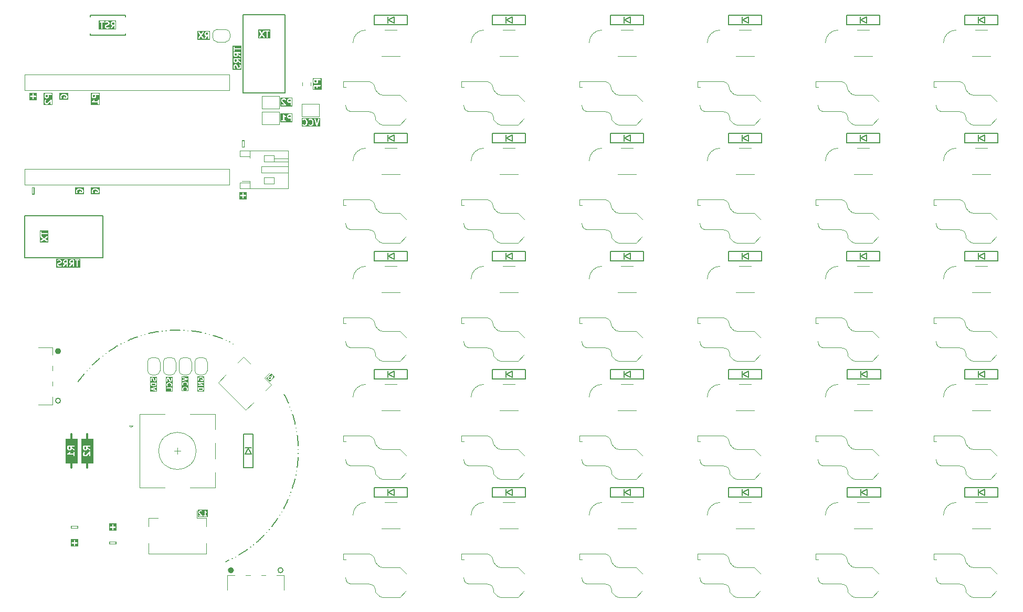
<source format=gbr>
%TF.GenerationSoftware,KiCad,Pcbnew,9.0.5-9.0.5~ubuntu24.04.1*%
%TF.CreationDate,2025-11-20T23:24:55+08:00*%
%TF.ProjectId,TPS,5450532e-6b69-4636-9164-5f7063625858,rev?*%
%TF.SameCoordinates,Original*%
%TF.FileFunction,Legend,Bot*%
%TF.FilePolarity,Positive*%
%FSLAX46Y46*%
G04 Gerber Fmt 4.6, Leading zero omitted, Abs format (unit mm)*
G04 Created by KiCad (PCBNEW 9.0.5-9.0.5~ubuntu24.04.1) date 2025-11-20 23:24:55*
%MOMM*%
%LPD*%
G01*
G04 APERTURE LIST*
%ADD10C,0.150000*%
%ADD11C,0.200000*%
%ADD12C,0.160000*%
%ADD13C,0.120000*%
%ADD14C,0.300000*%
%ADD15C,0.100000*%
%ADD16C,0.475000*%
G04 APERTURE END LIST*
D10*
X47232004Y-88326181D02*
X47330060Y-88187104D01*
X47330060Y-88187104D02*
X47429327Y-88048888D01*
X47429327Y-88048888D02*
X47529795Y-87911543D01*
X47529795Y-87911543D02*
X47631459Y-87775080D01*
X47631459Y-87775080D02*
X47734309Y-87639510D01*
X47734309Y-87639510D02*
X47838338Y-87504842D01*
X47838338Y-87504842D02*
X47943539Y-87371088D01*
X47943539Y-87371088D02*
X48049903Y-87238256D01*
X48049903Y-87238256D02*
X48157422Y-87106358D01*
X48157422Y-87106358D02*
X48232956Y-87015085D01*
X48623924Y-86559986D02*
X48643838Y-86537549D01*
X49049303Y-86095316D02*
X49069931Y-86073534D01*
X49489470Y-85644629D02*
X49610841Y-85525354D01*
X49610841Y-85525354D02*
X49733248Y-85407143D01*
X49733248Y-85407143D02*
X49856682Y-85290004D01*
X49856682Y-85290004D02*
X49981134Y-85173946D01*
X49981134Y-85173946D02*
X50106594Y-85058980D01*
X50106594Y-85058980D02*
X50233052Y-84945112D01*
X50233052Y-84945112D02*
X50360499Y-84832353D01*
X50360499Y-84832353D02*
X50488925Y-84720709D01*
X50488925Y-84720709D02*
X50618321Y-84610191D01*
X50618321Y-84610191D02*
X50708975Y-84533916D01*
X51175102Y-84156164D02*
X51198712Y-84137655D01*
X51676799Y-83775157D02*
X51700994Y-83757420D01*
X52190540Y-83410555D02*
X52331304Y-83314935D01*
X52331304Y-83314935D02*
X52472897Y-83220548D01*
X52472897Y-83220548D02*
X52615309Y-83127400D01*
X52615309Y-83127400D02*
X52758527Y-83035499D01*
X52758527Y-83035499D02*
X52902542Y-82944851D01*
X52902542Y-82944851D02*
X53047343Y-82855462D01*
X53047343Y-82855462D02*
X53192919Y-82767341D01*
X53192919Y-82767341D02*
X53339257Y-82680494D01*
X53339257Y-82680494D02*
X53486348Y-82594927D01*
X53486348Y-82594927D02*
X53589193Y-82536114D01*
X54115419Y-82247916D02*
X54141960Y-82233932D01*
X54677221Y-81962883D02*
X54704200Y-81949764D01*
X55247937Y-81696146D02*
X55403545Y-81627273D01*
X55403545Y-81627273D02*
X55559749Y-81559760D01*
X55559749Y-81559760D02*
X55716536Y-81493613D01*
X55716536Y-81493613D02*
X55873893Y-81428836D01*
X55873893Y-81428836D02*
X56031811Y-81365435D01*
X56031811Y-81365435D02*
X56190275Y-81303415D01*
X56190275Y-81303415D02*
X56349275Y-81242780D01*
X56349275Y-81242780D02*
X56508798Y-81183535D01*
X56508798Y-81183535D02*
X56668831Y-81125684D01*
X56668831Y-81125684D02*
X56780543Y-81086233D01*
X57349863Y-80896901D02*
X57378480Y-80887895D01*
X57953618Y-80717053D02*
X57982510Y-80708976D01*
X58562867Y-80556800D02*
X58728292Y-80516898D01*
X58728292Y-80516898D02*
X58894059Y-80478441D01*
X58894059Y-80478441D02*
X59060155Y-80441432D01*
X59060155Y-80441432D02*
X59226567Y-80405874D01*
X59226567Y-80405874D02*
X59393284Y-80371769D01*
X59393284Y-80371769D02*
X59560291Y-80339121D01*
X59560291Y-80339121D02*
X59727578Y-80307931D01*
X59727578Y-80307931D02*
X59895130Y-80278202D01*
X59895130Y-80278202D02*
X60062935Y-80249937D01*
X60062935Y-80249937D02*
X60179905Y-80231123D01*
X60773923Y-80146776D02*
X60803689Y-80143038D01*
X61400121Y-80077923D02*
X61429993Y-80075149D01*
X62028217Y-80029333D02*
X62198113Y-80019691D01*
X62198113Y-80019691D02*
X62368086Y-80011533D01*
X62368086Y-80011533D02*
X62538124Y-80004858D01*
X62538124Y-80004858D02*
X62708214Y-79999667D01*
X62708214Y-79999667D02*
X62878343Y-79995961D01*
X62878343Y-79995961D02*
X63048497Y-79993739D01*
X63048497Y-79993739D02*
X63218665Y-79993002D01*
X63218665Y-79993002D02*
X63388832Y-79993751D01*
X63388832Y-79993751D02*
X63558987Y-79995984D01*
X63558987Y-79995984D02*
X63677435Y-79998415D01*
X64276957Y-80021777D02*
X64306911Y-80023429D01*
X64905365Y-80066145D02*
X64935250Y-80068763D01*
X65532012Y-80130788D02*
X65700889Y-80151718D01*
X65700889Y-80151718D02*
X65869577Y-80174122D01*
X65869577Y-80174122D02*
X66038063Y-80197996D01*
X66038063Y-80197996D02*
X66206334Y-80223341D01*
X66206334Y-80223341D02*
X66374378Y-80250152D01*
X66374378Y-80250152D02*
X66542181Y-80278429D01*
X66542181Y-80278429D02*
X66709731Y-80308169D01*
X66709731Y-80308169D02*
X66877015Y-80339370D01*
X66877015Y-80339370D02*
X67044021Y-80372030D01*
X67044021Y-80372030D02*
X67160120Y-80395628D01*
X67745773Y-80525945D02*
X67774948Y-80532933D01*
X68356085Y-80682099D02*
X68385019Y-80690026D01*
X68961035Y-80857886D02*
X69123437Y-80908713D01*
X69123437Y-80908713D02*
X69285388Y-80960954D01*
X69285388Y-80960954D02*
X69446878Y-81014607D01*
X69446878Y-81014607D02*
X69607893Y-81069667D01*
X69607893Y-81069667D02*
X69768421Y-81126131D01*
X69768421Y-81126131D02*
X69928451Y-81183992D01*
X69928451Y-81183992D02*
X70087970Y-81243249D01*
X70087970Y-81243249D02*
X70246965Y-81303894D01*
X70246965Y-81303894D02*
X70405426Y-81365926D01*
X70405426Y-81365926D02*
X70515425Y-81409928D01*
X71068285Y-81642988D02*
X71095737Y-81655086D01*
X71640781Y-81905883D02*
X71667828Y-81918862D01*
X72204486Y-82187134D02*
X72241105Y-82206199D01*
X80431092Y-90330065D02*
X80510397Y-90480625D01*
X80510397Y-90480625D02*
X80588386Y-90631870D01*
X80588386Y-90631870D02*
X80665051Y-90783791D01*
X80665051Y-90783791D02*
X80740388Y-90936375D01*
X80740388Y-90936375D02*
X80814391Y-91089611D01*
X80814391Y-91089611D02*
X80887053Y-91243486D01*
X80887053Y-91243486D02*
X80958370Y-91397990D01*
X80958370Y-91397990D02*
X81028336Y-91553110D01*
X81028336Y-91553110D02*
X81096945Y-91708835D01*
X81096945Y-91708835D02*
X81143908Y-91817603D01*
X81371552Y-92372715D02*
X81382485Y-92400652D01*
X81592079Y-92962828D02*
X81602104Y-92991104D01*
X81793428Y-93559757D02*
X81844498Y-93722082D01*
X81844498Y-93722082D02*
X81894149Y-93884847D01*
X81894149Y-93884847D02*
X81942377Y-94048038D01*
X81942377Y-94048038D02*
X81989180Y-94211645D01*
X81989180Y-94211645D02*
X82034553Y-94375653D01*
X82034553Y-94375653D02*
X82078493Y-94540051D01*
X82078493Y-94540051D02*
X82120997Y-94704827D01*
X82120997Y-94704827D02*
X82162062Y-94869967D01*
X82162062Y-94869967D02*
X82201683Y-95035459D01*
X82201683Y-95035459D02*
X82228415Y-95150877D01*
X82353000Y-95737776D02*
X82358754Y-95767219D01*
X82464315Y-96357836D02*
X82469116Y-96387449D01*
X82555544Y-96981168D02*
X82576727Y-97150013D01*
X82576727Y-97150013D02*
X82596436Y-97319037D01*
X82596436Y-97319037D02*
X82614670Y-97488226D01*
X82614670Y-97488226D02*
X82631426Y-97657569D01*
X82631426Y-97657569D02*
X82646704Y-97827050D01*
X82646704Y-97827050D02*
X82660502Y-97996659D01*
X82660502Y-97996659D02*
X82672819Y-98166382D01*
X82672819Y-98166382D02*
X82683655Y-98336205D01*
X82683655Y-98336205D02*
X82693009Y-98506117D01*
X82693009Y-98506117D02*
X82698645Y-98624457D01*
X82716145Y-99224178D02*
X82716535Y-99254175D01*
X82714653Y-99854149D02*
X82714075Y-99884143D01*
X82692813Y-100483742D02*
X82683426Y-100653652D01*
X82683426Y-100653652D02*
X82672556Y-100823474D01*
X82672556Y-100823474D02*
X82660205Y-100993194D01*
X82660205Y-100993194D02*
X82646373Y-101162800D01*
X82646373Y-101162800D02*
X82631062Y-101332279D01*
X82631062Y-101332279D02*
X82614272Y-101501618D01*
X82614272Y-101501618D02*
X82596005Y-101670803D01*
X82596005Y-101670803D02*
X82576263Y-101839823D01*
X82576263Y-101839823D02*
X82555046Y-102008665D01*
X82555046Y-102008665D02*
X82539405Y-102126101D01*
X82449254Y-102719266D02*
X82444268Y-102748848D01*
X82335003Y-103338792D02*
X82329064Y-103368198D01*
X82200800Y-103954304D02*
X82161145Y-104119788D01*
X82161145Y-104119788D02*
X82120048Y-104284920D01*
X82120048Y-104284920D02*
X82077511Y-104449687D01*
X82077511Y-104449687D02*
X82033539Y-104614076D01*
X82033539Y-104614076D02*
X81988133Y-104778075D01*
X81988133Y-104778075D02*
X81941298Y-104941672D01*
X81941298Y-104941672D02*
X81893037Y-105104855D01*
X81893037Y-105104855D02*
X81843354Y-105267609D01*
X81843354Y-105267609D02*
X81792252Y-105429924D01*
X81792252Y-105429924D02*
X81755839Y-105542663D01*
X81560951Y-106110105D02*
X81550749Y-106138317D01*
X81337632Y-106699167D02*
X81326524Y-106727035D01*
X81095402Y-107280708D02*
X81026762Y-107436420D01*
X81026762Y-107436420D02*
X80956765Y-107591526D01*
X80956765Y-107591526D02*
X80885418Y-107746015D01*
X80885418Y-107746015D02*
X80812725Y-107899877D01*
X80812725Y-107899877D02*
X80738692Y-108053097D01*
X80738692Y-108053097D02*
X80663325Y-108205666D01*
X80663325Y-108205666D02*
X80586629Y-108357572D01*
X80586629Y-108357572D02*
X80508611Y-108508802D01*
X80508611Y-108508802D02*
X80429276Y-108659346D01*
X80429276Y-108659346D02*
X80373268Y-108763745D01*
X80079939Y-109287128D02*
X80064851Y-109313058D01*
X79754769Y-109826692D02*
X79738851Y-109852121D01*
X79412339Y-110355472D02*
X79316931Y-110496379D01*
X79316931Y-110496379D02*
X79220296Y-110636447D01*
X79220296Y-110636447D02*
X79122443Y-110775668D01*
X79122443Y-110775668D02*
X79023379Y-110914029D01*
X79023379Y-110914029D02*
X78923111Y-111051520D01*
X78923111Y-111051520D02*
X78821648Y-111188131D01*
X78821648Y-111188131D02*
X78718995Y-111323852D01*
X78718995Y-111323852D02*
X78615163Y-111458671D01*
X78615163Y-111458671D02*
X78510158Y-111592580D01*
X78510158Y-111592580D02*
X78436364Y-111685264D01*
X78054073Y-112147677D02*
X78034587Y-112170487D01*
X77637559Y-112620309D02*
X77617346Y-112642477D01*
X77205995Y-113079240D02*
X77086901Y-113200790D01*
X77086901Y-113200790D02*
X76966752Y-113321295D01*
X76966752Y-113321295D02*
X76845555Y-113440748D01*
X76845555Y-113440748D02*
X76723321Y-113559138D01*
X76723321Y-113559138D02*
X76600058Y-113676457D01*
X76600058Y-113676457D02*
X76475776Y-113792696D01*
X76475776Y-113792696D02*
X76350484Y-113907846D01*
X76350484Y-113907846D02*
X76224192Y-114021898D01*
X76224192Y-114021898D02*
X76096910Y-114134844D01*
X76096910Y-114134844D02*
X76007715Y-114212820D01*
X75548815Y-114599320D02*
X75525560Y-114618273D01*
X75054415Y-114989748D02*
X75030560Y-115007939D01*
X74547661Y-115364002D02*
X74408731Y-115462266D01*
X74408731Y-115462266D02*
X74268948Y-115559314D01*
X74268948Y-115559314D02*
X74128324Y-115655139D01*
X74128324Y-115655139D02*
X73986869Y-115749733D01*
X73986869Y-115749733D02*
X73844594Y-115843089D01*
X73844594Y-115843089D02*
X73701510Y-115935200D01*
X73701510Y-115935200D02*
X73557628Y-116026058D01*
X73557628Y-116026058D02*
X73412958Y-116115658D01*
X73412958Y-116115658D02*
X73267511Y-116203992D01*
X73267511Y-116203992D02*
X73165797Y-116264739D01*
X72645117Y-116562839D02*
X72618844Y-116577322D01*
X72088806Y-116858446D02*
X72062079Y-116872073D01*
X71523237Y-117135929D02*
X71368959Y-117207734D01*
X71368959Y-117207734D02*
X71214060Y-117278189D01*
X71214060Y-117278189D02*
X71058553Y-117347289D01*
X71058553Y-117347289D02*
X70993364Y-117375775D01*
D11*
G36*
X53379141Y-114552377D02*
G01*
X52198857Y-114552377D01*
X52198857Y-114321757D01*
X52309968Y-114321757D01*
X52309968Y-114360775D01*
X52324900Y-114396823D01*
X52352490Y-114424413D01*
X52388538Y-114439345D01*
X52408047Y-114441266D01*
X53169951Y-114441266D01*
X53189460Y-114439345D01*
X53225508Y-114424413D01*
X53253098Y-114396823D01*
X53268030Y-114360775D01*
X53268030Y-114321757D01*
X53253098Y-114285709D01*
X53225508Y-114258119D01*
X53189460Y-114243187D01*
X53169951Y-114241266D01*
X52408047Y-114241266D01*
X52388538Y-114243187D01*
X52352490Y-114258119D01*
X52324900Y-114285709D01*
X52309968Y-114321757D01*
X52198857Y-114321757D01*
X52198857Y-114130155D01*
X53379141Y-114130155D01*
X53379141Y-114552377D01*
G37*
G36*
X74398875Y-58899141D02*
G01*
X73218590Y-58899141D01*
X73218590Y-58289490D01*
X73329701Y-58289490D01*
X73329701Y-58328508D01*
X73344633Y-58364556D01*
X73372223Y-58392146D01*
X73408271Y-58407078D01*
X73427780Y-58408999D01*
X73708733Y-58408999D01*
X73708733Y-58689951D01*
X73710654Y-58709460D01*
X73725586Y-58745508D01*
X73753176Y-58773098D01*
X73789224Y-58788030D01*
X73828242Y-58788030D01*
X73864290Y-58773098D01*
X73891880Y-58745508D01*
X73906812Y-58709460D01*
X73908733Y-58689951D01*
X73908733Y-58408999D01*
X74189685Y-58408999D01*
X74209194Y-58407078D01*
X74245242Y-58392146D01*
X74272832Y-58364556D01*
X74287764Y-58328508D01*
X74287764Y-58289490D01*
X74272832Y-58253442D01*
X74245242Y-58225852D01*
X74209194Y-58210920D01*
X74189685Y-58208999D01*
X73908733Y-58208999D01*
X73908733Y-57928047D01*
X73906812Y-57908538D01*
X73891880Y-57872490D01*
X73864290Y-57844900D01*
X73828242Y-57829968D01*
X73789224Y-57829968D01*
X73753176Y-57844900D01*
X73725586Y-57872490D01*
X73710654Y-57908538D01*
X73708733Y-57928047D01*
X73708733Y-58208999D01*
X73427780Y-58208999D01*
X73408271Y-58210920D01*
X73372223Y-58225852D01*
X73344633Y-58253442D01*
X73329701Y-58289490D01*
X73218590Y-58289490D01*
X73218590Y-57718857D01*
X74398875Y-57718857D01*
X74398875Y-58899141D01*
G37*
G36*
X53379141Y-112393409D02*
G01*
X52198857Y-112393409D01*
X52198857Y-111783757D01*
X52309968Y-111783757D01*
X52309968Y-111822775D01*
X52324900Y-111858823D01*
X52352490Y-111886413D01*
X52388538Y-111901345D01*
X52408047Y-111903266D01*
X52688999Y-111903266D01*
X52688999Y-112184219D01*
X52690920Y-112203728D01*
X52705852Y-112239776D01*
X52733442Y-112267366D01*
X52769490Y-112282298D01*
X52808508Y-112282298D01*
X52844556Y-112267366D01*
X52872146Y-112239776D01*
X52887078Y-112203728D01*
X52888999Y-112184219D01*
X52888999Y-111903266D01*
X53169951Y-111903266D01*
X53189460Y-111901345D01*
X53225508Y-111886413D01*
X53253098Y-111858823D01*
X53268030Y-111822775D01*
X53268030Y-111783757D01*
X53253098Y-111747709D01*
X53225508Y-111720119D01*
X53189460Y-111705187D01*
X53169951Y-111703266D01*
X52888999Y-111703266D01*
X52888999Y-111422314D01*
X52887078Y-111402805D01*
X52872146Y-111366757D01*
X52844556Y-111339167D01*
X52808508Y-111324235D01*
X52769490Y-111324235D01*
X52733442Y-111339167D01*
X52705852Y-111366757D01*
X52690920Y-111402805D01*
X52688999Y-111422314D01*
X52688999Y-111703266D01*
X52408047Y-111703266D01*
X52388538Y-111705187D01*
X52352490Y-111720119D01*
X52324900Y-111747709D01*
X52309968Y-111783757D01*
X52198857Y-111783757D01*
X52198857Y-111213124D01*
X53379141Y-111213124D01*
X53379141Y-112393409D01*
G37*
G36*
X47229141Y-114931409D02*
G01*
X46048857Y-114931409D01*
X46048857Y-114321757D01*
X46159968Y-114321757D01*
X46159968Y-114360775D01*
X46174900Y-114396823D01*
X46202490Y-114424413D01*
X46238538Y-114439345D01*
X46258047Y-114441266D01*
X46538999Y-114441266D01*
X46538999Y-114722219D01*
X46540920Y-114741728D01*
X46555852Y-114777776D01*
X46583442Y-114805366D01*
X46619490Y-114820298D01*
X46658508Y-114820298D01*
X46694556Y-114805366D01*
X46722146Y-114777776D01*
X46737078Y-114741728D01*
X46738999Y-114722219D01*
X46738999Y-114441266D01*
X47019951Y-114441266D01*
X47039460Y-114439345D01*
X47075508Y-114424413D01*
X47103098Y-114396823D01*
X47118030Y-114360775D01*
X47118030Y-114321757D01*
X47103098Y-114285709D01*
X47075508Y-114258119D01*
X47039460Y-114243187D01*
X47019951Y-114241266D01*
X46738999Y-114241266D01*
X46738999Y-113960314D01*
X46737078Y-113940805D01*
X46722146Y-113904757D01*
X46694556Y-113877167D01*
X46658508Y-113862235D01*
X46619490Y-113862235D01*
X46583442Y-113877167D01*
X46555852Y-113904757D01*
X46540920Y-113940805D01*
X46538999Y-113960314D01*
X46538999Y-114241266D01*
X46258047Y-114241266D01*
X46238538Y-114243187D01*
X46202490Y-114258119D01*
X46174900Y-114285709D01*
X46159968Y-114321757D01*
X46048857Y-114321757D01*
X46048857Y-113751124D01*
X47229141Y-113751124D01*
X47229141Y-114931409D01*
G37*
G36*
X47229141Y-112012377D02*
G01*
X46048857Y-112012377D01*
X46048857Y-111781757D01*
X46159968Y-111781757D01*
X46159968Y-111820775D01*
X46174900Y-111856823D01*
X46202490Y-111884413D01*
X46238538Y-111899345D01*
X46258047Y-111901266D01*
X47019951Y-111901266D01*
X47039460Y-111899345D01*
X47075508Y-111884413D01*
X47103098Y-111856823D01*
X47118030Y-111820775D01*
X47118030Y-111781757D01*
X47103098Y-111745709D01*
X47075508Y-111718119D01*
X47039460Y-111703187D01*
X47019951Y-111701266D01*
X46258047Y-111701266D01*
X46238538Y-111703187D01*
X46202490Y-111718119D01*
X46174900Y-111745709D01*
X46159968Y-111781757D01*
X46048857Y-111781757D01*
X46048857Y-111590155D01*
X47229141Y-111590155D01*
X47229141Y-112012377D01*
G37*
G36*
X74050377Y-50559143D02*
G01*
X73628155Y-50559143D01*
X73628155Y-49588048D01*
X73739266Y-49588048D01*
X73739266Y-50349953D01*
X73741187Y-50369462D01*
X73756119Y-50405510D01*
X73783709Y-50433100D01*
X73819757Y-50448032D01*
X73858775Y-50448032D01*
X73894823Y-50433100D01*
X73922413Y-50405510D01*
X73937345Y-50369462D01*
X73939266Y-50349953D01*
X73939266Y-49588048D01*
X73937345Y-49568539D01*
X73922413Y-49532491D01*
X73894823Y-49504901D01*
X73858775Y-49489969D01*
X73819757Y-49489969D01*
X73783709Y-49504901D01*
X73756119Y-49532491D01*
X73741187Y-49568539D01*
X73739266Y-49588048D01*
X73628155Y-49588048D01*
X73628155Y-49378858D01*
X74050377Y-49378858D01*
X74050377Y-50559143D01*
G37*
G36*
X42426330Y-65852117D02*
G01*
X41004108Y-65852117D01*
X41004108Y-64974445D01*
X41115219Y-64974445D01*
X41122871Y-65012705D01*
X41144582Y-65045125D01*
X41159749Y-65057545D01*
X41534941Y-65307673D01*
X41159749Y-65557801D01*
X41144582Y-65570221D01*
X41122871Y-65602641D01*
X41115219Y-65640901D01*
X41122791Y-65679178D01*
X41144434Y-65711643D01*
X41176854Y-65733354D01*
X41215114Y-65741006D01*
X41253391Y-65733434D01*
X41270689Y-65724211D01*
X41715219Y-65427857D01*
X42159749Y-65724211D01*
X42177047Y-65733434D01*
X42215324Y-65741006D01*
X42253584Y-65733354D01*
X42286004Y-65711643D01*
X42307647Y-65679178D01*
X42315219Y-65640901D01*
X42307567Y-65602641D01*
X42285856Y-65570221D01*
X42270689Y-65557801D01*
X41895496Y-65307673D01*
X42270689Y-65057545D01*
X42285856Y-65045125D01*
X42307567Y-65012705D01*
X42315219Y-64974445D01*
X42307647Y-64936168D01*
X42286004Y-64903703D01*
X42253584Y-64881992D01*
X42215324Y-64874340D01*
X42177047Y-64881912D01*
X42159749Y-64891135D01*
X41715219Y-65187488D01*
X41270689Y-64891135D01*
X41253391Y-64881912D01*
X41215114Y-64874340D01*
X41176854Y-64881992D01*
X41144434Y-64903703D01*
X41122791Y-64936168D01*
X41115219Y-64974445D01*
X41004108Y-64974445D01*
X41004108Y-64164816D01*
X41115219Y-64164816D01*
X41115219Y-64736244D01*
X41117140Y-64755753D01*
X41132072Y-64791801D01*
X41159662Y-64819391D01*
X41195710Y-64834323D01*
X41234728Y-64834323D01*
X41270776Y-64819391D01*
X41298366Y-64791801D01*
X41313298Y-64755753D01*
X41315219Y-64736244D01*
X41315219Y-64550530D01*
X42215219Y-64550530D01*
X42234728Y-64548609D01*
X42270776Y-64533677D01*
X42298366Y-64506087D01*
X42313298Y-64470039D01*
X42313298Y-64431021D01*
X42298366Y-64394973D01*
X42270776Y-64367383D01*
X42234728Y-64352451D01*
X42215219Y-64350530D01*
X41315219Y-64350530D01*
X41315219Y-64164816D01*
X41313298Y-64145307D01*
X41298366Y-64109259D01*
X41270776Y-64081669D01*
X41234728Y-64066737D01*
X41195710Y-64066737D01*
X41159662Y-64081669D01*
X41132072Y-64109259D01*
X41117140Y-64145307D01*
X41115219Y-64164816D01*
X41004108Y-64164816D01*
X41004108Y-63955626D01*
X42426330Y-63955626D01*
X42426330Y-65852117D01*
G37*
G36*
X45341142Y-69114028D02*
G01*
X45083797Y-69114028D01*
X45024187Y-69084223D01*
X44999519Y-69059554D01*
X44969714Y-68999944D01*
X44969714Y-68904302D01*
X44999519Y-68844692D01*
X45024187Y-68820023D01*
X45083797Y-68790219D01*
X45341142Y-68790219D01*
X45341142Y-69114028D01*
G37*
G36*
X46341142Y-69114028D02*
G01*
X46083797Y-69114028D01*
X46024187Y-69084223D01*
X45999519Y-69059554D01*
X45969714Y-68999944D01*
X45969714Y-68904302D01*
X45999519Y-68844692D01*
X46024187Y-68820023D01*
X46083797Y-68790219D01*
X46341142Y-68790219D01*
X46341142Y-69114028D01*
G37*
G36*
X47555094Y-69901330D02*
G01*
X43706222Y-69901330D01*
X43706222Y-69404504D01*
X43817333Y-69404504D01*
X43817333Y-69499742D01*
X43819254Y-69519251D01*
X43820629Y-69522571D01*
X43820884Y-69526155D01*
X43827890Y-69544463D01*
X43875509Y-69639701D01*
X43880792Y-69648093D01*
X43881804Y-69650537D01*
X43884060Y-69653286D01*
X43885952Y-69656291D01*
X43887946Y-69658020D01*
X43894241Y-69665690D01*
X43941859Y-69713310D01*
X43949527Y-69719603D01*
X43951259Y-69721600D01*
X43954267Y-69723493D01*
X43957013Y-69725747D01*
X43959453Y-69726757D01*
X43967850Y-69732043D01*
X44063087Y-69779662D01*
X44081396Y-69786668D01*
X44084979Y-69786922D01*
X44088300Y-69788298D01*
X44107809Y-69790219D01*
X44345904Y-69790219D01*
X44355777Y-69789246D01*
X44358411Y-69789434D01*
X44361874Y-69788646D01*
X44365413Y-69788298D01*
X44367855Y-69787286D01*
X44377527Y-69785087D01*
X44520383Y-69737468D01*
X44538284Y-69729477D01*
X44567760Y-69703912D01*
X44585209Y-69669013D01*
X44587976Y-69630093D01*
X44575637Y-69593077D01*
X44550072Y-69563601D01*
X44515173Y-69546151D01*
X44476253Y-69543385D01*
X44457138Y-69547732D01*
X44329677Y-69590219D01*
X44131416Y-69590219D01*
X44071806Y-69560414D01*
X44047139Y-69535746D01*
X44017333Y-69476134D01*
X44017333Y-69428111D01*
X44047138Y-69368501D01*
X44071806Y-69343832D01*
X44142713Y-69308379D01*
X44322538Y-69263423D01*
X44323975Y-69262909D01*
X44324698Y-69262858D01*
X44332822Y-69259749D01*
X44340999Y-69256828D01*
X44341579Y-69256397D01*
X44343006Y-69255852D01*
X44438244Y-69208233D01*
X44446640Y-69202947D01*
X44449080Y-69201937D01*
X44451826Y-69199683D01*
X44454834Y-69197790D01*
X44456563Y-69195795D01*
X44464234Y-69189501D01*
X44511852Y-69141882D01*
X44518144Y-69134215D01*
X44520142Y-69132483D01*
X44522035Y-69129474D01*
X44524289Y-69126729D01*
X44525299Y-69124288D01*
X44530585Y-69115892D01*
X44578204Y-69020655D01*
X44585210Y-69002346D01*
X44585464Y-68998762D01*
X44586840Y-68995442D01*
X44588761Y-68975933D01*
X44588761Y-68880695D01*
X44769714Y-68880695D01*
X44769714Y-69023552D01*
X44771635Y-69043061D01*
X44773010Y-69046381D01*
X44773265Y-69049965D01*
X44780271Y-69068273D01*
X44827890Y-69163511D01*
X44833175Y-69171907D01*
X44834186Y-69174347D01*
X44836439Y-69177093D01*
X44838333Y-69180101D01*
X44840327Y-69181830D01*
X44846622Y-69189501D01*
X44894241Y-69237119D01*
X44901907Y-69243411D01*
X44903640Y-69245409D01*
X44906648Y-69247302D01*
X44909394Y-69249556D01*
X44911834Y-69250566D01*
X44920231Y-69255852D01*
X45015468Y-69303471D01*
X45017758Y-69304347D01*
X44787791Y-69632873D01*
X44778177Y-69649957D01*
X44769737Y-69688051D01*
X44776518Y-69726476D01*
X44797487Y-69759381D01*
X44829452Y-69781756D01*
X44867546Y-69790196D01*
X44905971Y-69783415D01*
X44938876Y-69762446D01*
X44951637Y-69747565D01*
X45255112Y-69314028D01*
X45341142Y-69314028D01*
X45341142Y-69690219D01*
X45343063Y-69709728D01*
X45357995Y-69745776D01*
X45385585Y-69773366D01*
X45421633Y-69788298D01*
X45460651Y-69788298D01*
X45496699Y-69773366D01*
X45524289Y-69745776D01*
X45539221Y-69709728D01*
X45541142Y-69690219D01*
X45541142Y-68880695D01*
X45769714Y-68880695D01*
X45769714Y-69023552D01*
X45771635Y-69043061D01*
X45773010Y-69046381D01*
X45773265Y-69049965D01*
X45780271Y-69068273D01*
X45827890Y-69163511D01*
X45833175Y-69171907D01*
X45834186Y-69174347D01*
X45836439Y-69177093D01*
X45838333Y-69180101D01*
X45840327Y-69181830D01*
X45846622Y-69189501D01*
X45894241Y-69237119D01*
X45901907Y-69243411D01*
X45903640Y-69245409D01*
X45906648Y-69247302D01*
X45909394Y-69249556D01*
X45911834Y-69250566D01*
X45920231Y-69255852D01*
X46015468Y-69303471D01*
X46017758Y-69304347D01*
X45787791Y-69632873D01*
X45778177Y-69649957D01*
X45769737Y-69688051D01*
X45776518Y-69726476D01*
X45797487Y-69759381D01*
X45829452Y-69781756D01*
X45867546Y-69790196D01*
X45905971Y-69783415D01*
X45938876Y-69762446D01*
X45951637Y-69747565D01*
X46255112Y-69314028D01*
X46341142Y-69314028D01*
X46341142Y-69690219D01*
X46343063Y-69709728D01*
X46357995Y-69745776D01*
X46385585Y-69773366D01*
X46421633Y-69788298D01*
X46460651Y-69788298D01*
X46496699Y-69773366D01*
X46524289Y-69745776D01*
X46539221Y-69709728D01*
X46541142Y-69690219D01*
X46541142Y-68690219D01*
X46539221Y-68670710D01*
X46676397Y-68670710D01*
X46676397Y-68709728D01*
X46691329Y-68745776D01*
X46718919Y-68773366D01*
X46754967Y-68788298D01*
X46774476Y-68790219D01*
X46960190Y-68790219D01*
X46960190Y-69690219D01*
X46962111Y-69709728D01*
X46977043Y-69745776D01*
X47004633Y-69773366D01*
X47040681Y-69788298D01*
X47079699Y-69788298D01*
X47115747Y-69773366D01*
X47143337Y-69745776D01*
X47158269Y-69709728D01*
X47160190Y-69690219D01*
X47160190Y-68790219D01*
X47345904Y-68790219D01*
X47365413Y-68788298D01*
X47401461Y-68773366D01*
X47429051Y-68745776D01*
X47443983Y-68709728D01*
X47443983Y-68670710D01*
X47429051Y-68634662D01*
X47401461Y-68607072D01*
X47365413Y-68592140D01*
X47345904Y-68590219D01*
X46774476Y-68590219D01*
X46754967Y-68592140D01*
X46718919Y-68607072D01*
X46691329Y-68634662D01*
X46676397Y-68670710D01*
X46539221Y-68670710D01*
X46524289Y-68634662D01*
X46496699Y-68607072D01*
X46460651Y-68592140D01*
X46441142Y-68590219D01*
X46060190Y-68590219D01*
X46040681Y-68592140D01*
X46037360Y-68593515D01*
X46033777Y-68593770D01*
X46015468Y-68600776D01*
X45920231Y-68648395D01*
X45911834Y-68653680D01*
X45909394Y-68654691D01*
X45906648Y-68656944D01*
X45903640Y-68658838D01*
X45901907Y-68660835D01*
X45894241Y-68667128D01*
X45846622Y-68714746D01*
X45840327Y-68722416D01*
X45838333Y-68724146D01*
X45836439Y-68727153D01*
X45834186Y-68729900D01*
X45833175Y-68732339D01*
X45827890Y-68740736D01*
X45780271Y-68835974D01*
X45773265Y-68854282D01*
X45773010Y-68857865D01*
X45771635Y-68861186D01*
X45769714Y-68880695D01*
X45541142Y-68880695D01*
X45541142Y-68690219D01*
X45539221Y-68670710D01*
X45524289Y-68634662D01*
X45496699Y-68607072D01*
X45460651Y-68592140D01*
X45441142Y-68590219D01*
X45060190Y-68590219D01*
X45040681Y-68592140D01*
X45037360Y-68593515D01*
X45033777Y-68593770D01*
X45015468Y-68600776D01*
X44920231Y-68648395D01*
X44911834Y-68653680D01*
X44909394Y-68654691D01*
X44906648Y-68656944D01*
X44903640Y-68658838D01*
X44901907Y-68660835D01*
X44894241Y-68667128D01*
X44846622Y-68714746D01*
X44840327Y-68722416D01*
X44838333Y-68724146D01*
X44836439Y-68727153D01*
X44834186Y-68729900D01*
X44833175Y-68732339D01*
X44827890Y-68740736D01*
X44780271Y-68835974D01*
X44773265Y-68854282D01*
X44773010Y-68857865D01*
X44771635Y-68861186D01*
X44769714Y-68880695D01*
X44588761Y-68880695D01*
X44586840Y-68861186D01*
X44585464Y-68857865D01*
X44585210Y-68854282D01*
X44578204Y-68835973D01*
X44530585Y-68740736D01*
X44525299Y-68732339D01*
X44524289Y-68729899D01*
X44522035Y-68727153D01*
X44520142Y-68724145D01*
X44518144Y-68722412D01*
X44511852Y-68714746D01*
X44464234Y-68667127D01*
X44456563Y-68660832D01*
X44454834Y-68658838D01*
X44451826Y-68656944D01*
X44449080Y-68654691D01*
X44446640Y-68653680D01*
X44438244Y-68648395D01*
X44343006Y-68600776D01*
X44324698Y-68593770D01*
X44321114Y-68593515D01*
X44317794Y-68592140D01*
X44298285Y-68590219D01*
X44060190Y-68590219D01*
X44050316Y-68591191D01*
X44047682Y-68591004D01*
X44044218Y-68591791D01*
X44040681Y-68592140D01*
X44038239Y-68593151D01*
X44028567Y-68595351D01*
X43885710Y-68642970D01*
X43867810Y-68650961D01*
X43838334Y-68676526D01*
X43820884Y-68711425D01*
X43818118Y-68750345D01*
X43830456Y-68787361D01*
X43856021Y-68816837D01*
X43890920Y-68834287D01*
X43929840Y-68837053D01*
X43948956Y-68832706D01*
X44076416Y-68790219D01*
X44274678Y-68790219D01*
X44334287Y-68820024D01*
X44358956Y-68844692D01*
X44388761Y-68904302D01*
X44388761Y-68952326D01*
X44358956Y-69011935D01*
X44334287Y-69036603D01*
X44263380Y-69072057D01*
X44083555Y-69117014D01*
X44082116Y-69117527D01*
X44081396Y-69117579D01*
X44073271Y-69120687D01*
X44065095Y-69123609D01*
X44064515Y-69124038D01*
X44063087Y-69124585D01*
X43967850Y-69172204D01*
X43959453Y-69177489D01*
X43957013Y-69178500D01*
X43954267Y-69180753D01*
X43951259Y-69182647D01*
X43949526Y-69184644D01*
X43941860Y-69190937D01*
X43894241Y-69238555D01*
X43887946Y-69246225D01*
X43885952Y-69247955D01*
X43884058Y-69250962D01*
X43881805Y-69253709D01*
X43880794Y-69256148D01*
X43875509Y-69264545D01*
X43827890Y-69359783D01*
X43820884Y-69378091D01*
X43820629Y-69381674D01*
X43819254Y-69384995D01*
X43817333Y-69404504D01*
X43706222Y-69404504D01*
X43706222Y-68479108D01*
X47555094Y-68479108D01*
X47555094Y-69901330D01*
G37*
G36*
X78196373Y-32965330D02*
G01*
X76299882Y-32965330D01*
X76299882Y-31754114D01*
X76410993Y-31754114D01*
X76418565Y-31792391D01*
X76427788Y-31809689D01*
X76724141Y-32254219D01*
X76427788Y-32698749D01*
X76418565Y-32716047D01*
X76410993Y-32754324D01*
X76418645Y-32792584D01*
X76440356Y-32825004D01*
X76472821Y-32846647D01*
X76511098Y-32854219D01*
X76549358Y-32846567D01*
X76581778Y-32824856D01*
X76594198Y-32809689D01*
X76844326Y-32434496D01*
X77094454Y-32809689D01*
X77106874Y-32824856D01*
X77139294Y-32846567D01*
X77177554Y-32854219D01*
X77215831Y-32846647D01*
X77248296Y-32825004D01*
X77270007Y-32792584D01*
X77277659Y-32754324D01*
X77270087Y-32716047D01*
X77260864Y-32698749D01*
X76964510Y-32254219D01*
X77260864Y-31809689D01*
X77270087Y-31792391D01*
X77277659Y-31754114D01*
X77273778Y-31734710D01*
X77317676Y-31734710D01*
X77317676Y-31773728D01*
X77332608Y-31809776D01*
X77360198Y-31837366D01*
X77396246Y-31852298D01*
X77415755Y-31854219D01*
X77601469Y-31854219D01*
X77601469Y-32754219D01*
X77603390Y-32773728D01*
X77618322Y-32809776D01*
X77645912Y-32837366D01*
X77681960Y-32852298D01*
X77720978Y-32852298D01*
X77757026Y-32837366D01*
X77784616Y-32809776D01*
X77799548Y-32773728D01*
X77801469Y-32754219D01*
X77801469Y-31854219D01*
X77987183Y-31854219D01*
X78006692Y-31852298D01*
X78042740Y-31837366D01*
X78070330Y-31809776D01*
X78085262Y-31773728D01*
X78085262Y-31734710D01*
X78070330Y-31698662D01*
X78042740Y-31671072D01*
X78006692Y-31656140D01*
X77987183Y-31654219D01*
X77415755Y-31654219D01*
X77396246Y-31656140D01*
X77360198Y-31671072D01*
X77332608Y-31698662D01*
X77317676Y-31734710D01*
X77273778Y-31734710D01*
X77270007Y-31715854D01*
X77248296Y-31683434D01*
X77215831Y-31661791D01*
X77177554Y-31654219D01*
X77139294Y-31661871D01*
X77106874Y-31683582D01*
X77094454Y-31698749D01*
X76844326Y-32073941D01*
X76594198Y-31698749D01*
X76581778Y-31683582D01*
X76549358Y-31661871D01*
X76511098Y-31654219D01*
X76472821Y-31661791D01*
X76440356Y-31683434D01*
X76418645Y-31715854D01*
X76410993Y-31754114D01*
X76299882Y-31754114D01*
X76299882Y-31543108D01*
X78196373Y-31543108D01*
X78196373Y-32965330D01*
G37*
G36*
X72790028Y-36623202D02*
G01*
X72760223Y-36682811D01*
X72735554Y-36707479D01*
X72675945Y-36737285D01*
X72580302Y-36737285D01*
X72520692Y-36707480D01*
X72496024Y-36682811D01*
X72466219Y-36623201D01*
X72466219Y-36365857D01*
X72790028Y-36365857D01*
X72790028Y-36623202D01*
G37*
G36*
X72790028Y-35623202D02*
G01*
X72760223Y-35682811D01*
X72735554Y-35707479D01*
X72675945Y-35737285D01*
X72580302Y-35737285D01*
X72520692Y-35707480D01*
X72496024Y-35682811D01*
X72466219Y-35623201D01*
X72466219Y-35365857D01*
X72790028Y-35365857D01*
X72790028Y-35623202D01*
G37*
G36*
X73577330Y-38000777D02*
G01*
X72155108Y-38000777D01*
X72155108Y-37408714D01*
X72266219Y-37408714D01*
X72266219Y-37646809D01*
X72267191Y-37656682D01*
X72267004Y-37659316D01*
X72267791Y-37662779D01*
X72268140Y-37666318D01*
X72269151Y-37668760D01*
X72271351Y-37678432D01*
X72318970Y-37821288D01*
X72326961Y-37839189D01*
X72352526Y-37868665D01*
X72387425Y-37886114D01*
X72426345Y-37888881D01*
X72463361Y-37876542D01*
X72492837Y-37850977D01*
X72510287Y-37816078D01*
X72513053Y-37777158D01*
X72508706Y-37758043D01*
X72466219Y-37630582D01*
X72466219Y-37432321D01*
X72496024Y-37372711D01*
X72520692Y-37348042D01*
X72580302Y-37318238D01*
X72628326Y-37318238D01*
X72687935Y-37348043D01*
X72712604Y-37372711D01*
X72748057Y-37443618D01*
X72793014Y-37623443D01*
X72793527Y-37624880D01*
X72793579Y-37625603D01*
X72796687Y-37633727D01*
X72799609Y-37641904D01*
X72800039Y-37642484D01*
X72800585Y-37643911D01*
X72848204Y-37739149D01*
X72853489Y-37747545D01*
X72854500Y-37749985D01*
X72856753Y-37752731D01*
X72858647Y-37755739D01*
X72860641Y-37757468D01*
X72866936Y-37765139D01*
X72914555Y-37812757D01*
X72922221Y-37819049D01*
X72923954Y-37821047D01*
X72926962Y-37822940D01*
X72929708Y-37825194D01*
X72932148Y-37826204D01*
X72940545Y-37831490D01*
X73035782Y-37879109D01*
X73054091Y-37886115D01*
X73057674Y-37886369D01*
X73060995Y-37887745D01*
X73080504Y-37889666D01*
X73175742Y-37889666D01*
X73195251Y-37887745D01*
X73198571Y-37886369D01*
X73202155Y-37886115D01*
X73220463Y-37879109D01*
X73315701Y-37831490D01*
X73324093Y-37826206D01*
X73326537Y-37825195D01*
X73329286Y-37822938D01*
X73332291Y-37821047D01*
X73334020Y-37819052D01*
X73341690Y-37812758D01*
X73389310Y-37765140D01*
X73395603Y-37757471D01*
X73397600Y-37755740D01*
X73399493Y-37752731D01*
X73401747Y-37749986D01*
X73402757Y-37747545D01*
X73408043Y-37739149D01*
X73455662Y-37643912D01*
X73462668Y-37625603D01*
X73462922Y-37622019D01*
X73464298Y-37618699D01*
X73466219Y-37599190D01*
X73466219Y-37361095D01*
X73465246Y-37351221D01*
X73465434Y-37348587D01*
X73464646Y-37345123D01*
X73464298Y-37341586D01*
X73463286Y-37339144D01*
X73461087Y-37329472D01*
X73413468Y-37186615D01*
X73405477Y-37168715D01*
X73379912Y-37139239D01*
X73345013Y-37121789D01*
X73306093Y-37119023D01*
X73269077Y-37131361D01*
X73239601Y-37156926D01*
X73222151Y-37191825D01*
X73219385Y-37230745D01*
X73223732Y-37249861D01*
X73266219Y-37377321D01*
X73266219Y-37575583D01*
X73236414Y-37635192D01*
X73211746Y-37659859D01*
X73152135Y-37689666D01*
X73104111Y-37689666D01*
X73044501Y-37659861D01*
X73019833Y-37635192D01*
X72984379Y-37564285D01*
X72939423Y-37384460D01*
X72938909Y-37383021D01*
X72938858Y-37382301D01*
X72935749Y-37374176D01*
X72932828Y-37366000D01*
X72932398Y-37365420D01*
X72931852Y-37363992D01*
X72884233Y-37268755D01*
X72878947Y-37260358D01*
X72877937Y-37257918D01*
X72875683Y-37255172D01*
X72873790Y-37252164D01*
X72871792Y-37250431D01*
X72865500Y-37242765D01*
X72817882Y-37195146D01*
X72810211Y-37188851D01*
X72808482Y-37186857D01*
X72805474Y-37184963D01*
X72802728Y-37182710D01*
X72800288Y-37181699D01*
X72791892Y-37176414D01*
X72696654Y-37128795D01*
X72678346Y-37121789D01*
X72674762Y-37121534D01*
X72671442Y-37120159D01*
X72651933Y-37118238D01*
X72556695Y-37118238D01*
X72537186Y-37120159D01*
X72533865Y-37121534D01*
X72530282Y-37121789D01*
X72511973Y-37128795D01*
X72416736Y-37176414D01*
X72408339Y-37181699D01*
X72405899Y-37182710D01*
X72403153Y-37184963D01*
X72400145Y-37186857D01*
X72398412Y-37188854D01*
X72390746Y-37195147D01*
X72343127Y-37242765D01*
X72336832Y-37250435D01*
X72334838Y-37252165D01*
X72332944Y-37255172D01*
X72330691Y-37257919D01*
X72329680Y-37260358D01*
X72324395Y-37268755D01*
X72276776Y-37363993D01*
X72269770Y-37382301D01*
X72269515Y-37385884D01*
X72268140Y-37389205D01*
X72266219Y-37408714D01*
X72155108Y-37408714D01*
X72155108Y-36265857D01*
X72266219Y-36265857D01*
X72266219Y-36646809D01*
X72268140Y-36666318D01*
X72269515Y-36669638D01*
X72269770Y-36673222D01*
X72276776Y-36691530D01*
X72324395Y-36786768D01*
X72329680Y-36795164D01*
X72330691Y-36797604D01*
X72332944Y-36800350D01*
X72334838Y-36803358D01*
X72336832Y-36805087D01*
X72343127Y-36812758D01*
X72390746Y-36860376D01*
X72398412Y-36866668D01*
X72400145Y-36868666D01*
X72403153Y-36870559D01*
X72405899Y-36872813D01*
X72408339Y-36873823D01*
X72416736Y-36879109D01*
X72511973Y-36926728D01*
X72530282Y-36933734D01*
X72533865Y-36933988D01*
X72537186Y-36935364D01*
X72556695Y-36937285D01*
X72699552Y-36937285D01*
X72719061Y-36935364D01*
X72722381Y-36933988D01*
X72725965Y-36933734D01*
X72744273Y-36926728D01*
X72839511Y-36879109D01*
X72847907Y-36873823D01*
X72850347Y-36872813D01*
X72853093Y-36870559D01*
X72856101Y-36868666D01*
X72857830Y-36866671D01*
X72865501Y-36860377D01*
X72913119Y-36812758D01*
X72919411Y-36805091D01*
X72921409Y-36803359D01*
X72923302Y-36800350D01*
X72925556Y-36797605D01*
X72926566Y-36795164D01*
X72931852Y-36786768D01*
X72979471Y-36691531D01*
X72980347Y-36689240D01*
X73308873Y-36919208D01*
X73325957Y-36928822D01*
X73364052Y-36937262D01*
X73402476Y-36930481D01*
X73435381Y-36909512D01*
X73457756Y-36877547D01*
X73466196Y-36839453D01*
X73459415Y-36801028D01*
X73438446Y-36768123D01*
X73423565Y-36755362D01*
X72990028Y-36451886D01*
X72990028Y-36365857D01*
X73366219Y-36365857D01*
X73385728Y-36363936D01*
X73421776Y-36349004D01*
X73449366Y-36321414D01*
X73464298Y-36285366D01*
X73464298Y-36246348D01*
X73449366Y-36210300D01*
X73421776Y-36182710D01*
X73385728Y-36167778D01*
X73366219Y-36165857D01*
X72366219Y-36165857D01*
X72346710Y-36167778D01*
X72310662Y-36182710D01*
X72283072Y-36210300D01*
X72268140Y-36246348D01*
X72266219Y-36265857D01*
X72155108Y-36265857D01*
X72155108Y-35265857D01*
X72266219Y-35265857D01*
X72266219Y-35646809D01*
X72268140Y-35666318D01*
X72269515Y-35669638D01*
X72269770Y-35673222D01*
X72276776Y-35691530D01*
X72324395Y-35786768D01*
X72329680Y-35795164D01*
X72330691Y-35797604D01*
X72332944Y-35800350D01*
X72334838Y-35803358D01*
X72336832Y-35805087D01*
X72343127Y-35812758D01*
X72390746Y-35860376D01*
X72398412Y-35866668D01*
X72400145Y-35868666D01*
X72403153Y-35870559D01*
X72405899Y-35872813D01*
X72408339Y-35873823D01*
X72416736Y-35879109D01*
X72511973Y-35926728D01*
X72530282Y-35933734D01*
X72533865Y-35933988D01*
X72537186Y-35935364D01*
X72556695Y-35937285D01*
X72699552Y-35937285D01*
X72719061Y-35935364D01*
X72722381Y-35933988D01*
X72725965Y-35933734D01*
X72744273Y-35926728D01*
X72839511Y-35879109D01*
X72847907Y-35873823D01*
X72850347Y-35872813D01*
X72853093Y-35870559D01*
X72856101Y-35868666D01*
X72857830Y-35866671D01*
X72865501Y-35860377D01*
X72913119Y-35812758D01*
X72919411Y-35805091D01*
X72921409Y-35803359D01*
X72923302Y-35800350D01*
X72925556Y-35797605D01*
X72926566Y-35795164D01*
X72931852Y-35786768D01*
X72979471Y-35691531D01*
X72980347Y-35689240D01*
X73308873Y-35919208D01*
X73325957Y-35928822D01*
X73364052Y-35937262D01*
X73402476Y-35930481D01*
X73435381Y-35909512D01*
X73457756Y-35877547D01*
X73466196Y-35839453D01*
X73459415Y-35801028D01*
X73438446Y-35768123D01*
X73423565Y-35755362D01*
X72990028Y-35451886D01*
X72990028Y-35365857D01*
X73366219Y-35365857D01*
X73385728Y-35363936D01*
X73421776Y-35349004D01*
X73449366Y-35321414D01*
X73464298Y-35285366D01*
X73464298Y-35246348D01*
X73449366Y-35210300D01*
X73421776Y-35182710D01*
X73385728Y-35167778D01*
X73366219Y-35165857D01*
X72366219Y-35165857D01*
X72346710Y-35167778D01*
X72310662Y-35182710D01*
X72283072Y-35210300D01*
X72268140Y-35246348D01*
X72266219Y-35265857D01*
X72155108Y-35265857D01*
X72155108Y-34361095D01*
X72266219Y-34361095D01*
X72266219Y-34932523D01*
X72268140Y-34952032D01*
X72283072Y-34988080D01*
X72310662Y-35015670D01*
X72346710Y-35030602D01*
X72385728Y-35030602D01*
X72421776Y-35015670D01*
X72449366Y-34988080D01*
X72464298Y-34952032D01*
X72466219Y-34932523D01*
X72466219Y-34746809D01*
X73366219Y-34746809D01*
X73385728Y-34744888D01*
X73421776Y-34729956D01*
X73449366Y-34702366D01*
X73464298Y-34666318D01*
X73464298Y-34627300D01*
X73449366Y-34591252D01*
X73421776Y-34563662D01*
X73385728Y-34548730D01*
X73366219Y-34546809D01*
X72466219Y-34546809D01*
X72466219Y-34361095D01*
X72464298Y-34341586D01*
X72449366Y-34305538D01*
X72421776Y-34277948D01*
X72385728Y-34263016D01*
X72346710Y-34263016D01*
X72310662Y-34277948D01*
X72283072Y-34305538D01*
X72268140Y-34341586D01*
X72266219Y-34361095D01*
X72155108Y-34361095D01*
X72155108Y-34151905D01*
X73577330Y-34151905D01*
X73577330Y-38000777D01*
G37*
G36*
X45986028Y-99112250D02*
G01*
X45956223Y-99171859D01*
X45931554Y-99196527D01*
X45871945Y-99226333D01*
X45776302Y-99226333D01*
X45716692Y-99196528D01*
X45692024Y-99171859D01*
X45662219Y-99112249D01*
X45662219Y-98854905D01*
X45986028Y-98854905D01*
X45986028Y-99112250D01*
G37*
G36*
X46773330Y-100487904D02*
G01*
X45351108Y-100487904D01*
X45351108Y-99992895D01*
X45462219Y-99992895D01*
X45464140Y-100002605D01*
X45464140Y-100012509D01*
X45467889Y-100021561D01*
X45469791Y-100031172D01*
X45475283Y-100039410D01*
X45479072Y-100048557D01*
X45485998Y-100055483D01*
X45491434Y-100063637D01*
X45499662Y-100069147D01*
X45506662Y-100076147D01*
X45515713Y-100079896D01*
X45523854Y-100085348D01*
X45533561Y-100087289D01*
X45542710Y-100091079D01*
X45562012Y-100092979D01*
X45562114Y-100093000D01*
X45562148Y-100092993D01*
X45562219Y-100093000D01*
X46462219Y-100093000D01*
X46462219Y-100278714D01*
X46464140Y-100298223D01*
X46479072Y-100334271D01*
X46506662Y-100361861D01*
X46542710Y-100376793D01*
X46581728Y-100376793D01*
X46617776Y-100361861D01*
X46645366Y-100334271D01*
X46660298Y-100298223D01*
X46662219Y-100278714D01*
X46662219Y-99707286D01*
X46660298Y-99687777D01*
X46645366Y-99651729D01*
X46617776Y-99624139D01*
X46581728Y-99609207D01*
X46542710Y-99609207D01*
X46506662Y-99624139D01*
X46479072Y-99651729D01*
X46464140Y-99687777D01*
X46462219Y-99707286D01*
X46462219Y-99893000D01*
X45851260Y-99893000D01*
X45871025Y-99873235D01*
X45877316Y-99865568D01*
X45879314Y-99863836D01*
X45881209Y-99860824D01*
X45883461Y-99858081D01*
X45884470Y-99855643D01*
X45889757Y-99847245D01*
X45937376Y-99752008D01*
X45944382Y-99733699D01*
X45947148Y-99694779D01*
X45934809Y-99657763D01*
X45909244Y-99628286D01*
X45874346Y-99610837D01*
X45835426Y-99608072D01*
X45798410Y-99620410D01*
X45768933Y-99645975D01*
X45758490Y-99662565D01*
X45718129Y-99743287D01*
X45641365Y-99820051D01*
X45506749Y-99909795D01*
X45506694Y-99909839D01*
X45506662Y-99909853D01*
X45506588Y-99909926D01*
X45491582Y-99922215D01*
X45486071Y-99930443D01*
X45479072Y-99937443D01*
X45475322Y-99946494D01*
X45469871Y-99954635D01*
X45467929Y-99964342D01*
X45464140Y-99973491D01*
X45464140Y-99983290D01*
X45462219Y-99992895D01*
X45351108Y-99992895D01*
X45351108Y-98754905D01*
X45462219Y-98754905D01*
X45462219Y-99135857D01*
X45464140Y-99155366D01*
X45465515Y-99158686D01*
X45465770Y-99162270D01*
X45472776Y-99180578D01*
X45520395Y-99275816D01*
X45525680Y-99284212D01*
X45526691Y-99286652D01*
X45528944Y-99289398D01*
X45530838Y-99292406D01*
X45532832Y-99294135D01*
X45539127Y-99301806D01*
X45586746Y-99349424D01*
X45594412Y-99355716D01*
X45596145Y-99357714D01*
X45599153Y-99359607D01*
X45601899Y-99361861D01*
X45604339Y-99362871D01*
X45612736Y-99368157D01*
X45707973Y-99415776D01*
X45726282Y-99422782D01*
X45729865Y-99423036D01*
X45733186Y-99424412D01*
X45752695Y-99426333D01*
X45895552Y-99426333D01*
X45915061Y-99424412D01*
X45918381Y-99423036D01*
X45921965Y-99422782D01*
X45940273Y-99415776D01*
X46035511Y-99368157D01*
X46043907Y-99362871D01*
X46046347Y-99361861D01*
X46049093Y-99359607D01*
X46052101Y-99357714D01*
X46053830Y-99355719D01*
X46061501Y-99349425D01*
X46109119Y-99301806D01*
X46115411Y-99294139D01*
X46117409Y-99292407D01*
X46119302Y-99289398D01*
X46121556Y-99286653D01*
X46122566Y-99284212D01*
X46127852Y-99275816D01*
X46175471Y-99180579D01*
X46176347Y-99178288D01*
X46504873Y-99408256D01*
X46521957Y-99417870D01*
X46560052Y-99426310D01*
X46598476Y-99419529D01*
X46631381Y-99398560D01*
X46653756Y-99366595D01*
X46662196Y-99328501D01*
X46655415Y-99290076D01*
X46634446Y-99257171D01*
X46619565Y-99244410D01*
X46186028Y-98940934D01*
X46186028Y-98854905D01*
X46562219Y-98854905D01*
X46581728Y-98852984D01*
X46617776Y-98838052D01*
X46645366Y-98810462D01*
X46660298Y-98774414D01*
X46660298Y-98735396D01*
X46645366Y-98699348D01*
X46617776Y-98671758D01*
X46581728Y-98656826D01*
X46562219Y-98654905D01*
X45562219Y-98654905D01*
X45542710Y-98656826D01*
X45506662Y-98671758D01*
X45479072Y-98699348D01*
X45464140Y-98735396D01*
X45462219Y-98754905D01*
X45351108Y-98754905D01*
X45351108Y-98543794D01*
X46773330Y-98543794D01*
X46773330Y-100487904D01*
G37*
G36*
X85686028Y-39946869D02*
G01*
X85656223Y-40006478D01*
X85631554Y-40031146D01*
X85571945Y-40060952D01*
X85476302Y-40060952D01*
X85416692Y-40031147D01*
X85392024Y-40006478D01*
X85362219Y-39946868D01*
X85362219Y-39689524D01*
X85686028Y-39689524D01*
X85686028Y-39946869D01*
G37*
G36*
X86471409Y-41274904D02*
G01*
X85051108Y-41274904D01*
X85051108Y-40589524D01*
X85162219Y-40589524D01*
X85162219Y-41065714D01*
X85164140Y-41085223D01*
X85179072Y-41121271D01*
X85206662Y-41148861D01*
X85242710Y-41163793D01*
X85281728Y-41163793D01*
X85317776Y-41148861D01*
X85345366Y-41121271D01*
X85360298Y-41085223D01*
X85362219Y-41065714D01*
X85362219Y-40689524D01*
X85638409Y-40689524D01*
X85638409Y-40922857D01*
X85640330Y-40942366D01*
X85655262Y-40978414D01*
X85682852Y-41006004D01*
X85718900Y-41020936D01*
X85757918Y-41020936D01*
X85793966Y-41006004D01*
X85821556Y-40978414D01*
X85836488Y-40942366D01*
X85838409Y-40922857D01*
X85838409Y-40689524D01*
X86262219Y-40689524D01*
X86281728Y-40687603D01*
X86317776Y-40672671D01*
X86345366Y-40645081D01*
X86360298Y-40609033D01*
X86360298Y-40570015D01*
X86345366Y-40533967D01*
X86317776Y-40506377D01*
X86281728Y-40491445D01*
X86262219Y-40489524D01*
X85262219Y-40489524D01*
X85242710Y-40491445D01*
X85206662Y-40506377D01*
X85179072Y-40533967D01*
X85164140Y-40570015D01*
X85162219Y-40589524D01*
X85051108Y-40589524D01*
X85051108Y-39589524D01*
X85162219Y-39589524D01*
X85162219Y-39970476D01*
X85164140Y-39989985D01*
X85165515Y-39993305D01*
X85165770Y-39996889D01*
X85172776Y-40015197D01*
X85220395Y-40110435D01*
X85225680Y-40118831D01*
X85226691Y-40121271D01*
X85228944Y-40124017D01*
X85230838Y-40127025D01*
X85232832Y-40128754D01*
X85239127Y-40136425D01*
X85286746Y-40184043D01*
X85294412Y-40190335D01*
X85296145Y-40192333D01*
X85299153Y-40194226D01*
X85301899Y-40196480D01*
X85304339Y-40197490D01*
X85312736Y-40202776D01*
X85407973Y-40250395D01*
X85426282Y-40257401D01*
X85429865Y-40257655D01*
X85433186Y-40259031D01*
X85452695Y-40260952D01*
X85595552Y-40260952D01*
X85615061Y-40259031D01*
X85618381Y-40257655D01*
X85621965Y-40257401D01*
X85640273Y-40250395D01*
X85735511Y-40202776D01*
X85743907Y-40197490D01*
X85746347Y-40196480D01*
X85749093Y-40194226D01*
X85752101Y-40192333D01*
X85753830Y-40190338D01*
X85761501Y-40184044D01*
X85809119Y-40136425D01*
X85815411Y-40128758D01*
X85817409Y-40127026D01*
X85819302Y-40124017D01*
X85821556Y-40121272D01*
X85822566Y-40118831D01*
X85827852Y-40110435D01*
X85875471Y-40015198D01*
X85882477Y-39996889D01*
X85882731Y-39993305D01*
X85884107Y-39989985D01*
X85886028Y-39970476D01*
X85886028Y-39689524D01*
X86262219Y-39689524D01*
X86281728Y-39687603D01*
X86317776Y-39672671D01*
X86345366Y-39645081D01*
X86360298Y-39609033D01*
X86360298Y-39570015D01*
X86345366Y-39533967D01*
X86317776Y-39506377D01*
X86281728Y-39491445D01*
X86262219Y-39489524D01*
X85262219Y-39489524D01*
X85242710Y-39491445D01*
X85206662Y-39506377D01*
X85179072Y-39533967D01*
X85164140Y-39570015D01*
X85162219Y-39589524D01*
X85051108Y-39589524D01*
X85051108Y-39378413D01*
X86471409Y-39378413D01*
X86471409Y-41274904D01*
G37*
G36*
X81492094Y-45679028D02*
G01*
X81234749Y-45679028D01*
X81175139Y-45649223D01*
X81150471Y-45624554D01*
X81120666Y-45564944D01*
X81120666Y-45469302D01*
X81150471Y-45409692D01*
X81175139Y-45385023D01*
X81234749Y-45355219D01*
X81492094Y-45355219D01*
X81492094Y-45679028D01*
G37*
G36*
X81803205Y-46466330D02*
G01*
X79859095Y-46466330D01*
X79859095Y-46235710D01*
X79970206Y-46235710D01*
X79970206Y-46274728D01*
X79985138Y-46310776D01*
X80012728Y-46338366D01*
X80048776Y-46353298D01*
X80068285Y-46355219D01*
X80639713Y-46355219D01*
X80659222Y-46353298D01*
X80695270Y-46338366D01*
X80722860Y-46310776D01*
X80737792Y-46274728D01*
X80737792Y-46235710D01*
X80722860Y-46199662D01*
X80695270Y-46172072D01*
X80659222Y-46157140D01*
X80639713Y-46155219D01*
X80453999Y-46155219D01*
X80453999Y-45544260D01*
X80473764Y-45564025D01*
X80481430Y-45570316D01*
X80483163Y-45572314D01*
X80486174Y-45574209D01*
X80488918Y-45576461D01*
X80491355Y-45577470D01*
X80499754Y-45582757D01*
X80594991Y-45630376D01*
X80613300Y-45637382D01*
X80652220Y-45640148D01*
X80689236Y-45627809D01*
X80718713Y-45602244D01*
X80736162Y-45567346D01*
X80738927Y-45528426D01*
X80726589Y-45491410D01*
X80701024Y-45461933D01*
X80684434Y-45451490D01*
X80672844Y-45445695D01*
X80920666Y-45445695D01*
X80920666Y-45588552D01*
X80922587Y-45608061D01*
X80923962Y-45611381D01*
X80924217Y-45614965D01*
X80931223Y-45633273D01*
X80978842Y-45728511D01*
X80984127Y-45736907D01*
X80985138Y-45739347D01*
X80987391Y-45742093D01*
X80989285Y-45745101D01*
X80991279Y-45746830D01*
X80997574Y-45754501D01*
X81045193Y-45802119D01*
X81052859Y-45808411D01*
X81054592Y-45810409D01*
X81057600Y-45812302D01*
X81060346Y-45814556D01*
X81062786Y-45815566D01*
X81071183Y-45820852D01*
X81166420Y-45868471D01*
X81184729Y-45875477D01*
X81188312Y-45875731D01*
X81191633Y-45877107D01*
X81211142Y-45879028D01*
X81492094Y-45879028D01*
X81492094Y-46255219D01*
X81494015Y-46274728D01*
X81508947Y-46310776D01*
X81536537Y-46338366D01*
X81572585Y-46353298D01*
X81611603Y-46353298D01*
X81647651Y-46338366D01*
X81675241Y-46310776D01*
X81690173Y-46274728D01*
X81692094Y-46255219D01*
X81692094Y-45255219D01*
X81690173Y-45235710D01*
X81675241Y-45199662D01*
X81647651Y-45172072D01*
X81611603Y-45157140D01*
X81592094Y-45155219D01*
X81211142Y-45155219D01*
X81191633Y-45157140D01*
X81188312Y-45158515D01*
X81184729Y-45158770D01*
X81166420Y-45165776D01*
X81071183Y-45213395D01*
X81062786Y-45218680D01*
X81060346Y-45219691D01*
X81057600Y-45221944D01*
X81054592Y-45223838D01*
X81052859Y-45225835D01*
X81045193Y-45232128D01*
X80997574Y-45279746D01*
X80991279Y-45287416D01*
X80989285Y-45289146D01*
X80987391Y-45292153D01*
X80985138Y-45294900D01*
X80984127Y-45297339D01*
X80978842Y-45305736D01*
X80931223Y-45400974D01*
X80924217Y-45419282D01*
X80923962Y-45422865D01*
X80922587Y-45426186D01*
X80920666Y-45445695D01*
X80672844Y-45445695D01*
X80603712Y-45411129D01*
X80526948Y-45334365D01*
X80437204Y-45199749D01*
X80437159Y-45199694D01*
X80437146Y-45199662D01*
X80437072Y-45199588D01*
X80424784Y-45184582D01*
X80416555Y-45179071D01*
X80409556Y-45172072D01*
X80400504Y-45168322D01*
X80392364Y-45162871D01*
X80382656Y-45160929D01*
X80373508Y-45157140D01*
X80363709Y-45157140D01*
X80354104Y-45155219D01*
X80344393Y-45157140D01*
X80334490Y-45157140D01*
X80325437Y-45160889D01*
X80315827Y-45162791D01*
X80307588Y-45168283D01*
X80298442Y-45172072D01*
X80291515Y-45178998D01*
X80283362Y-45184434D01*
X80277851Y-45192662D01*
X80270852Y-45199662D01*
X80267102Y-45208713D01*
X80261651Y-45216854D01*
X80259709Y-45226561D01*
X80255920Y-45235710D01*
X80254019Y-45255012D01*
X80253999Y-45255114D01*
X80254005Y-45255148D01*
X80253999Y-45255219D01*
X80253999Y-46155219D01*
X80068285Y-46155219D01*
X80048776Y-46157140D01*
X80012728Y-46172072D01*
X79985138Y-46199662D01*
X79970206Y-46235710D01*
X79859095Y-46235710D01*
X79859095Y-45044108D01*
X81803205Y-45044108D01*
X81803205Y-46466330D01*
G37*
G36*
X81492094Y-43139028D02*
G01*
X81234749Y-43139028D01*
X81175139Y-43109223D01*
X81150471Y-43084554D01*
X81120666Y-43024944D01*
X81120666Y-42929302D01*
X81150471Y-42869692D01*
X81175139Y-42845023D01*
X81234749Y-42815219D01*
X81492094Y-42815219D01*
X81492094Y-43139028D01*
G37*
G36*
X81803205Y-43926330D02*
G01*
X79857174Y-43926330D01*
X79857174Y-42905695D01*
X79968285Y-42905695D01*
X79968285Y-43000933D01*
X79969257Y-43010806D01*
X79969070Y-43013440D01*
X79969857Y-43016903D01*
X79970206Y-43020442D01*
X79971217Y-43022884D01*
X79973417Y-43032556D01*
X80021036Y-43175412D01*
X80029027Y-43193313D01*
X80031382Y-43196028D01*
X80032757Y-43199347D01*
X80045193Y-43214501D01*
X80445910Y-43615219D01*
X80068285Y-43615219D01*
X80048776Y-43617140D01*
X80012728Y-43632072D01*
X79985138Y-43659662D01*
X79970206Y-43695710D01*
X79970206Y-43734728D01*
X79985138Y-43770776D01*
X80012728Y-43798366D01*
X80048776Y-43813298D01*
X80068285Y-43815219D01*
X80687332Y-43815219D01*
X80706841Y-43813298D01*
X80742889Y-43798366D01*
X80770479Y-43770776D01*
X80785411Y-43734728D01*
X80785411Y-43695710D01*
X80770479Y-43659662D01*
X80758043Y-43644508D01*
X80203306Y-43089770D01*
X80168285Y-42984706D01*
X80168285Y-42929302D01*
X80198090Y-42869692D01*
X80222758Y-42845023D01*
X80282368Y-42815219D01*
X80473249Y-42815219D01*
X80532858Y-42845024D01*
X80569002Y-42881167D01*
X80584155Y-42893604D01*
X80620204Y-42908535D01*
X80659222Y-42908535D01*
X80666079Y-42905695D01*
X80920666Y-42905695D01*
X80920666Y-43048552D01*
X80922587Y-43068061D01*
X80923962Y-43071381D01*
X80924217Y-43074965D01*
X80931223Y-43093273D01*
X80978842Y-43188511D01*
X80984127Y-43196907D01*
X80985138Y-43199347D01*
X80987391Y-43202093D01*
X80989285Y-43205101D01*
X80991279Y-43206830D01*
X80997574Y-43214501D01*
X81045193Y-43262119D01*
X81052859Y-43268411D01*
X81054592Y-43270409D01*
X81057600Y-43272302D01*
X81060346Y-43274556D01*
X81062786Y-43275566D01*
X81071183Y-43280852D01*
X81166420Y-43328471D01*
X81184729Y-43335477D01*
X81188312Y-43335731D01*
X81191633Y-43337107D01*
X81211142Y-43339028D01*
X81492094Y-43339028D01*
X81492094Y-43715219D01*
X81494015Y-43734728D01*
X81508947Y-43770776D01*
X81536537Y-43798366D01*
X81572585Y-43813298D01*
X81611603Y-43813298D01*
X81647651Y-43798366D01*
X81675241Y-43770776D01*
X81690173Y-43734728D01*
X81692094Y-43715219D01*
X81692094Y-42715219D01*
X81690173Y-42695710D01*
X81675241Y-42659662D01*
X81647651Y-42632072D01*
X81611603Y-42617140D01*
X81592094Y-42615219D01*
X81211142Y-42615219D01*
X81191633Y-42617140D01*
X81188312Y-42618515D01*
X81184729Y-42618770D01*
X81166420Y-42625776D01*
X81071183Y-42673395D01*
X81062786Y-42678680D01*
X81060346Y-42679691D01*
X81057600Y-42681944D01*
X81054592Y-42683838D01*
X81052859Y-42685835D01*
X81045193Y-42692128D01*
X80997574Y-42739746D01*
X80991279Y-42747416D01*
X80989285Y-42749146D01*
X80987391Y-42752153D01*
X80985138Y-42754900D01*
X80984127Y-42757339D01*
X80978842Y-42765736D01*
X80931223Y-42860974D01*
X80924217Y-42879282D01*
X80923962Y-42882865D01*
X80922587Y-42886186D01*
X80920666Y-42905695D01*
X80666079Y-42905695D01*
X80695270Y-42893604D01*
X80722860Y-42866014D01*
X80737791Y-42829966D01*
X80737791Y-42790948D01*
X80722860Y-42754899D01*
X80710423Y-42739746D01*
X80662805Y-42692127D01*
X80655134Y-42685832D01*
X80653405Y-42683838D01*
X80650397Y-42681944D01*
X80647651Y-42679691D01*
X80645211Y-42678680D01*
X80636815Y-42673395D01*
X80541577Y-42625776D01*
X80523269Y-42618770D01*
X80519685Y-42618515D01*
X80516365Y-42617140D01*
X80496856Y-42615219D01*
X80258761Y-42615219D01*
X80239252Y-42617140D01*
X80235931Y-42618515D01*
X80232348Y-42618770D01*
X80214039Y-42625776D01*
X80118802Y-42673395D01*
X80110405Y-42678680D01*
X80107965Y-42679691D01*
X80105219Y-42681944D01*
X80102211Y-42683838D01*
X80100478Y-42685835D01*
X80092812Y-42692128D01*
X80045193Y-42739746D01*
X80038898Y-42747416D01*
X80036904Y-42749146D01*
X80035010Y-42752153D01*
X80032757Y-42754900D01*
X80031746Y-42757339D01*
X80026461Y-42765736D01*
X79978842Y-42860974D01*
X79971836Y-42879282D01*
X79971581Y-42882865D01*
X79970206Y-42886186D01*
X79968285Y-42905695D01*
X79857174Y-42905695D01*
X79857174Y-42504108D01*
X81803205Y-42504108D01*
X81803205Y-43926330D01*
G37*
G36*
X53040047Y-30704028D02*
G01*
X52782702Y-30704028D01*
X52723092Y-30674223D01*
X52698424Y-30649554D01*
X52668619Y-30589944D01*
X52668619Y-30494302D01*
X52698424Y-30434692D01*
X52723092Y-30410023D01*
X52782702Y-30380219D01*
X53040047Y-30380219D01*
X53040047Y-30704028D01*
G37*
G36*
X53351158Y-31491330D02*
G01*
X50549905Y-31491330D01*
X50549905Y-30260710D01*
X50661016Y-30260710D01*
X50661016Y-30299728D01*
X50675948Y-30335776D01*
X50703538Y-30363366D01*
X50739586Y-30378298D01*
X50759095Y-30380219D01*
X50944809Y-30380219D01*
X50944809Y-31280219D01*
X50946730Y-31299728D01*
X50961662Y-31335776D01*
X50989252Y-31363366D01*
X51025300Y-31378298D01*
X51064318Y-31378298D01*
X51100366Y-31363366D01*
X51127956Y-31335776D01*
X51142888Y-31299728D01*
X51144809Y-31280219D01*
X51144809Y-30994504D01*
X51516238Y-30994504D01*
X51516238Y-31089742D01*
X51518159Y-31109251D01*
X51519534Y-31112571D01*
X51519789Y-31116155D01*
X51526795Y-31134463D01*
X51574414Y-31229701D01*
X51579697Y-31238093D01*
X51580709Y-31240537D01*
X51582965Y-31243286D01*
X51584857Y-31246291D01*
X51586851Y-31248020D01*
X51593146Y-31255690D01*
X51640764Y-31303310D01*
X51648432Y-31309603D01*
X51650164Y-31311600D01*
X51653172Y-31313493D01*
X51655918Y-31315747D01*
X51658358Y-31316757D01*
X51666755Y-31322043D01*
X51761992Y-31369662D01*
X51780301Y-31376668D01*
X51783884Y-31376922D01*
X51787205Y-31378298D01*
X51806714Y-31380219D01*
X52044809Y-31380219D01*
X52054682Y-31379246D01*
X52057316Y-31379434D01*
X52060779Y-31378646D01*
X52064318Y-31378298D01*
X52066760Y-31377286D01*
X52076432Y-31375087D01*
X52219288Y-31327468D01*
X52237189Y-31319477D01*
X52266665Y-31293912D01*
X52284114Y-31259013D01*
X52286881Y-31220093D01*
X52274542Y-31183077D01*
X52248977Y-31153601D01*
X52214078Y-31136151D01*
X52175158Y-31133385D01*
X52156043Y-31137732D01*
X52028582Y-31180219D01*
X51830321Y-31180219D01*
X51770711Y-31150414D01*
X51746044Y-31125746D01*
X51716238Y-31066134D01*
X51716238Y-31018111D01*
X51746043Y-30958501D01*
X51770711Y-30933832D01*
X51841618Y-30898379D01*
X52021443Y-30853423D01*
X52022880Y-30852909D01*
X52023603Y-30852858D01*
X52031727Y-30849749D01*
X52039904Y-30846828D01*
X52040484Y-30846397D01*
X52041911Y-30845852D01*
X52137149Y-30798233D01*
X52145545Y-30792947D01*
X52147985Y-30791937D01*
X52150731Y-30789683D01*
X52153739Y-30787790D01*
X52155468Y-30785795D01*
X52163139Y-30779501D01*
X52210757Y-30731882D01*
X52217049Y-30724215D01*
X52219047Y-30722483D01*
X52220940Y-30719474D01*
X52223194Y-30716729D01*
X52224204Y-30714288D01*
X52229490Y-30705892D01*
X52277109Y-30610655D01*
X52284115Y-30592346D01*
X52284369Y-30588762D01*
X52285745Y-30585442D01*
X52287666Y-30565933D01*
X52287666Y-30470695D01*
X52468619Y-30470695D01*
X52468619Y-30613552D01*
X52470540Y-30633061D01*
X52471915Y-30636381D01*
X52472170Y-30639965D01*
X52479176Y-30658273D01*
X52526795Y-30753511D01*
X52532080Y-30761907D01*
X52533091Y-30764347D01*
X52535344Y-30767093D01*
X52537238Y-30770101D01*
X52539232Y-30771830D01*
X52545527Y-30779501D01*
X52593146Y-30827119D01*
X52600812Y-30833411D01*
X52602545Y-30835409D01*
X52605553Y-30837302D01*
X52608299Y-30839556D01*
X52610739Y-30840566D01*
X52619136Y-30845852D01*
X52714373Y-30893471D01*
X52716663Y-30894347D01*
X52486696Y-31222873D01*
X52477082Y-31239957D01*
X52468642Y-31278051D01*
X52475423Y-31316476D01*
X52496392Y-31349381D01*
X52528357Y-31371756D01*
X52566451Y-31380196D01*
X52604876Y-31373415D01*
X52637781Y-31352446D01*
X52650542Y-31337565D01*
X52954017Y-30904028D01*
X53040047Y-30904028D01*
X53040047Y-31280219D01*
X53041968Y-31299728D01*
X53056900Y-31335776D01*
X53084490Y-31363366D01*
X53120538Y-31378298D01*
X53159556Y-31378298D01*
X53195604Y-31363366D01*
X53223194Y-31335776D01*
X53238126Y-31299728D01*
X53240047Y-31280219D01*
X53240047Y-30280219D01*
X53238126Y-30260710D01*
X53223194Y-30224662D01*
X53195604Y-30197072D01*
X53159556Y-30182140D01*
X53140047Y-30180219D01*
X52759095Y-30180219D01*
X52739586Y-30182140D01*
X52736265Y-30183515D01*
X52732682Y-30183770D01*
X52714373Y-30190776D01*
X52619136Y-30238395D01*
X52610739Y-30243680D01*
X52608299Y-30244691D01*
X52605553Y-30246944D01*
X52602545Y-30248838D01*
X52600812Y-30250835D01*
X52593146Y-30257128D01*
X52545527Y-30304746D01*
X52539232Y-30312416D01*
X52537238Y-30314146D01*
X52535344Y-30317153D01*
X52533091Y-30319900D01*
X52532080Y-30322339D01*
X52526795Y-30330736D01*
X52479176Y-30425974D01*
X52472170Y-30444282D01*
X52471915Y-30447865D01*
X52470540Y-30451186D01*
X52468619Y-30470695D01*
X52287666Y-30470695D01*
X52285745Y-30451186D01*
X52284369Y-30447865D01*
X52284115Y-30444282D01*
X52277109Y-30425973D01*
X52229490Y-30330736D01*
X52224204Y-30322339D01*
X52223194Y-30319899D01*
X52220940Y-30317153D01*
X52219047Y-30314145D01*
X52217049Y-30312412D01*
X52210757Y-30304746D01*
X52163139Y-30257127D01*
X52155468Y-30250832D01*
X52153739Y-30248838D01*
X52150731Y-30246944D01*
X52147985Y-30244691D01*
X52145545Y-30243680D01*
X52137149Y-30238395D01*
X52041911Y-30190776D01*
X52023603Y-30183770D01*
X52020019Y-30183515D01*
X52016699Y-30182140D01*
X51997190Y-30180219D01*
X51759095Y-30180219D01*
X51749221Y-30181191D01*
X51746587Y-30181004D01*
X51743123Y-30181791D01*
X51739586Y-30182140D01*
X51737144Y-30183151D01*
X51727472Y-30185351D01*
X51584615Y-30232970D01*
X51566715Y-30240961D01*
X51537239Y-30266526D01*
X51519789Y-30301425D01*
X51517023Y-30340345D01*
X51529361Y-30377361D01*
X51554926Y-30406837D01*
X51589825Y-30424287D01*
X51628745Y-30427053D01*
X51647861Y-30422706D01*
X51775321Y-30380219D01*
X51973583Y-30380219D01*
X52033192Y-30410024D01*
X52057861Y-30434692D01*
X52087666Y-30494302D01*
X52087666Y-30542326D01*
X52057861Y-30601935D01*
X52033192Y-30626603D01*
X51962285Y-30662057D01*
X51782460Y-30707014D01*
X51781021Y-30707527D01*
X51780301Y-30707579D01*
X51772176Y-30710687D01*
X51764000Y-30713609D01*
X51763420Y-30714038D01*
X51761992Y-30714585D01*
X51666755Y-30762204D01*
X51658358Y-30767489D01*
X51655918Y-30768500D01*
X51653172Y-30770753D01*
X51650164Y-30772647D01*
X51648431Y-30774644D01*
X51640765Y-30780937D01*
X51593146Y-30828555D01*
X51586851Y-30836225D01*
X51584857Y-30837955D01*
X51582963Y-30840962D01*
X51580710Y-30843709D01*
X51579699Y-30846148D01*
X51574414Y-30854545D01*
X51526795Y-30949783D01*
X51519789Y-30968091D01*
X51519534Y-30971674D01*
X51518159Y-30974995D01*
X51516238Y-30994504D01*
X51144809Y-30994504D01*
X51144809Y-30380219D01*
X51330523Y-30380219D01*
X51350032Y-30378298D01*
X51386080Y-30363366D01*
X51413670Y-30335776D01*
X51428602Y-30299728D01*
X51428602Y-30260710D01*
X51413670Y-30224662D01*
X51386080Y-30197072D01*
X51350032Y-30182140D01*
X51330523Y-30180219D01*
X50759095Y-30180219D01*
X50739586Y-30182140D01*
X50703538Y-30197072D01*
X50675948Y-30224662D01*
X50661016Y-30260710D01*
X50549905Y-30260710D01*
X50549905Y-30069108D01*
X53351158Y-30069108D01*
X53351158Y-31491330D01*
G37*
D12*
G36*
X67309275Y-89495017D02*
G01*
X67281257Y-89579071D01*
X67227600Y-89632727D01*
X67170875Y-89661090D01*
X67036571Y-89694667D01*
X66941979Y-89694667D01*
X66807673Y-89661090D01*
X66750949Y-89632727D01*
X66697292Y-89579070D01*
X66669275Y-89495017D01*
X66669275Y-89397524D01*
X67309275Y-89397524D01*
X67309275Y-89495017D01*
G37*
G36*
X67558164Y-89943556D02*
G01*
X66420386Y-89943556D01*
X66420386Y-89317524D01*
X66509275Y-89317524D01*
X66509275Y-89508000D01*
X66510052Y-89515897D01*
X66509903Y-89518006D01*
X66510533Y-89520778D01*
X66510812Y-89523607D01*
X66511620Y-89525558D01*
X66513380Y-89533298D01*
X66551475Y-89647584D01*
X66557869Y-89661904D01*
X66559751Y-89664074D01*
X66560852Y-89666732D01*
X66570801Y-89678855D01*
X66646992Y-89755045D01*
X66653126Y-89760080D01*
X66654511Y-89761676D01*
X66656914Y-89763189D01*
X66659114Y-89764994D01*
X66661068Y-89765803D01*
X66667783Y-89770030D01*
X66743974Y-89808125D01*
X66745115Y-89808561D01*
X66745580Y-89808906D01*
X66752128Y-89811245D01*
X66758621Y-89813730D01*
X66759197Y-89813770D01*
X66760348Y-89814182D01*
X66912729Y-89852278D01*
X66915434Y-89852678D01*
X66916525Y-89853130D01*
X66922398Y-89853708D01*
X66928243Y-89854573D01*
X66929411Y-89854399D01*
X66932132Y-89854667D01*
X67046418Y-89854667D01*
X67049138Y-89854399D01*
X67050307Y-89854573D01*
X67056151Y-89853708D01*
X67062025Y-89853130D01*
X67063115Y-89852678D01*
X67065821Y-89852278D01*
X67218202Y-89814182D01*
X67219352Y-89813770D01*
X67219929Y-89813730D01*
X67226421Y-89811245D01*
X67232970Y-89808906D01*
X67233434Y-89808561D01*
X67234576Y-89808125D01*
X67310766Y-89770030D01*
X67317482Y-89765802D01*
X67319434Y-89764994D01*
X67321630Y-89763191D01*
X67324038Y-89761676D01*
X67325423Y-89760078D01*
X67331557Y-89755045D01*
X67407748Y-89678855D01*
X67417697Y-89666732D01*
X67418797Y-89664076D01*
X67420681Y-89661904D01*
X67427075Y-89647584D01*
X67465170Y-89533298D01*
X67466929Y-89525558D01*
X67467738Y-89523607D01*
X67468016Y-89520778D01*
X67468647Y-89518006D01*
X67468497Y-89515897D01*
X67469275Y-89508000D01*
X67469275Y-89317524D01*
X67467738Y-89301917D01*
X67455793Y-89273078D01*
X67433721Y-89251006D01*
X67404882Y-89239061D01*
X67389275Y-89237524D01*
X66589275Y-89237524D01*
X66573668Y-89239061D01*
X66544829Y-89251006D01*
X66522757Y-89273078D01*
X66510812Y-89301917D01*
X66509275Y-89317524D01*
X66420386Y-89317524D01*
X66420386Y-88485017D01*
X66509470Y-88485017D01*
X66510812Y-88489937D01*
X66510812Y-88495036D01*
X66514883Y-88504865D01*
X66517683Y-88515131D01*
X66520805Y-88519162D01*
X66522757Y-88523875D01*
X66530283Y-88531401D01*
X66536796Y-88539811D01*
X66543333Y-88544451D01*
X66544829Y-88545947D01*
X66546297Y-88546555D01*
X66549584Y-88548888D01*
X67088031Y-88856572D01*
X66589275Y-88856572D01*
X66573668Y-88858109D01*
X66544829Y-88870054D01*
X66522757Y-88892126D01*
X66510812Y-88920965D01*
X66510812Y-88952179D01*
X66522757Y-88981018D01*
X66544829Y-89003090D01*
X66573668Y-89015035D01*
X66589275Y-89016572D01*
X67389275Y-89016572D01*
X67393288Y-89016176D01*
X67394863Y-89016377D01*
X67396902Y-89015820D01*
X67404882Y-89015035D01*
X67414711Y-89010963D01*
X67424977Y-89008164D01*
X67429008Y-89005041D01*
X67433721Y-89003090D01*
X67441247Y-88995563D01*
X67449657Y-88989051D01*
X67452186Y-88984624D01*
X67455793Y-88981018D01*
X67459865Y-88971186D01*
X67465143Y-88961950D01*
X67465786Y-88956891D01*
X67467738Y-88952179D01*
X67467738Y-88941539D01*
X67469080Y-88930984D01*
X67467738Y-88926063D01*
X67467738Y-88920965D01*
X67463666Y-88911135D01*
X67460867Y-88900870D01*
X67457744Y-88896838D01*
X67455793Y-88892126D01*
X67448266Y-88884599D01*
X67441754Y-88876190D01*
X67435216Y-88871549D01*
X67433721Y-88870054D01*
X67432252Y-88869445D01*
X67428966Y-88867113D01*
X66890519Y-88559429D01*
X67389275Y-88559429D01*
X67404882Y-88557892D01*
X67433721Y-88545947D01*
X67455793Y-88523875D01*
X67467738Y-88495036D01*
X67467738Y-88463822D01*
X67455793Y-88434983D01*
X67433721Y-88412911D01*
X67404882Y-88400966D01*
X67389275Y-88399429D01*
X66589275Y-88399429D01*
X66585261Y-88399824D01*
X66583687Y-88399624D01*
X66581647Y-88400180D01*
X66573668Y-88400966D01*
X66563838Y-88405037D01*
X66553573Y-88407837D01*
X66549541Y-88410959D01*
X66544829Y-88412911D01*
X66537302Y-88420437D01*
X66528893Y-88426950D01*
X66526363Y-88431376D01*
X66522757Y-88434983D01*
X66518684Y-88444814D01*
X66513407Y-88454051D01*
X66512763Y-88459109D01*
X66510812Y-88463822D01*
X66510812Y-88474461D01*
X66509470Y-88485017D01*
X66420386Y-88485017D01*
X66420386Y-87908000D01*
X66509275Y-87908000D01*
X66509275Y-88022286D01*
X66510812Y-88037893D01*
X66511912Y-88040549D01*
X66512116Y-88043416D01*
X66517721Y-88058063D01*
X66555816Y-88134253D01*
X66564170Y-88147525D01*
X66587751Y-88167977D01*
X66617364Y-88177848D01*
X66648500Y-88175635D01*
X66676419Y-88161676D01*
X66696871Y-88138095D01*
X66706742Y-88108482D01*
X66704529Y-88077346D01*
X66698924Y-88062699D01*
X66669275Y-88003401D01*
X66669275Y-87920982D01*
X66697292Y-87836929D01*
X66750949Y-87783272D01*
X66807673Y-87754909D01*
X66941979Y-87721333D01*
X67036571Y-87721333D01*
X67170875Y-87754909D01*
X67227600Y-87783272D01*
X67281257Y-87836928D01*
X67309275Y-87920982D01*
X67309275Y-87971208D01*
X67281257Y-88055261D01*
X67279947Y-88056572D01*
X67126418Y-88056572D01*
X67126418Y-87984191D01*
X67124881Y-87968584D01*
X67112936Y-87939745D01*
X67090864Y-87917673D01*
X67062025Y-87905728D01*
X67030811Y-87905728D01*
X67001972Y-87917673D01*
X66979900Y-87939745D01*
X66967955Y-87968584D01*
X66966418Y-87984191D01*
X66966418Y-88136572D01*
X66967955Y-88152179D01*
X66979900Y-88181018D01*
X67001972Y-88203090D01*
X67030811Y-88215035D01*
X67046418Y-88216572D01*
X67313084Y-88216572D01*
X67328691Y-88215035D01*
X67357530Y-88203090D01*
X67369653Y-88193141D01*
X67407749Y-88155044D01*
X67417698Y-88142922D01*
X67418798Y-88140264D01*
X67420681Y-88138094D01*
X67427075Y-88123774D01*
X67465170Y-88009489D01*
X67466929Y-88001749D01*
X67467738Y-87999798D01*
X67468016Y-87996969D01*
X67468647Y-87994197D01*
X67468497Y-87992088D01*
X67469275Y-87984191D01*
X67469275Y-87908000D01*
X67468497Y-87900102D01*
X67468647Y-87897994D01*
X67468016Y-87895221D01*
X67467738Y-87892393D01*
X67466929Y-87890441D01*
X67465170Y-87882702D01*
X67427075Y-87768416D01*
X67420681Y-87754096D01*
X67418797Y-87751923D01*
X67417697Y-87749268D01*
X67407748Y-87737145D01*
X67331557Y-87660955D01*
X67325423Y-87655921D01*
X67324038Y-87654324D01*
X67321630Y-87652808D01*
X67319434Y-87651006D01*
X67317482Y-87650197D01*
X67310766Y-87645970D01*
X67234576Y-87607875D01*
X67233434Y-87607438D01*
X67232970Y-87607094D01*
X67226421Y-87604754D01*
X67219929Y-87602270D01*
X67219352Y-87602229D01*
X67218202Y-87601818D01*
X67065821Y-87563722D01*
X67063115Y-87563321D01*
X67062025Y-87562870D01*
X67056151Y-87562291D01*
X67050307Y-87561427D01*
X67049138Y-87561600D01*
X67046418Y-87561333D01*
X66932132Y-87561333D01*
X66929411Y-87561600D01*
X66928243Y-87561427D01*
X66922398Y-87562291D01*
X66916525Y-87562870D01*
X66915434Y-87563321D01*
X66912729Y-87563722D01*
X66760348Y-87601818D01*
X66759197Y-87602229D01*
X66758621Y-87602270D01*
X66752128Y-87604754D01*
X66745580Y-87607094D01*
X66745115Y-87607438D01*
X66743974Y-87607875D01*
X66667783Y-87645970D01*
X66661068Y-87650196D01*
X66659114Y-87651006D01*
X66656914Y-87652810D01*
X66654511Y-87654324D01*
X66653126Y-87655919D01*
X66646992Y-87660955D01*
X66570801Y-87737145D01*
X66560852Y-87749268D01*
X66559751Y-87751925D01*
X66557869Y-87754096D01*
X66551475Y-87768416D01*
X66513380Y-87882702D01*
X66511620Y-87890441D01*
X66510812Y-87892393D01*
X66510533Y-87895221D01*
X66509903Y-87897994D01*
X66510052Y-87900102D01*
X66509275Y-87908000D01*
X66420386Y-87908000D01*
X66420386Y-87472444D01*
X67558164Y-87472444D01*
X67558164Y-89943556D01*
G37*
G36*
X62478164Y-89903923D02*
G01*
X61340386Y-89903923D01*
X61340386Y-89340012D01*
X61430812Y-89340012D01*
X61430812Y-89371226D01*
X61442757Y-89400065D01*
X61464829Y-89422137D01*
X61493668Y-89434082D01*
X61509275Y-89435619D01*
X62229275Y-89435619D01*
X62229275Y-89736571D01*
X62230812Y-89752178D01*
X62242757Y-89781017D01*
X62264829Y-89803089D01*
X62293668Y-89815034D01*
X62324882Y-89815034D01*
X62353721Y-89803089D01*
X62375793Y-89781017D01*
X62387738Y-89752178D01*
X62389275Y-89736571D01*
X62389275Y-89355619D01*
X62387738Y-89340012D01*
X62375793Y-89311173D01*
X62353721Y-89289101D01*
X62324882Y-89277156D01*
X62309275Y-89275619D01*
X61509275Y-89275619D01*
X61493668Y-89277156D01*
X61464829Y-89289101D01*
X61442757Y-89311173D01*
X61430812Y-89340012D01*
X61340386Y-89340012D01*
X61340386Y-88784190D01*
X61429275Y-88784190D01*
X61429275Y-88860381D01*
X61430052Y-88868278D01*
X61429903Y-88870387D01*
X61430533Y-88873159D01*
X61430812Y-88875988D01*
X61431620Y-88877939D01*
X61433380Y-88885679D01*
X61471475Y-88999964D01*
X61477869Y-89014284D01*
X61479751Y-89016454D01*
X61480852Y-89019111D01*
X61490801Y-89031234D01*
X61528896Y-89069330D01*
X61541018Y-89079279D01*
X61569857Y-89091225D01*
X61601071Y-89091225D01*
X61629910Y-89079280D01*
X61651982Y-89057209D01*
X61663928Y-89028370D01*
X61663928Y-88997156D01*
X61651983Y-88968317D01*
X61642034Y-88956194D01*
X61617293Y-88931452D01*
X61589275Y-88847398D01*
X61589275Y-88797172D01*
X61617292Y-88713119D01*
X61670949Y-88659462D01*
X61727673Y-88631099D01*
X61861979Y-88597523D01*
X61956571Y-88597523D01*
X62090875Y-88631099D01*
X62147600Y-88659462D01*
X62201257Y-88713118D01*
X62229275Y-88797172D01*
X62229275Y-88847398D01*
X62201257Y-88931451D01*
X62176515Y-88956193D01*
X62166566Y-88968316D01*
X62154621Y-88997155D01*
X62154621Y-89028369D01*
X62166566Y-89057208D01*
X62188638Y-89079280D01*
X62217477Y-89091225D01*
X62248691Y-89091225D01*
X62277530Y-89079280D01*
X62289653Y-89069331D01*
X62327749Y-89031234D01*
X62337698Y-89019112D01*
X62338798Y-89016454D01*
X62340681Y-89014284D01*
X62347075Y-88999964D01*
X62385170Y-88885679D01*
X62386929Y-88877939D01*
X62387738Y-88875988D01*
X62388016Y-88873159D01*
X62388647Y-88870387D01*
X62388497Y-88868278D01*
X62389275Y-88860381D01*
X62389275Y-88784190D01*
X62388497Y-88776292D01*
X62388647Y-88774184D01*
X62388016Y-88771411D01*
X62387738Y-88768583D01*
X62386929Y-88766631D01*
X62385170Y-88758892D01*
X62347075Y-88644606D01*
X62340681Y-88630286D01*
X62338797Y-88628113D01*
X62337697Y-88625458D01*
X62327748Y-88613335D01*
X62251557Y-88537145D01*
X62245423Y-88532111D01*
X62244038Y-88530514D01*
X62241630Y-88528998D01*
X62239434Y-88527196D01*
X62237482Y-88526387D01*
X62230766Y-88522160D01*
X62154576Y-88484065D01*
X62153434Y-88483628D01*
X62152970Y-88483284D01*
X62146421Y-88480944D01*
X62139929Y-88478460D01*
X62139352Y-88478419D01*
X62138202Y-88478008D01*
X61985821Y-88439912D01*
X61983115Y-88439511D01*
X61982025Y-88439060D01*
X61976151Y-88438481D01*
X61970307Y-88437617D01*
X61969138Y-88437790D01*
X61966418Y-88437523D01*
X61852132Y-88437523D01*
X61849411Y-88437790D01*
X61848243Y-88437617D01*
X61842398Y-88438481D01*
X61836525Y-88439060D01*
X61835434Y-88439511D01*
X61832729Y-88439912D01*
X61680348Y-88478008D01*
X61679197Y-88478419D01*
X61678621Y-88478460D01*
X61672128Y-88480944D01*
X61665580Y-88483284D01*
X61665115Y-88483628D01*
X61663974Y-88484065D01*
X61587783Y-88522160D01*
X61581068Y-88526386D01*
X61579114Y-88527196D01*
X61576914Y-88529000D01*
X61574511Y-88530514D01*
X61573126Y-88532109D01*
X61566992Y-88537145D01*
X61490801Y-88613335D01*
X61480852Y-88625458D01*
X61479751Y-88628115D01*
X61477869Y-88630286D01*
X61471475Y-88644606D01*
X61433380Y-88758892D01*
X61431620Y-88766631D01*
X61430812Y-88768583D01*
X61430533Y-88771411D01*
X61429903Y-88774184D01*
X61430052Y-88776292D01*
X61429275Y-88784190D01*
X61340386Y-88784190D01*
X61340386Y-87907999D01*
X61429275Y-87907999D01*
X61429275Y-88098476D01*
X61430052Y-88106373D01*
X61429903Y-88108482D01*
X61430533Y-88111254D01*
X61430812Y-88114083D01*
X61431620Y-88116034D01*
X61433380Y-88123774D01*
X61471475Y-88238059D01*
X61477869Y-88252379D01*
X61498321Y-88275961D01*
X61526240Y-88289921D01*
X61557376Y-88292133D01*
X61586988Y-88282262D01*
X61610570Y-88261810D01*
X61624530Y-88233891D01*
X61626742Y-88202755D01*
X61623265Y-88187463D01*
X61589275Y-88085493D01*
X61589275Y-87926884D01*
X61613117Y-87879199D01*
X61632854Y-87859461D01*
X61680541Y-87835618D01*
X61718961Y-87835618D01*
X61766647Y-87859461D01*
X61786384Y-87879198D01*
X61814745Y-87935921D01*
X61850711Y-88079783D01*
X61851121Y-88080933D01*
X61851163Y-88081511D01*
X61853650Y-88088010D01*
X61855987Y-88094551D01*
X61856331Y-88095015D01*
X61856768Y-88096157D01*
X61894864Y-88172348D01*
X61899090Y-88179062D01*
X61899900Y-88181017D01*
X61901705Y-88183216D01*
X61903218Y-88185620D01*
X61904812Y-88187002D01*
X61909849Y-88193140D01*
X61947944Y-88231234D01*
X61954078Y-88236268D01*
X61955464Y-88237866D01*
X61957872Y-88239381D01*
X61960067Y-88241183D01*
X61962017Y-88241990D01*
X61968736Y-88246220D01*
X62044926Y-88284315D01*
X62059573Y-88289920D01*
X62062439Y-88290123D01*
X62065096Y-88291224D01*
X62080703Y-88292761D01*
X62156894Y-88292761D01*
X62172501Y-88291224D01*
X62175157Y-88290123D01*
X62178024Y-88289920D01*
X62192671Y-88284315D01*
X62268861Y-88246220D01*
X62275577Y-88241992D01*
X62277529Y-88241184D01*
X62279725Y-88239381D01*
X62282133Y-88237866D01*
X62283518Y-88236268D01*
X62289652Y-88231235D01*
X62327748Y-88193140D01*
X62332783Y-88187004D01*
X62334380Y-88185620D01*
X62335893Y-88183215D01*
X62337697Y-88181018D01*
X62338505Y-88179065D01*
X62342734Y-88172348D01*
X62380829Y-88096157D01*
X62386434Y-88081510D01*
X62386637Y-88078643D01*
X62387738Y-88075987D01*
X62389275Y-88060380D01*
X62389275Y-87869904D01*
X62388497Y-87862006D01*
X62388647Y-87859898D01*
X62388016Y-87857125D01*
X62387738Y-87854297D01*
X62386929Y-87852345D01*
X62385170Y-87844606D01*
X62347075Y-87730320D01*
X62340681Y-87716000D01*
X62320230Y-87692418D01*
X62292311Y-87678458D01*
X62261174Y-87676246D01*
X62231562Y-87686117D01*
X62207980Y-87706568D01*
X62194020Y-87734487D01*
X62191808Y-87765624D01*
X62195285Y-87780916D01*
X62229275Y-87882886D01*
X62229275Y-88041495D01*
X62205432Y-88089181D01*
X62185695Y-88108917D01*
X62138009Y-88132761D01*
X62099588Y-88132761D01*
X62051902Y-88108918D01*
X62032165Y-88089181D01*
X62003804Y-88032459D01*
X61967838Y-87888596D01*
X61967426Y-87887445D01*
X61967386Y-87886869D01*
X61964901Y-87880376D01*
X61962562Y-87873828D01*
X61962217Y-87873363D01*
X61961781Y-87872222D01*
X61923686Y-87796032D01*
X61919456Y-87789313D01*
X61918649Y-87787363D01*
X61916847Y-87785168D01*
X61915332Y-87782760D01*
X61913734Y-87781374D01*
X61908700Y-87775240D01*
X61870606Y-87737145D01*
X61864468Y-87732108D01*
X61863086Y-87730514D01*
X61860682Y-87729001D01*
X61858483Y-87727196D01*
X61856528Y-87726386D01*
X61849814Y-87722160D01*
X61773623Y-87684064D01*
X61758977Y-87678459D01*
X61756109Y-87678255D01*
X61753453Y-87677155D01*
X61737846Y-87675618D01*
X61661656Y-87675618D01*
X61646049Y-87677155D01*
X61643392Y-87678255D01*
X61640525Y-87678459D01*
X61625878Y-87684064D01*
X61549688Y-87722160D01*
X61542969Y-87726389D01*
X61541019Y-87727197D01*
X61538824Y-87728998D01*
X61536416Y-87730514D01*
X61535030Y-87732111D01*
X61528896Y-87737146D01*
X61490801Y-87775240D01*
X61485764Y-87781377D01*
X61484170Y-87782760D01*
X61482657Y-87785163D01*
X61480852Y-87787363D01*
X61480042Y-87789317D01*
X61475816Y-87796032D01*
X61437721Y-87872222D01*
X61432116Y-87886869D01*
X61431912Y-87889735D01*
X61430812Y-87892392D01*
X61429275Y-87907999D01*
X61340386Y-87907999D01*
X61340386Y-87586729D01*
X62478164Y-87586729D01*
X62478164Y-89903923D01*
G37*
G36*
X59460703Y-89568434D02*
G01*
X59222258Y-89488952D01*
X59460703Y-89409471D01*
X59460703Y-89568434D01*
G37*
G36*
X59689275Y-88714065D02*
G01*
X59661257Y-88798119D01*
X59607600Y-88851775D01*
X59550875Y-88880138D01*
X59416571Y-88913715D01*
X59321979Y-88913715D01*
X59187673Y-88880138D01*
X59130949Y-88851775D01*
X59077292Y-88798118D01*
X59049275Y-88714065D01*
X59049275Y-88616572D01*
X59689275Y-88616572D01*
X59689275Y-88714065D01*
G37*
G36*
X59938164Y-89923880D02*
G01*
X58800386Y-89923880D01*
X58800386Y-89478947D01*
X58889903Y-89478947D01*
X58890613Y-89488953D01*
X58889903Y-89498959D01*
X58891709Y-89504379D01*
X58892115Y-89510083D01*
X58896603Y-89519060D01*
X58899774Y-89528571D01*
X58903516Y-89532886D01*
X58906075Y-89538003D01*
X58913655Y-89544577D01*
X58920226Y-89552153D01*
X58925339Y-89554709D01*
X58929657Y-89558454D01*
X58943977Y-89564848D01*
X59743977Y-89831514D01*
X59759269Y-89834991D01*
X59790406Y-89832779D01*
X59818325Y-89818819D01*
X59838776Y-89795237D01*
X59848647Y-89765625D01*
X59846435Y-89734489D01*
X59832475Y-89706570D01*
X59808893Y-89686118D01*
X59794573Y-89679724D01*
X59620703Y-89621767D01*
X59620703Y-89356137D01*
X59794573Y-89298181D01*
X59808893Y-89291787D01*
X59832475Y-89271335D01*
X59846434Y-89243416D01*
X59848647Y-89212280D01*
X59838776Y-89182668D01*
X59818324Y-89159086D01*
X59790405Y-89145126D01*
X59759269Y-89142914D01*
X59743977Y-89146391D01*
X58943977Y-89413058D01*
X58929657Y-89419452D01*
X58925341Y-89423194D01*
X58920225Y-89425753D01*
X58913650Y-89433333D01*
X58906075Y-89439904D01*
X58903518Y-89445017D01*
X58899774Y-89449335D01*
X58896603Y-89458846D01*
X58892115Y-89467823D01*
X58891709Y-89473526D01*
X58889903Y-89478947D01*
X58800386Y-89478947D01*
X58800386Y-88536572D01*
X58889275Y-88536572D01*
X58889275Y-88727048D01*
X58890052Y-88734945D01*
X58889903Y-88737054D01*
X58890533Y-88739826D01*
X58890812Y-88742655D01*
X58891620Y-88744606D01*
X58893380Y-88752346D01*
X58931475Y-88866632D01*
X58937869Y-88880952D01*
X58939751Y-88883122D01*
X58940852Y-88885780D01*
X58950801Y-88897903D01*
X59026992Y-88974093D01*
X59033126Y-88979128D01*
X59034511Y-88980724D01*
X59036914Y-88982237D01*
X59039114Y-88984042D01*
X59041068Y-88984851D01*
X59047783Y-88989078D01*
X59123974Y-89027173D01*
X59125115Y-89027609D01*
X59125580Y-89027954D01*
X59132128Y-89030293D01*
X59138621Y-89032778D01*
X59139197Y-89032818D01*
X59140348Y-89033230D01*
X59292729Y-89071326D01*
X59295434Y-89071726D01*
X59296525Y-89072178D01*
X59302398Y-89072756D01*
X59308243Y-89073621D01*
X59309411Y-89073447D01*
X59312132Y-89073715D01*
X59426418Y-89073715D01*
X59429138Y-89073447D01*
X59430307Y-89073621D01*
X59436151Y-89072756D01*
X59442025Y-89072178D01*
X59443115Y-89071726D01*
X59445821Y-89071326D01*
X59598202Y-89033230D01*
X59599352Y-89032818D01*
X59599929Y-89032778D01*
X59606421Y-89030293D01*
X59612970Y-89027954D01*
X59613434Y-89027609D01*
X59614576Y-89027173D01*
X59690766Y-88989078D01*
X59697482Y-88984850D01*
X59699434Y-88984042D01*
X59701630Y-88982239D01*
X59704038Y-88980724D01*
X59705423Y-88979126D01*
X59711557Y-88974093D01*
X59787748Y-88897903D01*
X59797697Y-88885780D01*
X59798797Y-88883124D01*
X59800681Y-88880952D01*
X59807075Y-88866632D01*
X59845170Y-88752346D01*
X59846929Y-88744606D01*
X59847738Y-88742655D01*
X59848016Y-88739826D01*
X59848647Y-88737054D01*
X59848497Y-88734945D01*
X59849275Y-88727048D01*
X59849275Y-88536572D01*
X59847738Y-88520965D01*
X59835793Y-88492126D01*
X59813721Y-88470054D01*
X59784882Y-88458109D01*
X59769275Y-88456572D01*
X58969275Y-88456572D01*
X58953668Y-88458109D01*
X58924829Y-88470054D01*
X58902757Y-88492126D01*
X58890812Y-88520965D01*
X58889275Y-88536572D01*
X58800386Y-88536572D01*
X58800386Y-87888952D01*
X58889275Y-87888952D01*
X58889275Y-88079429D01*
X58890052Y-88087326D01*
X58889903Y-88089435D01*
X58890533Y-88092207D01*
X58890812Y-88095036D01*
X58891620Y-88096987D01*
X58893380Y-88104727D01*
X58931475Y-88219012D01*
X58937869Y-88233332D01*
X58958321Y-88256914D01*
X58986240Y-88270874D01*
X59017376Y-88273086D01*
X59046988Y-88263215D01*
X59070570Y-88242763D01*
X59084530Y-88214844D01*
X59086742Y-88183708D01*
X59083265Y-88168416D01*
X59049275Y-88066446D01*
X59049275Y-87907837D01*
X59073117Y-87860152D01*
X59092854Y-87840414D01*
X59140541Y-87816571D01*
X59178961Y-87816571D01*
X59226647Y-87840414D01*
X59246384Y-87860151D01*
X59274745Y-87916874D01*
X59310711Y-88060736D01*
X59311121Y-88061886D01*
X59311163Y-88062464D01*
X59313650Y-88068963D01*
X59315987Y-88075504D01*
X59316331Y-88075968D01*
X59316768Y-88077110D01*
X59354864Y-88153301D01*
X59359090Y-88160015D01*
X59359900Y-88161970D01*
X59361705Y-88164169D01*
X59363218Y-88166573D01*
X59364812Y-88167955D01*
X59369849Y-88174093D01*
X59407944Y-88212187D01*
X59414078Y-88217221D01*
X59415464Y-88218819D01*
X59417872Y-88220334D01*
X59420067Y-88222136D01*
X59422017Y-88222943D01*
X59428736Y-88227173D01*
X59504926Y-88265268D01*
X59519573Y-88270873D01*
X59522439Y-88271076D01*
X59525096Y-88272177D01*
X59540703Y-88273714D01*
X59616894Y-88273714D01*
X59632501Y-88272177D01*
X59635157Y-88271076D01*
X59638024Y-88270873D01*
X59652671Y-88265268D01*
X59728861Y-88227173D01*
X59735577Y-88222945D01*
X59737529Y-88222137D01*
X59739725Y-88220334D01*
X59742133Y-88218819D01*
X59743518Y-88217221D01*
X59749652Y-88212188D01*
X59787748Y-88174093D01*
X59792783Y-88167957D01*
X59794380Y-88166573D01*
X59795893Y-88164168D01*
X59797697Y-88161971D01*
X59798505Y-88160018D01*
X59802734Y-88153301D01*
X59840829Y-88077110D01*
X59846434Y-88062463D01*
X59846637Y-88059596D01*
X59847738Y-88056940D01*
X59849275Y-88041333D01*
X59849275Y-87850857D01*
X59848497Y-87842959D01*
X59848647Y-87840851D01*
X59848016Y-87838078D01*
X59847738Y-87835250D01*
X59846929Y-87833298D01*
X59845170Y-87825559D01*
X59807075Y-87711273D01*
X59800681Y-87696953D01*
X59780230Y-87673371D01*
X59752311Y-87659411D01*
X59721174Y-87657199D01*
X59691562Y-87667070D01*
X59667980Y-87687521D01*
X59654020Y-87715440D01*
X59651808Y-87746577D01*
X59655285Y-87761869D01*
X59689275Y-87863839D01*
X59689275Y-88022448D01*
X59665432Y-88070134D01*
X59645695Y-88089870D01*
X59598009Y-88113714D01*
X59559588Y-88113714D01*
X59511902Y-88089871D01*
X59492165Y-88070134D01*
X59463804Y-88013412D01*
X59427838Y-87869549D01*
X59427426Y-87868398D01*
X59427386Y-87867822D01*
X59424901Y-87861329D01*
X59422562Y-87854781D01*
X59422217Y-87854316D01*
X59421781Y-87853175D01*
X59383686Y-87776985D01*
X59379456Y-87770266D01*
X59378649Y-87768316D01*
X59376847Y-87766121D01*
X59375332Y-87763713D01*
X59373734Y-87762327D01*
X59368700Y-87756193D01*
X59330606Y-87718098D01*
X59324468Y-87713061D01*
X59323086Y-87711467D01*
X59320682Y-87709954D01*
X59318483Y-87708149D01*
X59316528Y-87707339D01*
X59309814Y-87703113D01*
X59233623Y-87665017D01*
X59218977Y-87659412D01*
X59216109Y-87659208D01*
X59213453Y-87658108D01*
X59197846Y-87656571D01*
X59121656Y-87656571D01*
X59106049Y-87658108D01*
X59103392Y-87659208D01*
X59100525Y-87659412D01*
X59085878Y-87665017D01*
X59009688Y-87703113D01*
X59002969Y-87707342D01*
X59001019Y-87708150D01*
X58998824Y-87709951D01*
X58996416Y-87711467D01*
X58995030Y-87713064D01*
X58988896Y-87718099D01*
X58950801Y-87756193D01*
X58945764Y-87762330D01*
X58944170Y-87763713D01*
X58942657Y-87766116D01*
X58940852Y-87768316D01*
X58940042Y-87770270D01*
X58935816Y-87776985D01*
X58897721Y-87853175D01*
X58892116Y-87867822D01*
X58891912Y-87870688D01*
X58890812Y-87873345D01*
X58889275Y-87888952D01*
X58800386Y-87888952D01*
X58800386Y-87567682D01*
X59938164Y-87567682D01*
X59938164Y-89923880D01*
G37*
G36*
X65018164Y-89865828D02*
G01*
X63880386Y-89865828D01*
X63880386Y-89469904D01*
X63969275Y-89469904D01*
X63969275Y-89546095D01*
X63970052Y-89553992D01*
X63969903Y-89556101D01*
X63970533Y-89558873D01*
X63970812Y-89561702D01*
X63971620Y-89563653D01*
X63973380Y-89571393D01*
X64011475Y-89685678D01*
X64017869Y-89699998D01*
X64019751Y-89702168D01*
X64020852Y-89704825D01*
X64030801Y-89716948D01*
X64068896Y-89755044D01*
X64081018Y-89764993D01*
X64109857Y-89776939D01*
X64141071Y-89776939D01*
X64169910Y-89764994D01*
X64191982Y-89742923D01*
X64203928Y-89714084D01*
X64203928Y-89682870D01*
X64191983Y-89654031D01*
X64182034Y-89641908D01*
X64157293Y-89617166D01*
X64129275Y-89533112D01*
X64129275Y-89482886D01*
X64157292Y-89398833D01*
X64210949Y-89345176D01*
X64267673Y-89316813D01*
X64401979Y-89283237D01*
X64496571Y-89283237D01*
X64630875Y-89316813D01*
X64687600Y-89345176D01*
X64741257Y-89398832D01*
X64769275Y-89482886D01*
X64769275Y-89533112D01*
X64741257Y-89617165D01*
X64716515Y-89641907D01*
X64706566Y-89654030D01*
X64694621Y-89682869D01*
X64694621Y-89714083D01*
X64706566Y-89742922D01*
X64728638Y-89764994D01*
X64757477Y-89776939D01*
X64788691Y-89776939D01*
X64817530Y-89764994D01*
X64829653Y-89755045D01*
X64867749Y-89716948D01*
X64877698Y-89704826D01*
X64878798Y-89702168D01*
X64880681Y-89699998D01*
X64887075Y-89685678D01*
X64925170Y-89571393D01*
X64926929Y-89563653D01*
X64927738Y-89561702D01*
X64928016Y-89558873D01*
X64928647Y-89556101D01*
X64928497Y-89553992D01*
X64929275Y-89546095D01*
X64929275Y-89469904D01*
X64928497Y-89462006D01*
X64928647Y-89459898D01*
X64928016Y-89457125D01*
X64927738Y-89454297D01*
X64926929Y-89452345D01*
X64925170Y-89444606D01*
X64887075Y-89330320D01*
X64880681Y-89316000D01*
X64878797Y-89313827D01*
X64877697Y-89311172D01*
X64867748Y-89299049D01*
X64791557Y-89222859D01*
X64785423Y-89217825D01*
X64784038Y-89216228D01*
X64781630Y-89214712D01*
X64779434Y-89212910D01*
X64777482Y-89212101D01*
X64770766Y-89207874D01*
X64694576Y-89169779D01*
X64693434Y-89169342D01*
X64692970Y-89168998D01*
X64686421Y-89166658D01*
X64679929Y-89164174D01*
X64679352Y-89164133D01*
X64678202Y-89163722D01*
X64525821Y-89125626D01*
X64523115Y-89125225D01*
X64522025Y-89124774D01*
X64516151Y-89124195D01*
X64510307Y-89123331D01*
X64509138Y-89123504D01*
X64506418Y-89123237D01*
X64392132Y-89123237D01*
X64389411Y-89123504D01*
X64388243Y-89123331D01*
X64382398Y-89124195D01*
X64376525Y-89124774D01*
X64375434Y-89125225D01*
X64372729Y-89125626D01*
X64220348Y-89163722D01*
X64219197Y-89164133D01*
X64218621Y-89164174D01*
X64212128Y-89166658D01*
X64205580Y-89168998D01*
X64205115Y-89169342D01*
X64203974Y-89169779D01*
X64127783Y-89207874D01*
X64121068Y-89212100D01*
X64119114Y-89212910D01*
X64116914Y-89214714D01*
X64114511Y-89216228D01*
X64113126Y-89217823D01*
X64106992Y-89222859D01*
X64030801Y-89299049D01*
X64020852Y-89311172D01*
X64019751Y-89313829D01*
X64017869Y-89316000D01*
X64011475Y-89330320D01*
X63973380Y-89444606D01*
X63971620Y-89452345D01*
X63970812Y-89454297D01*
X63970533Y-89457125D01*
X63969903Y-89459898D01*
X63970052Y-89462006D01*
X63969275Y-89469904D01*
X63880386Y-89469904D01*
X63880386Y-88669904D01*
X63969275Y-88669904D01*
X63969275Y-88746095D01*
X63970052Y-88753992D01*
X63969903Y-88756101D01*
X63970533Y-88758873D01*
X63970812Y-88761702D01*
X63971620Y-88763653D01*
X63973380Y-88771393D01*
X64011475Y-88885678D01*
X64017869Y-88899998D01*
X64019751Y-88902168D01*
X64020852Y-88904825D01*
X64030801Y-88916948D01*
X64068896Y-88955044D01*
X64081018Y-88964993D01*
X64109857Y-88976939D01*
X64141071Y-88976939D01*
X64169910Y-88964994D01*
X64191982Y-88942923D01*
X64203928Y-88914084D01*
X64203928Y-88882870D01*
X64191983Y-88854031D01*
X64182034Y-88841908D01*
X64157293Y-88817166D01*
X64129275Y-88733112D01*
X64129275Y-88682886D01*
X64157292Y-88598833D01*
X64210949Y-88545176D01*
X64267673Y-88516813D01*
X64401979Y-88483237D01*
X64496571Y-88483237D01*
X64630875Y-88516813D01*
X64687600Y-88545176D01*
X64741257Y-88598832D01*
X64769275Y-88682886D01*
X64769275Y-88733112D01*
X64741257Y-88817165D01*
X64716515Y-88841907D01*
X64706566Y-88854030D01*
X64694621Y-88882869D01*
X64694621Y-88914083D01*
X64706566Y-88942922D01*
X64728638Y-88964994D01*
X64757477Y-88976939D01*
X64788691Y-88976939D01*
X64817530Y-88964994D01*
X64829653Y-88955045D01*
X64867749Y-88916948D01*
X64877698Y-88904826D01*
X64878798Y-88902168D01*
X64880681Y-88899998D01*
X64887075Y-88885678D01*
X64925170Y-88771393D01*
X64926929Y-88763653D01*
X64927738Y-88761702D01*
X64928016Y-88758873D01*
X64928647Y-88756101D01*
X64928497Y-88753992D01*
X64929275Y-88746095D01*
X64929275Y-88669904D01*
X64928497Y-88662006D01*
X64928647Y-88659898D01*
X64928016Y-88657125D01*
X64927738Y-88654297D01*
X64926929Y-88652345D01*
X64925170Y-88644606D01*
X64887075Y-88530320D01*
X64880681Y-88516000D01*
X64878797Y-88513827D01*
X64877697Y-88511172D01*
X64867748Y-88499049D01*
X64791557Y-88422859D01*
X64785423Y-88417825D01*
X64784038Y-88416228D01*
X64781630Y-88414712D01*
X64779434Y-88412910D01*
X64777482Y-88412101D01*
X64770766Y-88407874D01*
X64694576Y-88369779D01*
X64693434Y-88369342D01*
X64692970Y-88368998D01*
X64686421Y-88366658D01*
X64679929Y-88364174D01*
X64679352Y-88364133D01*
X64678202Y-88363722D01*
X64525821Y-88325626D01*
X64523115Y-88325225D01*
X64522025Y-88324774D01*
X64516151Y-88324195D01*
X64510307Y-88323331D01*
X64509138Y-88323504D01*
X64506418Y-88323237D01*
X64392132Y-88323237D01*
X64389411Y-88323504D01*
X64388243Y-88323331D01*
X64382398Y-88324195D01*
X64376525Y-88324774D01*
X64375434Y-88325225D01*
X64372729Y-88325626D01*
X64220348Y-88363722D01*
X64219197Y-88364133D01*
X64218621Y-88364174D01*
X64212128Y-88366658D01*
X64205580Y-88368998D01*
X64205115Y-88369342D01*
X64203974Y-88369779D01*
X64127783Y-88407874D01*
X64121068Y-88412100D01*
X64119114Y-88412910D01*
X64116914Y-88414714D01*
X64114511Y-88416228D01*
X64113126Y-88417823D01*
X64106992Y-88422859D01*
X64030801Y-88499049D01*
X64020852Y-88511172D01*
X64019751Y-88513829D01*
X64017869Y-88516000D01*
X64011475Y-88530320D01*
X63973380Y-88644606D01*
X63971620Y-88652345D01*
X63970812Y-88654297D01*
X63970533Y-88657125D01*
X63969903Y-88659898D01*
X63970052Y-88662006D01*
X63969275Y-88669904D01*
X63880386Y-88669904D01*
X63880386Y-87631327D01*
X63969903Y-87631327D01*
X63972115Y-87662463D01*
X63986075Y-87690382D01*
X64009657Y-87710834D01*
X64023977Y-87717228D01*
X64596291Y-87907999D01*
X64023977Y-88098771D01*
X64009657Y-88105165D01*
X63986075Y-88125616D01*
X63972115Y-88153536D01*
X63969903Y-88184672D01*
X63979774Y-88214284D01*
X64000225Y-88237866D01*
X64028145Y-88251826D01*
X64059281Y-88254038D01*
X64074573Y-88250561D01*
X64874573Y-87983895D01*
X64888893Y-87977501D01*
X64893209Y-87973757D01*
X64898324Y-87971200D01*
X64904896Y-87963621D01*
X64912475Y-87957049D01*
X64915032Y-87951934D01*
X64918776Y-87947618D01*
X64921946Y-87938106D01*
X64926435Y-87929130D01*
X64926840Y-87923426D01*
X64928647Y-87918006D01*
X64927935Y-87908002D01*
X64928647Y-87897994D01*
X64926839Y-87892570D01*
X64926434Y-87886870D01*
X64921947Y-87877897D01*
X64918776Y-87868382D01*
X64915031Y-87864064D01*
X64912475Y-87858951D01*
X64904899Y-87852380D01*
X64898325Y-87844800D01*
X64893208Y-87842241D01*
X64888893Y-87838499D01*
X64874573Y-87832105D01*
X64074573Y-87565438D01*
X64059281Y-87561961D01*
X64028145Y-87564173D01*
X64000226Y-87578133D01*
X63979774Y-87601715D01*
X63969903Y-87631327D01*
X63880386Y-87631327D01*
X63880386Y-87473072D01*
X65018164Y-87473072D01*
X65018164Y-89865828D01*
G37*
D11*
G36*
X48526028Y-99112250D02*
G01*
X48496223Y-99171859D01*
X48471554Y-99196527D01*
X48411945Y-99226333D01*
X48316302Y-99226333D01*
X48256692Y-99196528D01*
X48232024Y-99171859D01*
X48202219Y-99112249D01*
X48202219Y-98854905D01*
X48526028Y-98854905D01*
X48526028Y-99112250D01*
G37*
G36*
X49313330Y-100489825D02*
G01*
X47891108Y-100489825D01*
X47891108Y-99850143D01*
X48002219Y-99850143D01*
X48002219Y-100088238D01*
X48004140Y-100107747D01*
X48005515Y-100111067D01*
X48005770Y-100114651D01*
X48012776Y-100132959D01*
X48060395Y-100228197D01*
X48065680Y-100236593D01*
X48066691Y-100239033D01*
X48068944Y-100241779D01*
X48070838Y-100244787D01*
X48072832Y-100246516D01*
X48079127Y-100254187D01*
X48126746Y-100301805D01*
X48134412Y-100308097D01*
X48136145Y-100310095D01*
X48139153Y-100311988D01*
X48141899Y-100314242D01*
X48144339Y-100315252D01*
X48152736Y-100320538D01*
X48247973Y-100368157D01*
X48266282Y-100375163D01*
X48269865Y-100375417D01*
X48273186Y-100376793D01*
X48292695Y-100378714D01*
X48387933Y-100378714D01*
X48397806Y-100377741D01*
X48400440Y-100377929D01*
X48403903Y-100377141D01*
X48407442Y-100376793D01*
X48409884Y-100375781D01*
X48419556Y-100373582D01*
X48562412Y-100325963D01*
X48580313Y-100317972D01*
X48583028Y-100315616D01*
X48586347Y-100314242D01*
X48601501Y-100301806D01*
X49002219Y-99901088D01*
X49002219Y-100278714D01*
X49004140Y-100298223D01*
X49019072Y-100334271D01*
X49046662Y-100361861D01*
X49082710Y-100376793D01*
X49121728Y-100376793D01*
X49157776Y-100361861D01*
X49185366Y-100334271D01*
X49200298Y-100298223D01*
X49202219Y-100278714D01*
X49202219Y-99659667D01*
X49200298Y-99640158D01*
X49185366Y-99604110D01*
X49157776Y-99576520D01*
X49121728Y-99561588D01*
X49082710Y-99561588D01*
X49046662Y-99576520D01*
X49031508Y-99588956D01*
X48476770Y-100143692D01*
X48371706Y-100178714D01*
X48316302Y-100178714D01*
X48256692Y-100148909D01*
X48232024Y-100124240D01*
X48202219Y-100064630D01*
X48202219Y-99873750D01*
X48232024Y-99814140D01*
X48268167Y-99777997D01*
X48280604Y-99762844D01*
X48295535Y-99726795D01*
X48295535Y-99687777D01*
X48280604Y-99651729D01*
X48253014Y-99624139D01*
X48216966Y-99609208D01*
X48177948Y-99609208D01*
X48141899Y-99624139D01*
X48126746Y-99636576D01*
X48079127Y-99684194D01*
X48072832Y-99691864D01*
X48070838Y-99693594D01*
X48068944Y-99696601D01*
X48066691Y-99699348D01*
X48065680Y-99701787D01*
X48060395Y-99710184D01*
X48012776Y-99805422D01*
X48005770Y-99823730D01*
X48005515Y-99827313D01*
X48004140Y-99830634D01*
X48002219Y-99850143D01*
X47891108Y-99850143D01*
X47891108Y-98754905D01*
X48002219Y-98754905D01*
X48002219Y-99135857D01*
X48004140Y-99155366D01*
X48005515Y-99158686D01*
X48005770Y-99162270D01*
X48012776Y-99180578D01*
X48060395Y-99275816D01*
X48065680Y-99284212D01*
X48066691Y-99286652D01*
X48068944Y-99289398D01*
X48070838Y-99292406D01*
X48072832Y-99294135D01*
X48079127Y-99301806D01*
X48126746Y-99349424D01*
X48134412Y-99355716D01*
X48136145Y-99357714D01*
X48139153Y-99359607D01*
X48141899Y-99361861D01*
X48144339Y-99362871D01*
X48152736Y-99368157D01*
X48247973Y-99415776D01*
X48266282Y-99422782D01*
X48269865Y-99423036D01*
X48273186Y-99424412D01*
X48292695Y-99426333D01*
X48435552Y-99426333D01*
X48455061Y-99424412D01*
X48458381Y-99423036D01*
X48461965Y-99422782D01*
X48480273Y-99415776D01*
X48575511Y-99368157D01*
X48583907Y-99362871D01*
X48586347Y-99361861D01*
X48589093Y-99359607D01*
X48592101Y-99357714D01*
X48593830Y-99355719D01*
X48601501Y-99349425D01*
X48649119Y-99301806D01*
X48655411Y-99294139D01*
X48657409Y-99292407D01*
X48659302Y-99289398D01*
X48661556Y-99286653D01*
X48662566Y-99284212D01*
X48667852Y-99275816D01*
X48715471Y-99180579D01*
X48716347Y-99178288D01*
X49044873Y-99408256D01*
X49061957Y-99417870D01*
X49100052Y-99426310D01*
X49138476Y-99419529D01*
X49171381Y-99398560D01*
X49193756Y-99366595D01*
X49202196Y-99328501D01*
X49195415Y-99290076D01*
X49174446Y-99257171D01*
X49159565Y-99244410D01*
X48726028Y-98940934D01*
X48726028Y-98854905D01*
X49102219Y-98854905D01*
X49121728Y-98852984D01*
X49157776Y-98838052D01*
X49185366Y-98810462D01*
X49200298Y-98774414D01*
X49200298Y-98735396D01*
X49185366Y-98699348D01*
X49157776Y-98671758D01*
X49121728Y-98656826D01*
X49102219Y-98654905D01*
X48102219Y-98654905D01*
X48082710Y-98656826D01*
X48046662Y-98671758D01*
X48019072Y-98699348D01*
X48004140Y-98735396D01*
X48002219Y-98754905D01*
X47891108Y-98754905D01*
X47891108Y-98543794D01*
X49313330Y-98543794D01*
X49313330Y-100489825D01*
G37*
D12*
G36*
X78220485Y-87591451D02*
G01*
X78301527Y-87672493D01*
X78318388Y-87723073D01*
X78318388Y-87750983D01*
X78301528Y-87801563D01*
X78193548Y-87909542D01*
X78142968Y-87926402D01*
X78115059Y-87926402D01*
X78064478Y-87909541D01*
X77983437Y-87828500D01*
X77966577Y-87777921D01*
X77966577Y-87750009D01*
X77983437Y-87699431D01*
X78091416Y-87591452D01*
X78141997Y-87574592D01*
X78169906Y-87574592D01*
X78220485Y-87591451D01*
G37*
G36*
X78933545Y-87521529D02*
G01*
X78129014Y-88326060D01*
X77566919Y-87763966D01*
X77593857Y-87737028D01*
X77806577Y-87737028D01*
X77806577Y-87790903D01*
X77807354Y-87798801D01*
X77807205Y-87800910D01*
X77807835Y-87803682D01*
X77808114Y-87806510D01*
X77808922Y-87808462D01*
X77810683Y-87816202D01*
X77837621Y-87897014D01*
X77844014Y-87911334D01*
X77845896Y-87913505D01*
X77846997Y-87916161D01*
X77856946Y-87928283D01*
X77964695Y-88036033D01*
X77976818Y-88045982D01*
X77979473Y-88047082D01*
X77981646Y-88048966D01*
X77995966Y-88055360D01*
X78076779Y-88082297D01*
X78084518Y-88084056D01*
X78086470Y-88084865D01*
X78089298Y-88085143D01*
X78092071Y-88085774D01*
X78094178Y-88085624D01*
X78102077Y-88086402D01*
X78155951Y-88086402D01*
X78163848Y-88085624D01*
X78165956Y-88085774D01*
X78168728Y-88085143D01*
X78171558Y-88084865D01*
X78173509Y-88084056D01*
X78181249Y-88082297D01*
X78262061Y-88055360D01*
X78276382Y-88048967D01*
X78278554Y-88047083D01*
X78281210Y-88045983D01*
X78293333Y-88036034D01*
X78508832Y-87820534D01*
X78510566Y-87818420D01*
X78511515Y-87817718D01*
X78515033Y-87812978D01*
X78518781Y-87808412D01*
X78519233Y-87807320D01*
X78520862Y-87805126D01*
X78601675Y-87670438D01*
X78605852Y-87661616D01*
X78606954Y-87659971D01*
X78607535Y-87658061D01*
X78608386Y-87656265D01*
X78608676Y-87654311D01*
X78611521Y-87644968D01*
X78638458Y-87510281D01*
X78638463Y-87510227D01*
X78638475Y-87510199D01*
X78639264Y-87502182D01*
X78640012Y-87494676D01*
X78640006Y-87494648D01*
X78640012Y-87494592D01*
X78640012Y-87440717D01*
X78639234Y-87432818D01*
X78639384Y-87430711D01*
X78638753Y-87427938D01*
X78638475Y-87425110D01*
X78637666Y-87423158D01*
X78635907Y-87415419D01*
X78608970Y-87334607D01*
X78602576Y-87320287D01*
X78600693Y-87318116D01*
X78599593Y-87315459D01*
X78589644Y-87303337D01*
X78481894Y-87195586D01*
X78469771Y-87185637D01*
X78440932Y-87173692D01*
X78409718Y-87173692D01*
X78380879Y-87185637D01*
X78358807Y-87207709D01*
X78346862Y-87236548D01*
X78346862Y-87267762D01*
X78358807Y-87296601D01*
X78368756Y-87308724D01*
X78463151Y-87403119D01*
X78480012Y-87453699D01*
X78480012Y-87486668D01*
X78457346Y-87600001D01*
X78450064Y-87612137D01*
X78447346Y-87603981D01*
X78440952Y-87589661D01*
X78439069Y-87587490D01*
X78437969Y-87584833D01*
X78428020Y-87572711D01*
X78320270Y-87464960D01*
X78308147Y-87455011D01*
X78305489Y-87453910D01*
X78303319Y-87452028D01*
X78288999Y-87445634D01*
X78208187Y-87418697D01*
X78200447Y-87416937D01*
X78198496Y-87416129D01*
X78195667Y-87415850D01*
X78192895Y-87415220D01*
X78190787Y-87415369D01*
X78182889Y-87414592D01*
X78129014Y-87414592D01*
X78121115Y-87415369D01*
X78119008Y-87415220D01*
X78116235Y-87415850D01*
X78113407Y-87416129D01*
X78111455Y-87416937D01*
X78103716Y-87418697D01*
X78022904Y-87445634D01*
X78008584Y-87452028D01*
X78006411Y-87453911D01*
X78003756Y-87455012D01*
X77991633Y-87464961D01*
X77856946Y-87599647D01*
X77846997Y-87611770D01*
X77845896Y-87614425D01*
X77844014Y-87616597D01*
X77837621Y-87630917D01*
X77810683Y-87711729D01*
X77808922Y-87719468D01*
X77808114Y-87721421D01*
X77807835Y-87724248D01*
X77807205Y-87727021D01*
X77807354Y-87729129D01*
X77806577Y-87737028D01*
X77593857Y-87737028D01*
X78371450Y-86959434D01*
X78933545Y-87521529D01*
G37*
D11*
G36*
X68154094Y-32377028D02*
G01*
X67896749Y-32377028D01*
X67837139Y-32347223D01*
X67812471Y-32322554D01*
X67782666Y-32262944D01*
X67782666Y-32167302D01*
X67812471Y-32107692D01*
X67837139Y-32083023D01*
X67896749Y-32053219D01*
X68154094Y-32053219D01*
X68154094Y-32377028D01*
G37*
G36*
X68465205Y-33164330D02*
G01*
X66471555Y-33164330D01*
X66471555Y-31953114D01*
X66582666Y-31953114D01*
X66590238Y-31991391D01*
X66599461Y-32008689D01*
X66895814Y-32453219D01*
X66599461Y-32897749D01*
X66590238Y-32915047D01*
X66582666Y-32953324D01*
X66590318Y-32991584D01*
X66612029Y-33024004D01*
X66644494Y-33045647D01*
X66682771Y-33053219D01*
X66721031Y-33045567D01*
X66753451Y-33023856D01*
X66765871Y-33008689D01*
X67015999Y-32633496D01*
X67266127Y-33008689D01*
X67278547Y-33023856D01*
X67310967Y-33045567D01*
X67349227Y-33053219D01*
X67387504Y-33045647D01*
X67419969Y-33024004D01*
X67441680Y-32991584D01*
X67449332Y-32953324D01*
X67441760Y-32915047D01*
X67432537Y-32897749D01*
X67136183Y-32453219D01*
X67342533Y-32143695D01*
X67582666Y-32143695D01*
X67582666Y-32286552D01*
X67584587Y-32306061D01*
X67585962Y-32309381D01*
X67586217Y-32312965D01*
X67593223Y-32331273D01*
X67640842Y-32426511D01*
X67646127Y-32434907D01*
X67647138Y-32437347D01*
X67649391Y-32440093D01*
X67651285Y-32443101D01*
X67653279Y-32444830D01*
X67659574Y-32452501D01*
X67707193Y-32500119D01*
X67714859Y-32506411D01*
X67716592Y-32508409D01*
X67719600Y-32510302D01*
X67722346Y-32512556D01*
X67724786Y-32513566D01*
X67733183Y-32518852D01*
X67828420Y-32566471D01*
X67830710Y-32567347D01*
X67600743Y-32895873D01*
X67591129Y-32912957D01*
X67582689Y-32951051D01*
X67589470Y-32989476D01*
X67610439Y-33022381D01*
X67642404Y-33044756D01*
X67680498Y-33053196D01*
X67718923Y-33046415D01*
X67751828Y-33025446D01*
X67764589Y-33010565D01*
X68068064Y-32577028D01*
X68154094Y-32577028D01*
X68154094Y-32953219D01*
X68156015Y-32972728D01*
X68170947Y-33008776D01*
X68198537Y-33036366D01*
X68234585Y-33051298D01*
X68273603Y-33051298D01*
X68309651Y-33036366D01*
X68337241Y-33008776D01*
X68352173Y-32972728D01*
X68354094Y-32953219D01*
X68354094Y-31953219D01*
X68352173Y-31933710D01*
X68337241Y-31897662D01*
X68309651Y-31870072D01*
X68273603Y-31855140D01*
X68254094Y-31853219D01*
X67873142Y-31853219D01*
X67853633Y-31855140D01*
X67850312Y-31856515D01*
X67846729Y-31856770D01*
X67828420Y-31863776D01*
X67733183Y-31911395D01*
X67724786Y-31916680D01*
X67722346Y-31917691D01*
X67719600Y-31919944D01*
X67716592Y-31921838D01*
X67714859Y-31923835D01*
X67707193Y-31930128D01*
X67659574Y-31977746D01*
X67653279Y-31985416D01*
X67651285Y-31987146D01*
X67649391Y-31990153D01*
X67647138Y-31992900D01*
X67646127Y-31995339D01*
X67640842Y-32003736D01*
X67593223Y-32098974D01*
X67586217Y-32117282D01*
X67585962Y-32120865D01*
X67584587Y-32124186D01*
X67582666Y-32143695D01*
X67342533Y-32143695D01*
X67432537Y-32008689D01*
X67441760Y-31991391D01*
X67449332Y-31953114D01*
X67441680Y-31914854D01*
X67419969Y-31882434D01*
X67387504Y-31860791D01*
X67349227Y-31853219D01*
X67310967Y-31860871D01*
X67278547Y-31882582D01*
X67266127Y-31897749D01*
X67015999Y-32272941D01*
X66765871Y-31897749D01*
X66753451Y-31882582D01*
X66721031Y-31860871D01*
X66682771Y-31853219D01*
X66644494Y-31860791D01*
X66612029Y-31882434D01*
X66590318Y-31914854D01*
X66582666Y-31953114D01*
X66471555Y-31953114D01*
X66471555Y-31742108D01*
X68465205Y-31742108D01*
X68465205Y-33164330D01*
G37*
G36*
X86253658Y-47196330D02*
G01*
X83262714Y-47196330D01*
X83262714Y-46060948D01*
X83373825Y-46060948D01*
X83373825Y-46099966D01*
X83388757Y-46136014D01*
X83416347Y-46163604D01*
X83452395Y-46178536D01*
X83491413Y-46178536D01*
X83527461Y-46163604D01*
X83542615Y-46151168D01*
X83573541Y-46120240D01*
X83678606Y-46085219D01*
X83741391Y-46085219D01*
X83846455Y-46120240D01*
X83913528Y-46187313D01*
X83948980Y-46258218D01*
X83990951Y-46426099D01*
X83990951Y-46544337D01*
X83948980Y-46712218D01*
X83913527Y-46783124D01*
X83846456Y-46850197D01*
X83741391Y-46885219D01*
X83678606Y-46885219D01*
X83573541Y-46850197D01*
X83542615Y-46819270D01*
X83527462Y-46806833D01*
X83491414Y-46791902D01*
X83452396Y-46791901D01*
X83416347Y-46806832D01*
X83388757Y-46834422D01*
X83373826Y-46870470D01*
X83373825Y-46909488D01*
X83388756Y-46945537D01*
X83401193Y-46960690D01*
X83448811Y-47008310D01*
X83463965Y-47020747D01*
X83467284Y-47022122D01*
X83470000Y-47024477D01*
X83487900Y-47032468D01*
X83630757Y-47080087D01*
X83640429Y-47082286D01*
X83642871Y-47083298D01*
X83646408Y-47083646D01*
X83649872Y-47084434D01*
X83652506Y-47084246D01*
X83662380Y-47085219D01*
X83757618Y-47085219D01*
X83767491Y-47084246D01*
X83770125Y-47084434D01*
X83773588Y-47083646D01*
X83777127Y-47083298D01*
X83779569Y-47082286D01*
X83789241Y-47080087D01*
X83932097Y-47032468D01*
X83949998Y-47024477D01*
X83952713Y-47022122D01*
X83956033Y-47020747D01*
X83971186Y-47008310D01*
X84066424Y-46913071D01*
X84072716Y-46905404D01*
X84074713Y-46903673D01*
X84076606Y-46900665D01*
X84078861Y-46897918D01*
X84079872Y-46895476D01*
X84085156Y-46887082D01*
X84132775Y-46791845D01*
X84133321Y-46790416D01*
X84133751Y-46789837D01*
X84136672Y-46781660D01*
X84139781Y-46773536D01*
X84139832Y-46772815D01*
X84140346Y-46771377D01*
X84187965Y-46580901D01*
X84188465Y-46577519D01*
X84189030Y-46576156D01*
X84189753Y-46568805D01*
X84190833Y-46561508D01*
X84190615Y-46560049D01*
X84190951Y-46556647D01*
X84190951Y-46413790D01*
X84190615Y-46410387D01*
X84190833Y-46408929D01*
X84189753Y-46401631D01*
X84189030Y-46394281D01*
X84188465Y-46392917D01*
X84187965Y-46389536D01*
X84140346Y-46199060D01*
X84139832Y-46197621D01*
X84139781Y-46196901D01*
X84136672Y-46188776D01*
X84133751Y-46180600D01*
X84133321Y-46180020D01*
X84132775Y-46178592D01*
X84085156Y-46083355D01*
X84079869Y-46074956D01*
X84078860Y-46072519D01*
X84076608Y-46069775D01*
X84074713Y-46066764D01*
X84072715Y-46065031D01*
X84069364Y-46060948D01*
X84373825Y-46060948D01*
X84373825Y-46099966D01*
X84388757Y-46136014D01*
X84416347Y-46163604D01*
X84452395Y-46178536D01*
X84491413Y-46178536D01*
X84527461Y-46163604D01*
X84542615Y-46151168D01*
X84573541Y-46120240D01*
X84678606Y-46085219D01*
X84741391Y-46085219D01*
X84846455Y-46120240D01*
X84913528Y-46187313D01*
X84948980Y-46258218D01*
X84990951Y-46426099D01*
X84990951Y-46544337D01*
X84948980Y-46712218D01*
X84913527Y-46783124D01*
X84846456Y-46850197D01*
X84741391Y-46885219D01*
X84678606Y-46885219D01*
X84573541Y-46850197D01*
X84542615Y-46819270D01*
X84527462Y-46806833D01*
X84491414Y-46791902D01*
X84452396Y-46791901D01*
X84416347Y-46806832D01*
X84388757Y-46834422D01*
X84373826Y-46870470D01*
X84373825Y-46909488D01*
X84388756Y-46945537D01*
X84401193Y-46960690D01*
X84448811Y-47008310D01*
X84463965Y-47020747D01*
X84467284Y-47022122D01*
X84470000Y-47024477D01*
X84487900Y-47032468D01*
X84630757Y-47080087D01*
X84640429Y-47082286D01*
X84642871Y-47083298D01*
X84646408Y-47083646D01*
X84649872Y-47084434D01*
X84652506Y-47084246D01*
X84662380Y-47085219D01*
X84757618Y-47085219D01*
X84767491Y-47084246D01*
X84770125Y-47084434D01*
X84773588Y-47083646D01*
X84777127Y-47083298D01*
X84779569Y-47082286D01*
X84789241Y-47080087D01*
X84932097Y-47032468D01*
X84949998Y-47024477D01*
X84952713Y-47022122D01*
X84956033Y-47020747D01*
X84971186Y-47008310D01*
X85066424Y-46913071D01*
X85072716Y-46905404D01*
X85074713Y-46903673D01*
X85076606Y-46900665D01*
X85078861Y-46897918D01*
X85079872Y-46895476D01*
X85085156Y-46887082D01*
X85132775Y-46791845D01*
X85133321Y-46790416D01*
X85133751Y-46789837D01*
X85136672Y-46781660D01*
X85139781Y-46773536D01*
X85139832Y-46772815D01*
X85140346Y-46771377D01*
X85187965Y-46580901D01*
X85188465Y-46577519D01*
X85189030Y-46576156D01*
X85189753Y-46568805D01*
X85190833Y-46561508D01*
X85190615Y-46560049D01*
X85190951Y-46556647D01*
X85190951Y-46413790D01*
X85190615Y-46410387D01*
X85190833Y-46408929D01*
X85189753Y-46401631D01*
X85189030Y-46394281D01*
X85188465Y-46392917D01*
X85187965Y-46389536D01*
X85140346Y-46199060D01*
X85139832Y-46197621D01*
X85139781Y-46196901D01*
X85136672Y-46188776D01*
X85133751Y-46180600D01*
X85133321Y-46180020D01*
X85132775Y-46178592D01*
X85085156Y-46083355D01*
X85079869Y-46074956D01*
X85078860Y-46072519D01*
X85076608Y-46069775D01*
X85074713Y-46066764D01*
X85072715Y-46065031D01*
X85066424Y-46057365D01*
X85006785Y-45997726D01*
X85277451Y-45997726D01*
X85281798Y-46016842D01*
X85615131Y-47016841D01*
X85623122Y-47034742D01*
X85627805Y-47040141D01*
X85631000Y-47046531D01*
X85640471Y-47054746D01*
X85648687Y-47064218D01*
X85655075Y-47067412D01*
X85660476Y-47072096D01*
X85672377Y-47076063D01*
X85683586Y-47081667D01*
X85690710Y-47082173D01*
X85697492Y-47084434D01*
X85710001Y-47083544D01*
X85722506Y-47084434D01*
X85729284Y-47082174D01*
X85736412Y-47081668D01*
X85747628Y-47076059D01*
X85759522Y-47072095D01*
X85764919Y-47067414D01*
X85771311Y-47064218D01*
X85779529Y-47054742D01*
X85788998Y-47046530D01*
X85792191Y-47040143D01*
X85796876Y-47034742D01*
X85804867Y-47016842D01*
X86138200Y-46016842D01*
X86142547Y-45997727D01*
X86139781Y-45958807D01*
X86122331Y-45923908D01*
X86092855Y-45898343D01*
X86055839Y-45886004D01*
X86016919Y-45888771D01*
X85982020Y-45906220D01*
X85956455Y-45935696D01*
X85948464Y-45953597D01*
X85709999Y-46668991D01*
X85471534Y-45953596D01*
X85463543Y-45935696D01*
X85437978Y-45906220D01*
X85403079Y-45888770D01*
X85364159Y-45886004D01*
X85327143Y-45898342D01*
X85297667Y-45923907D01*
X85280217Y-45958806D01*
X85277451Y-45997726D01*
X85006785Y-45997726D01*
X84971186Y-45962127D01*
X84956032Y-45949691D01*
X84952713Y-45948316D01*
X84949998Y-45945961D01*
X84932097Y-45937970D01*
X84789241Y-45890351D01*
X84779569Y-45888151D01*
X84777127Y-45887140D01*
X84773588Y-45886791D01*
X84770125Y-45886004D01*
X84767491Y-45886191D01*
X84757618Y-45885219D01*
X84662380Y-45885219D01*
X84652506Y-45886191D01*
X84649872Y-45886004D01*
X84646408Y-45886791D01*
X84642871Y-45887140D01*
X84640429Y-45888151D01*
X84630757Y-45890351D01*
X84487900Y-45937970D01*
X84470000Y-45945961D01*
X84467284Y-45948316D01*
X84463965Y-45949691D01*
X84448812Y-45962128D01*
X84401193Y-46009746D01*
X84388757Y-46024900D01*
X84373825Y-46060948D01*
X84069364Y-46060948D01*
X84066424Y-46057365D01*
X83971186Y-45962127D01*
X83956032Y-45949691D01*
X83952713Y-45948316D01*
X83949998Y-45945961D01*
X83932097Y-45937970D01*
X83789241Y-45890351D01*
X83779569Y-45888151D01*
X83777127Y-45887140D01*
X83773588Y-45886791D01*
X83770125Y-45886004D01*
X83767491Y-45886191D01*
X83757618Y-45885219D01*
X83662380Y-45885219D01*
X83652506Y-45886191D01*
X83649872Y-45886004D01*
X83646408Y-45886791D01*
X83642871Y-45887140D01*
X83640429Y-45888151D01*
X83630757Y-45890351D01*
X83487900Y-45937970D01*
X83470000Y-45945961D01*
X83467284Y-45948316D01*
X83463965Y-45949691D01*
X83448812Y-45962128D01*
X83401193Y-46009746D01*
X83388757Y-46024900D01*
X83373825Y-46060948D01*
X83262714Y-46060948D01*
X83262714Y-45774108D01*
X86253658Y-45774108D01*
X86253658Y-47196330D01*
G37*
D12*
G36*
X68095785Y-110132664D02*
G01*
X66539587Y-110132664D01*
X66539587Y-109316156D01*
X66628476Y-109316156D01*
X66628476Y-109392346D01*
X66629253Y-109400243D01*
X66629104Y-109402352D01*
X66629734Y-109405124D01*
X66630013Y-109407953D01*
X66630821Y-109409904D01*
X66632581Y-109417644D01*
X66670676Y-109531930D01*
X66677070Y-109546250D01*
X66678952Y-109548420D01*
X66680053Y-109551078D01*
X66690002Y-109563201D01*
X67010577Y-109883775D01*
X66708476Y-109883775D01*
X66692869Y-109885312D01*
X66664030Y-109897257D01*
X66641958Y-109919329D01*
X66630013Y-109948168D01*
X66630013Y-109979382D01*
X66641958Y-110008221D01*
X66664030Y-110030293D01*
X66692869Y-110042238D01*
X66708476Y-110043775D01*
X67203714Y-110043775D01*
X67219311Y-110042239D01*
X67219321Y-110042239D01*
X67248160Y-110030293D01*
X67270232Y-110008221D01*
X67282178Y-109979382D01*
X67282178Y-109948168D01*
X67391918Y-109948168D01*
X67391918Y-109979382D01*
X67403863Y-110008221D01*
X67425935Y-110030293D01*
X67454774Y-110042238D01*
X67470381Y-110043775D01*
X67927524Y-110043775D01*
X67943131Y-110042238D01*
X67971970Y-110030293D01*
X67994042Y-110008221D01*
X68005987Y-109979382D01*
X68005987Y-109948168D01*
X67994042Y-109919329D01*
X67971970Y-109897257D01*
X67943131Y-109885312D01*
X67927524Y-109883775D01*
X67778952Y-109883775D01*
X67778952Y-109395006D01*
X67794764Y-109410819D01*
X67800898Y-109415853D01*
X67802284Y-109417451D01*
X67804692Y-109418966D01*
X67806887Y-109420768D01*
X67808837Y-109421576D01*
X67815556Y-109425805D01*
X67891747Y-109463900D01*
X67906394Y-109469505D01*
X67937530Y-109471718D01*
X67967143Y-109461847D01*
X67990724Y-109441395D01*
X68004683Y-109413476D01*
X68006896Y-109382340D01*
X67997025Y-109352727D01*
X67976573Y-109329146D01*
X67963301Y-109320792D01*
X67898722Y-109288502D01*
X67837312Y-109227093D01*
X67765516Y-109119399D01*
X67765481Y-109119356D01*
X67765470Y-109119329D01*
X67765407Y-109119266D01*
X67755580Y-109107265D01*
X67748998Y-109102857D01*
X67743398Y-109097257D01*
X67736157Y-109094258D01*
X67729644Y-109089896D01*
X67721874Y-109088342D01*
X67714559Y-109085312D01*
X67706725Y-109085312D01*
X67699035Y-109083774D01*
X67691262Y-109085312D01*
X67683345Y-109085312D01*
X67676103Y-109088311D01*
X67668414Y-109089833D01*
X67661824Y-109094225D01*
X67654506Y-109097257D01*
X67648963Y-109102799D01*
X67642442Y-109107147D01*
X67638034Y-109113728D01*
X67632434Y-109119329D01*
X67629435Y-109126569D01*
X67625073Y-109133083D01*
X67623519Y-109140852D01*
X67620489Y-109148168D01*
X67618969Y-109163601D01*
X67618951Y-109163692D01*
X67618957Y-109163722D01*
X67618952Y-109163775D01*
X67618952Y-109883775D01*
X67470381Y-109883775D01*
X67454774Y-109885312D01*
X67425935Y-109897257D01*
X67403863Y-109919329D01*
X67391918Y-109948168D01*
X67282178Y-109948168D01*
X67270232Y-109919329D01*
X67260283Y-109907207D01*
X66816493Y-109463416D01*
X66788476Y-109379363D01*
X66788476Y-109335040D01*
X66812318Y-109287355D01*
X66832055Y-109267617D01*
X66879742Y-109243775D01*
X67032448Y-109243775D01*
X67080134Y-109267618D01*
X67109051Y-109296534D01*
X67121174Y-109306483D01*
X67150013Y-109318428D01*
X67181227Y-109318428D01*
X67210066Y-109306482D01*
X67232137Y-109284410D01*
X67244082Y-109255571D01*
X67244082Y-109224357D01*
X67232136Y-109195518D01*
X67222187Y-109183396D01*
X67184091Y-109145301D01*
X67177957Y-109140267D01*
X67176572Y-109138670D01*
X67174164Y-109137154D01*
X67171968Y-109135352D01*
X67170016Y-109134543D01*
X67163300Y-109130316D01*
X67087110Y-109092221D01*
X67072463Y-109086616D01*
X67069596Y-109086412D01*
X67066940Y-109085312D01*
X67051333Y-109083775D01*
X66860857Y-109083775D01*
X66845250Y-109085312D01*
X66842593Y-109086412D01*
X66839727Y-109086616D01*
X66825080Y-109092221D01*
X66748889Y-109130316D01*
X66742170Y-109134545D01*
X66740220Y-109135353D01*
X66738025Y-109137154D01*
X66735617Y-109138670D01*
X66734231Y-109140267D01*
X66728097Y-109145302D01*
X66690002Y-109183396D01*
X66684965Y-109189533D01*
X66683371Y-109190916D01*
X66681858Y-109193319D01*
X66680053Y-109195519D01*
X66679243Y-109197473D01*
X66675017Y-109204188D01*
X66636922Y-109280379D01*
X66631317Y-109295026D01*
X66631113Y-109297892D01*
X66630013Y-109300549D01*
X66628476Y-109316156D01*
X66539587Y-109316156D01*
X66539587Y-108994885D01*
X68095785Y-108994885D01*
X68095785Y-110132664D01*
G37*
D11*
G36*
X49917028Y-42319250D02*
G01*
X49887223Y-42378859D01*
X49862554Y-42403527D01*
X49802945Y-42433333D01*
X49707302Y-42433333D01*
X49647692Y-42403528D01*
X49623024Y-42378859D01*
X49593219Y-42319249D01*
X49593219Y-42061905D01*
X49917028Y-42061905D01*
X49917028Y-42319250D01*
G37*
G36*
X50704330Y-43694904D02*
G01*
X49282108Y-43694904D01*
X49282108Y-43199895D01*
X49393219Y-43199895D01*
X49395140Y-43209605D01*
X49395140Y-43219509D01*
X49398889Y-43228561D01*
X49400791Y-43238172D01*
X49406283Y-43246410D01*
X49410072Y-43255557D01*
X49416998Y-43262483D01*
X49422434Y-43270637D01*
X49430662Y-43276147D01*
X49437662Y-43283147D01*
X49446713Y-43286896D01*
X49454854Y-43292348D01*
X49464561Y-43294289D01*
X49473710Y-43298079D01*
X49493012Y-43299979D01*
X49493114Y-43300000D01*
X49493148Y-43299993D01*
X49493219Y-43300000D01*
X50393219Y-43300000D01*
X50393219Y-43485714D01*
X50395140Y-43505223D01*
X50410072Y-43541271D01*
X50437662Y-43568861D01*
X50473710Y-43583793D01*
X50512728Y-43583793D01*
X50548776Y-43568861D01*
X50576366Y-43541271D01*
X50591298Y-43505223D01*
X50593219Y-43485714D01*
X50593219Y-42914286D01*
X50591298Y-42894777D01*
X50576366Y-42858729D01*
X50548776Y-42831139D01*
X50512728Y-42816207D01*
X50473710Y-42816207D01*
X50437662Y-42831139D01*
X50410072Y-42858729D01*
X50395140Y-42894777D01*
X50393219Y-42914286D01*
X50393219Y-43100000D01*
X49782260Y-43100000D01*
X49802025Y-43080235D01*
X49808316Y-43072568D01*
X49810314Y-43070836D01*
X49812209Y-43067824D01*
X49814461Y-43065081D01*
X49815470Y-43062643D01*
X49820757Y-43054245D01*
X49868376Y-42959008D01*
X49875382Y-42940699D01*
X49878148Y-42901779D01*
X49865809Y-42864763D01*
X49840244Y-42835286D01*
X49805346Y-42817837D01*
X49766426Y-42815072D01*
X49729410Y-42827410D01*
X49699933Y-42852975D01*
X49689490Y-42869565D01*
X49649129Y-42950287D01*
X49572365Y-43027051D01*
X49437749Y-43116795D01*
X49437694Y-43116839D01*
X49437662Y-43116853D01*
X49437588Y-43116926D01*
X49422582Y-43129215D01*
X49417071Y-43137443D01*
X49410072Y-43144443D01*
X49406322Y-43153494D01*
X49400871Y-43161635D01*
X49398929Y-43171342D01*
X49395140Y-43180491D01*
X49395140Y-43190290D01*
X49393219Y-43199895D01*
X49282108Y-43199895D01*
X49282108Y-41961905D01*
X49393219Y-41961905D01*
X49393219Y-42342857D01*
X49395140Y-42362366D01*
X49396515Y-42365686D01*
X49396770Y-42369270D01*
X49403776Y-42387578D01*
X49451395Y-42482816D01*
X49456680Y-42491212D01*
X49457691Y-42493652D01*
X49459944Y-42496398D01*
X49461838Y-42499406D01*
X49463832Y-42501135D01*
X49470127Y-42508806D01*
X49517746Y-42556424D01*
X49525412Y-42562716D01*
X49527145Y-42564714D01*
X49530153Y-42566607D01*
X49532899Y-42568861D01*
X49535339Y-42569871D01*
X49543736Y-42575157D01*
X49638973Y-42622776D01*
X49657282Y-42629782D01*
X49660865Y-42630036D01*
X49664186Y-42631412D01*
X49683695Y-42633333D01*
X49826552Y-42633333D01*
X49846061Y-42631412D01*
X49849381Y-42630036D01*
X49852965Y-42629782D01*
X49871273Y-42622776D01*
X49966511Y-42575157D01*
X49974907Y-42569871D01*
X49977347Y-42568861D01*
X49980093Y-42566607D01*
X49983101Y-42564714D01*
X49984830Y-42562719D01*
X49992501Y-42556425D01*
X50040119Y-42508806D01*
X50046411Y-42501139D01*
X50048409Y-42499407D01*
X50050302Y-42496398D01*
X50052556Y-42493653D01*
X50053566Y-42491212D01*
X50058852Y-42482816D01*
X50106471Y-42387579D01*
X50113477Y-42369270D01*
X50113731Y-42365686D01*
X50115107Y-42362366D01*
X50117028Y-42342857D01*
X50117028Y-42061905D01*
X50493219Y-42061905D01*
X50512728Y-42059984D01*
X50548776Y-42045052D01*
X50576366Y-42017462D01*
X50591298Y-41981414D01*
X50591298Y-41942396D01*
X50576366Y-41906348D01*
X50548776Y-41878758D01*
X50512728Y-41863826D01*
X50493219Y-41861905D01*
X49493219Y-41861905D01*
X49473710Y-41863826D01*
X49437662Y-41878758D01*
X49410072Y-41906348D01*
X49395140Y-41942396D01*
X49393219Y-41961905D01*
X49282108Y-41961905D01*
X49282108Y-41750794D01*
X50704330Y-41750794D01*
X50704330Y-43694904D01*
G37*
G36*
X40163377Y-58135143D02*
G01*
X39741155Y-58135143D01*
X39741155Y-57164048D01*
X39852266Y-57164048D01*
X39852266Y-57925953D01*
X39854187Y-57945462D01*
X39869119Y-57981510D01*
X39896709Y-58009100D01*
X39932757Y-58024032D01*
X39971775Y-58024032D01*
X40007823Y-58009100D01*
X40035413Y-57981510D01*
X40050345Y-57945462D01*
X40052266Y-57925953D01*
X40052266Y-57164048D01*
X40050345Y-57144539D01*
X40035413Y-57108491D01*
X40007823Y-57080901D01*
X39971775Y-57065969D01*
X39932757Y-57065969D01*
X39896709Y-57080901D01*
X39869119Y-57108491D01*
X39854187Y-57144539D01*
X39852266Y-57164048D01*
X39741155Y-57164048D01*
X39741155Y-56954858D01*
X40163377Y-56954858D01*
X40163377Y-58135143D01*
G37*
G36*
X42297028Y-42324250D02*
G01*
X42267223Y-42383859D01*
X42242554Y-42408527D01*
X42182945Y-42438333D01*
X42087302Y-42438333D01*
X42027692Y-42408528D01*
X42003024Y-42383859D01*
X41973219Y-42324249D01*
X41973219Y-42066905D01*
X42297028Y-42066905D01*
X42297028Y-42324250D01*
G37*
G36*
X43084330Y-43701825D02*
G01*
X41662108Y-43701825D01*
X41662108Y-43062143D01*
X41773219Y-43062143D01*
X41773219Y-43300238D01*
X41775140Y-43319747D01*
X41776515Y-43323067D01*
X41776770Y-43326651D01*
X41783776Y-43344959D01*
X41831395Y-43440197D01*
X41836680Y-43448593D01*
X41837691Y-43451033D01*
X41839944Y-43453779D01*
X41841838Y-43456787D01*
X41843832Y-43458516D01*
X41850127Y-43466187D01*
X41897746Y-43513805D01*
X41905412Y-43520097D01*
X41907145Y-43522095D01*
X41910153Y-43523988D01*
X41912899Y-43526242D01*
X41915339Y-43527252D01*
X41923736Y-43532538D01*
X42018973Y-43580157D01*
X42037282Y-43587163D01*
X42040865Y-43587417D01*
X42044186Y-43588793D01*
X42063695Y-43590714D01*
X42158933Y-43590714D01*
X42168806Y-43589741D01*
X42171440Y-43589929D01*
X42174903Y-43589141D01*
X42178442Y-43588793D01*
X42180884Y-43587781D01*
X42190556Y-43585582D01*
X42333412Y-43537963D01*
X42351313Y-43529972D01*
X42354028Y-43527616D01*
X42357347Y-43526242D01*
X42372501Y-43513806D01*
X42773219Y-43113088D01*
X42773219Y-43490714D01*
X42775140Y-43510223D01*
X42790072Y-43546271D01*
X42817662Y-43573861D01*
X42853710Y-43588793D01*
X42892728Y-43588793D01*
X42928776Y-43573861D01*
X42956366Y-43546271D01*
X42971298Y-43510223D01*
X42973219Y-43490714D01*
X42973219Y-42871667D01*
X42971298Y-42852158D01*
X42956366Y-42816110D01*
X42928776Y-42788520D01*
X42892728Y-42773588D01*
X42853710Y-42773588D01*
X42817662Y-42788520D01*
X42802508Y-42800956D01*
X42247770Y-43355692D01*
X42142706Y-43390714D01*
X42087302Y-43390714D01*
X42027692Y-43360909D01*
X42003024Y-43336240D01*
X41973219Y-43276630D01*
X41973219Y-43085750D01*
X42003024Y-43026140D01*
X42039167Y-42989997D01*
X42051604Y-42974844D01*
X42066535Y-42938795D01*
X42066535Y-42899777D01*
X42051604Y-42863729D01*
X42024014Y-42836139D01*
X41987966Y-42821208D01*
X41948948Y-42821208D01*
X41912899Y-42836139D01*
X41897746Y-42848576D01*
X41850127Y-42896194D01*
X41843832Y-42903864D01*
X41841838Y-42905594D01*
X41839944Y-42908601D01*
X41837691Y-42911348D01*
X41836680Y-42913787D01*
X41831395Y-42922184D01*
X41783776Y-43017422D01*
X41776770Y-43035730D01*
X41776515Y-43039313D01*
X41775140Y-43042634D01*
X41773219Y-43062143D01*
X41662108Y-43062143D01*
X41662108Y-41966905D01*
X41773219Y-41966905D01*
X41773219Y-42347857D01*
X41775140Y-42367366D01*
X41776515Y-42370686D01*
X41776770Y-42374270D01*
X41783776Y-42392578D01*
X41831395Y-42487816D01*
X41836680Y-42496212D01*
X41837691Y-42498652D01*
X41839944Y-42501398D01*
X41841838Y-42504406D01*
X41843832Y-42506135D01*
X41850127Y-42513806D01*
X41897746Y-42561424D01*
X41905412Y-42567716D01*
X41907145Y-42569714D01*
X41910153Y-42571607D01*
X41912899Y-42573861D01*
X41915339Y-42574871D01*
X41923736Y-42580157D01*
X42018973Y-42627776D01*
X42037282Y-42634782D01*
X42040865Y-42635036D01*
X42044186Y-42636412D01*
X42063695Y-42638333D01*
X42206552Y-42638333D01*
X42226061Y-42636412D01*
X42229381Y-42635036D01*
X42232965Y-42634782D01*
X42251273Y-42627776D01*
X42346511Y-42580157D01*
X42354907Y-42574871D01*
X42357347Y-42573861D01*
X42360093Y-42571607D01*
X42363101Y-42569714D01*
X42364830Y-42567719D01*
X42372501Y-42561425D01*
X42420119Y-42513806D01*
X42426411Y-42506139D01*
X42428409Y-42504407D01*
X42430302Y-42501398D01*
X42432556Y-42498653D01*
X42433566Y-42496212D01*
X42438852Y-42487816D01*
X42486471Y-42392579D01*
X42493477Y-42374270D01*
X42493731Y-42370686D01*
X42495107Y-42367366D01*
X42497028Y-42347857D01*
X42497028Y-42066905D01*
X42873219Y-42066905D01*
X42892728Y-42064984D01*
X42928776Y-42050052D01*
X42956366Y-42022462D01*
X42971298Y-41986414D01*
X42971298Y-41947396D01*
X42956366Y-41911348D01*
X42928776Y-41883758D01*
X42892728Y-41868826D01*
X42873219Y-41866905D01*
X41873219Y-41866905D01*
X41853710Y-41868826D01*
X41817662Y-41883758D01*
X41790072Y-41911348D01*
X41775140Y-41947396D01*
X41773219Y-41966905D01*
X41662108Y-41966905D01*
X41662108Y-41755794D01*
X43084330Y-41755794D01*
X43084330Y-43701825D01*
G37*
G36*
X45624330Y-42825634D02*
G01*
X44202108Y-42825634D01*
X44202108Y-42328809D01*
X44313219Y-42328809D01*
X44313219Y-42471666D01*
X44315140Y-42491175D01*
X44316515Y-42494495D01*
X44316770Y-42498079D01*
X44323776Y-42516387D01*
X44371395Y-42611625D01*
X44381838Y-42628215D01*
X44411315Y-42653780D01*
X44448331Y-42666118D01*
X44487251Y-42663353D01*
X44522149Y-42645904D01*
X44547714Y-42616427D01*
X44560053Y-42579411D01*
X44557287Y-42540491D01*
X44550281Y-42522182D01*
X44513219Y-42448058D01*
X44513219Y-42345036D01*
X44548240Y-42239971D01*
X44615313Y-42172899D01*
X44686218Y-42137446D01*
X44854099Y-42095476D01*
X44972337Y-42095476D01*
X45140218Y-42137446D01*
X45211127Y-42172900D01*
X45278197Y-42239970D01*
X45313219Y-42345035D01*
X45313219Y-42407820D01*
X45278197Y-42512885D01*
X45276560Y-42514523D01*
X45084647Y-42514523D01*
X45084647Y-42424047D01*
X45082726Y-42404538D01*
X45067794Y-42368490D01*
X45040204Y-42340900D01*
X45004156Y-42325968D01*
X44965138Y-42325968D01*
X44929090Y-42340900D01*
X44901500Y-42368490D01*
X44886568Y-42404538D01*
X44884647Y-42424047D01*
X44884647Y-42614523D01*
X44886568Y-42634031D01*
X44886568Y-42634032D01*
X44901500Y-42670080D01*
X44929090Y-42697670D01*
X44965138Y-42712602D01*
X44984647Y-42714523D01*
X45317980Y-42714523D01*
X45337489Y-42712602D01*
X45348046Y-42708228D01*
X45373537Y-42697671D01*
X45388690Y-42685234D01*
X45436310Y-42637616D01*
X45448747Y-42622462D01*
X45450122Y-42619142D01*
X45452477Y-42616427D01*
X45460468Y-42598527D01*
X45508087Y-42455670D01*
X45510286Y-42445997D01*
X45511298Y-42443556D01*
X45511646Y-42440018D01*
X45512434Y-42436555D01*
X45512246Y-42433920D01*
X45513219Y-42424047D01*
X45513219Y-42328809D01*
X45512246Y-42318935D01*
X45512434Y-42316301D01*
X45511646Y-42312837D01*
X45511298Y-42309300D01*
X45510286Y-42306858D01*
X45508087Y-42297186D01*
X45460468Y-42154329D01*
X45452477Y-42136429D01*
X45450122Y-42133713D01*
X45448747Y-42130394D01*
X45436311Y-42115241D01*
X45341071Y-42020003D01*
X45333401Y-42013708D01*
X45331672Y-42011714D01*
X45328667Y-42009822D01*
X45325918Y-42007566D01*
X45323474Y-42006553D01*
X45315082Y-42001271D01*
X45219844Y-41953652D01*
X45218417Y-41953106D01*
X45217837Y-41952676D01*
X45209660Y-41949754D01*
X45201536Y-41946646D01*
X45200813Y-41946594D01*
X45199376Y-41946081D01*
X45008901Y-41898462D01*
X45005519Y-41897961D01*
X45004156Y-41897397D01*
X44996805Y-41896673D01*
X44989508Y-41895594D01*
X44988049Y-41895811D01*
X44984647Y-41895476D01*
X44841790Y-41895476D01*
X44838387Y-41895811D01*
X44836929Y-41895594D01*
X44829631Y-41896673D01*
X44822281Y-41897397D01*
X44820917Y-41897961D01*
X44817536Y-41898462D01*
X44627060Y-41946081D01*
X44625621Y-41946594D01*
X44624901Y-41946646D01*
X44616776Y-41949754D01*
X44608600Y-41952676D01*
X44608020Y-41953105D01*
X44606592Y-41953652D01*
X44511355Y-42001271D01*
X44502956Y-42006557D01*
X44500519Y-42007567D01*
X44497775Y-42009818D01*
X44494764Y-42011714D01*
X44493031Y-42013711D01*
X44485365Y-42020003D01*
X44390127Y-42115241D01*
X44377691Y-42130395D01*
X44376316Y-42133713D01*
X44373961Y-42136429D01*
X44365970Y-42154330D01*
X44318351Y-42297186D01*
X44316151Y-42306857D01*
X44315140Y-42309300D01*
X44314791Y-42312838D01*
X44314004Y-42316302D01*
X44314191Y-42318935D01*
X44313219Y-42328809D01*
X44202108Y-42328809D01*
X44202108Y-41784365D01*
X45624330Y-41784365D01*
X45624330Y-42825634D01*
G37*
G36*
X50704330Y-58065634D02*
G01*
X49282108Y-58065634D01*
X49282108Y-57568809D01*
X49393219Y-57568809D01*
X49393219Y-57711666D01*
X49395140Y-57731175D01*
X49396515Y-57734495D01*
X49396770Y-57738079D01*
X49403776Y-57756387D01*
X49451395Y-57851625D01*
X49461838Y-57868215D01*
X49491315Y-57893780D01*
X49528331Y-57906118D01*
X49567251Y-57903353D01*
X49602149Y-57885904D01*
X49627714Y-57856427D01*
X49640053Y-57819411D01*
X49637287Y-57780491D01*
X49630281Y-57762182D01*
X49593219Y-57688058D01*
X49593219Y-57585036D01*
X49628240Y-57479971D01*
X49695313Y-57412899D01*
X49766218Y-57377446D01*
X49934099Y-57335476D01*
X50052337Y-57335476D01*
X50220218Y-57377446D01*
X50291127Y-57412900D01*
X50358197Y-57479970D01*
X50393219Y-57585035D01*
X50393219Y-57647820D01*
X50358197Y-57752885D01*
X50356560Y-57754523D01*
X50164647Y-57754523D01*
X50164647Y-57664047D01*
X50162726Y-57644538D01*
X50147794Y-57608490D01*
X50120204Y-57580900D01*
X50084156Y-57565968D01*
X50045138Y-57565968D01*
X50009090Y-57580900D01*
X49981500Y-57608490D01*
X49966568Y-57644538D01*
X49964647Y-57664047D01*
X49964647Y-57854523D01*
X49966568Y-57874031D01*
X49966568Y-57874032D01*
X49981500Y-57910080D01*
X50009090Y-57937670D01*
X50045138Y-57952602D01*
X50064647Y-57954523D01*
X50397980Y-57954523D01*
X50417489Y-57952602D01*
X50428046Y-57948228D01*
X50453537Y-57937671D01*
X50468690Y-57925234D01*
X50516310Y-57877616D01*
X50528747Y-57862462D01*
X50530122Y-57859142D01*
X50532477Y-57856427D01*
X50540468Y-57838527D01*
X50588087Y-57695670D01*
X50590286Y-57685997D01*
X50591298Y-57683556D01*
X50591646Y-57680018D01*
X50592434Y-57676555D01*
X50592246Y-57673920D01*
X50593219Y-57664047D01*
X50593219Y-57568809D01*
X50592246Y-57558935D01*
X50592434Y-57556301D01*
X50591646Y-57552837D01*
X50591298Y-57549300D01*
X50590286Y-57546858D01*
X50588087Y-57537186D01*
X50540468Y-57394329D01*
X50532477Y-57376429D01*
X50530122Y-57373713D01*
X50528747Y-57370394D01*
X50516311Y-57355241D01*
X50421071Y-57260003D01*
X50413401Y-57253708D01*
X50411672Y-57251714D01*
X50408667Y-57249822D01*
X50405918Y-57247566D01*
X50403474Y-57246553D01*
X50395082Y-57241271D01*
X50299844Y-57193652D01*
X50298417Y-57193106D01*
X50297837Y-57192676D01*
X50289660Y-57189754D01*
X50281536Y-57186646D01*
X50280813Y-57186594D01*
X50279376Y-57186081D01*
X50088901Y-57138462D01*
X50085519Y-57137961D01*
X50084156Y-57137397D01*
X50076805Y-57136673D01*
X50069508Y-57135594D01*
X50068049Y-57135811D01*
X50064647Y-57135476D01*
X49921790Y-57135476D01*
X49918387Y-57135811D01*
X49916929Y-57135594D01*
X49909631Y-57136673D01*
X49902281Y-57137397D01*
X49900917Y-57137961D01*
X49897536Y-57138462D01*
X49707060Y-57186081D01*
X49705621Y-57186594D01*
X49704901Y-57186646D01*
X49696776Y-57189754D01*
X49688600Y-57192676D01*
X49688020Y-57193105D01*
X49686592Y-57193652D01*
X49591355Y-57241271D01*
X49582956Y-57246557D01*
X49580519Y-57247567D01*
X49577775Y-57249818D01*
X49574764Y-57251714D01*
X49573031Y-57253711D01*
X49565365Y-57260003D01*
X49470127Y-57355241D01*
X49457691Y-57370395D01*
X49456316Y-57373713D01*
X49453961Y-57376429D01*
X49445970Y-57394330D01*
X49398351Y-57537186D01*
X49396151Y-57546857D01*
X49395140Y-57549300D01*
X49394791Y-57552838D01*
X49394004Y-57556302D01*
X49394191Y-57558935D01*
X49393219Y-57568809D01*
X49282108Y-57568809D01*
X49282108Y-57024365D01*
X50704330Y-57024365D01*
X50704330Y-58065634D01*
G37*
G36*
X40542409Y-42895143D02*
G01*
X39362124Y-42895143D01*
X39362124Y-42285491D01*
X39473235Y-42285491D01*
X39473235Y-42324509D01*
X39488167Y-42360557D01*
X39515757Y-42388147D01*
X39551805Y-42403079D01*
X39571314Y-42405000D01*
X39852266Y-42405000D01*
X39852266Y-42685953D01*
X39854187Y-42705462D01*
X39869119Y-42741510D01*
X39896709Y-42769100D01*
X39932757Y-42784032D01*
X39971775Y-42784032D01*
X40007823Y-42769100D01*
X40035413Y-42741510D01*
X40050345Y-42705462D01*
X40052266Y-42685953D01*
X40052266Y-42405000D01*
X40333219Y-42405000D01*
X40352728Y-42403079D01*
X40388776Y-42388147D01*
X40416366Y-42360557D01*
X40431298Y-42324509D01*
X40431298Y-42285491D01*
X40416366Y-42249443D01*
X40388776Y-42221853D01*
X40352728Y-42206921D01*
X40333219Y-42205000D01*
X40052266Y-42205000D01*
X40052266Y-41924048D01*
X40050345Y-41904539D01*
X40035413Y-41868491D01*
X40007823Y-41840901D01*
X39971775Y-41825969D01*
X39932757Y-41825969D01*
X39896709Y-41840901D01*
X39869119Y-41868491D01*
X39854187Y-41904539D01*
X39852266Y-41924048D01*
X39852266Y-42205000D01*
X39571314Y-42205000D01*
X39551805Y-42206921D01*
X39515757Y-42221853D01*
X39488167Y-42249443D01*
X39473235Y-42285491D01*
X39362124Y-42285491D01*
X39362124Y-41714858D01*
X40542409Y-41714858D01*
X40542409Y-42895143D01*
G37*
G36*
X48164330Y-58065634D02*
G01*
X46742108Y-58065634D01*
X46742108Y-57568809D01*
X46853219Y-57568809D01*
X46853219Y-57711666D01*
X46855140Y-57731175D01*
X46856515Y-57734495D01*
X46856770Y-57738079D01*
X46863776Y-57756387D01*
X46911395Y-57851625D01*
X46921838Y-57868215D01*
X46951315Y-57893780D01*
X46988331Y-57906118D01*
X47027251Y-57903353D01*
X47062149Y-57885904D01*
X47087714Y-57856427D01*
X47100053Y-57819411D01*
X47097287Y-57780491D01*
X47090281Y-57762182D01*
X47053219Y-57688058D01*
X47053219Y-57585036D01*
X47088240Y-57479971D01*
X47155313Y-57412899D01*
X47226218Y-57377446D01*
X47394099Y-57335476D01*
X47512337Y-57335476D01*
X47680218Y-57377446D01*
X47751127Y-57412900D01*
X47818197Y-57479970D01*
X47853219Y-57585035D01*
X47853219Y-57647820D01*
X47818197Y-57752885D01*
X47816560Y-57754523D01*
X47624647Y-57754523D01*
X47624647Y-57664047D01*
X47622726Y-57644538D01*
X47607794Y-57608490D01*
X47580204Y-57580900D01*
X47544156Y-57565968D01*
X47505138Y-57565968D01*
X47469090Y-57580900D01*
X47441500Y-57608490D01*
X47426568Y-57644538D01*
X47424647Y-57664047D01*
X47424647Y-57854523D01*
X47426568Y-57874031D01*
X47426568Y-57874032D01*
X47441500Y-57910080D01*
X47469090Y-57937670D01*
X47505138Y-57952602D01*
X47524647Y-57954523D01*
X47857980Y-57954523D01*
X47877489Y-57952602D01*
X47888046Y-57948228D01*
X47913537Y-57937671D01*
X47928690Y-57925234D01*
X47976310Y-57877616D01*
X47988747Y-57862462D01*
X47990122Y-57859142D01*
X47992477Y-57856427D01*
X48000468Y-57838527D01*
X48048087Y-57695670D01*
X48050286Y-57685997D01*
X48051298Y-57683556D01*
X48051646Y-57680018D01*
X48052434Y-57676555D01*
X48052246Y-57673920D01*
X48053219Y-57664047D01*
X48053219Y-57568809D01*
X48052246Y-57558935D01*
X48052434Y-57556301D01*
X48051646Y-57552837D01*
X48051298Y-57549300D01*
X48050286Y-57546858D01*
X48048087Y-57537186D01*
X48000468Y-57394329D01*
X47992477Y-57376429D01*
X47990122Y-57373713D01*
X47988747Y-57370394D01*
X47976311Y-57355241D01*
X47881071Y-57260003D01*
X47873401Y-57253708D01*
X47871672Y-57251714D01*
X47868667Y-57249822D01*
X47865918Y-57247566D01*
X47863474Y-57246553D01*
X47855082Y-57241271D01*
X47759844Y-57193652D01*
X47758417Y-57193106D01*
X47757837Y-57192676D01*
X47749660Y-57189754D01*
X47741536Y-57186646D01*
X47740813Y-57186594D01*
X47739376Y-57186081D01*
X47548901Y-57138462D01*
X47545519Y-57137961D01*
X47544156Y-57137397D01*
X47536805Y-57136673D01*
X47529508Y-57135594D01*
X47528049Y-57135811D01*
X47524647Y-57135476D01*
X47381790Y-57135476D01*
X47378387Y-57135811D01*
X47376929Y-57135594D01*
X47369631Y-57136673D01*
X47362281Y-57137397D01*
X47360917Y-57137961D01*
X47357536Y-57138462D01*
X47167060Y-57186081D01*
X47165621Y-57186594D01*
X47164901Y-57186646D01*
X47156776Y-57189754D01*
X47148600Y-57192676D01*
X47148020Y-57193105D01*
X47146592Y-57193652D01*
X47051355Y-57241271D01*
X47042956Y-57246557D01*
X47040519Y-57247567D01*
X47037775Y-57249818D01*
X47034764Y-57251714D01*
X47033031Y-57253711D01*
X47025365Y-57260003D01*
X46930127Y-57355241D01*
X46917691Y-57370395D01*
X46916316Y-57373713D01*
X46913961Y-57376429D01*
X46905970Y-57394330D01*
X46858351Y-57537186D01*
X46856151Y-57546857D01*
X46855140Y-57549300D01*
X46854791Y-57552838D01*
X46854004Y-57556302D01*
X46854191Y-57558935D01*
X46853219Y-57568809D01*
X46742108Y-57568809D01*
X46742108Y-57024365D01*
X48164330Y-57024365D01*
X48164330Y-58065634D01*
G37*
D10*
%TO.C,J9*%
X38611000Y-68316200D02*
X51184000Y-68316200D01*
X51184000Y-68316200D02*
X51184000Y-61559800D01*
X38611000Y-61559800D02*
X38611000Y-68316200D01*
X38611000Y-61559800D02*
X51184000Y-61559800D01*
%TO.C,J10*%
X73835800Y-29150000D02*
X73835800Y-41723000D01*
X73835800Y-41723000D02*
X80592200Y-41723000D01*
X80592200Y-29150000D02*
X73835800Y-29150000D01*
X80592200Y-29150000D02*
X80592200Y-41723000D01*
%TO.C,D17*%
X152100000Y-48300000D02*
X157500000Y-48300000D01*
X152100000Y-49800000D02*
X152100000Y-48300000D01*
X154300000Y-49550000D02*
X154300000Y-48550000D01*
X154400000Y-49050000D02*
X155300000Y-49550000D01*
X155300000Y-48550000D02*
X154400000Y-49050000D01*
X155300000Y-49550000D02*
X155300000Y-48550000D01*
X157500000Y-49800000D02*
X152100000Y-49800000D01*
X157500000Y-49800000D02*
X157500000Y-48300000D01*
%TO.C,D26*%
X171280000Y-105450000D02*
X176680000Y-105450000D01*
X171280000Y-106950000D02*
X171280000Y-105450000D01*
X173480000Y-106700000D02*
X173480000Y-105700000D01*
X173580000Y-106200000D02*
X174480000Y-106700000D01*
X174480000Y-105700000D02*
X173580000Y-106200000D01*
X174480000Y-106700000D02*
X174480000Y-105700000D01*
X176680000Y-106950000D02*
X171280000Y-106950000D01*
X176680000Y-106950000D02*
X176680000Y-105450000D01*
D13*
%TO.C,K20*%
X147154000Y-116079000D02*
X151240000Y-116079000D01*
X147154000Y-117021000D02*
X147154000Y-116079000D01*
X147517000Y-117021000D02*
X147154000Y-117021000D01*
X147519000Y-120334000D02*
X147434000Y-119907000D01*
X147708000Y-120617000D02*
X147519000Y-120334000D01*
X147991000Y-120806000D02*
X147708000Y-120617000D01*
X148318000Y-120871000D02*
X147991000Y-120806000D01*
X151118000Y-120871000D02*
X148318000Y-120871000D01*
X151240000Y-116079000D02*
X151550000Y-116138000D01*
X151550000Y-116138000D02*
X151824000Y-116308000D01*
X151556000Y-120958000D02*
X151118000Y-120871000D01*
X151824000Y-116308000D02*
X152017000Y-116566000D01*
X151923000Y-121202000D02*
X151556000Y-120958000D01*
X152017000Y-116566000D02*
X152099000Y-116864000D01*
X152099000Y-116864000D02*
X152253000Y-117422000D01*
X152167000Y-121569000D02*
X151923000Y-121202000D01*
X152253000Y-117422000D02*
X152591000Y-117875000D01*
X152254000Y-122007000D02*
X152167000Y-121569000D01*
X152254000Y-122229000D02*
X152254000Y-122007000D01*
X152591000Y-117875000D02*
X153070000Y-118174000D01*
X152787000Y-122762000D02*
X152254000Y-122229000D01*
X153070000Y-118174000D02*
X153632000Y-118279000D01*
X153129000Y-122991000D02*
X152787000Y-122762000D01*
X153300000Y-112025000D02*
X156300000Y-112025000D01*
X153532000Y-123071000D02*
X153129000Y-122991000D01*
X153632000Y-118279000D02*
X156279000Y-118279000D01*
X153800000Y-107825000D02*
X155800000Y-107825000D01*
X156279000Y-118279000D02*
X157300000Y-119300000D01*
X156279000Y-123071000D02*
X153532000Y-123071000D01*
X157216000Y-122134000D02*
X156279000Y-123071000D01*
X148700000Y-109825000D02*
G75*
G02*
X150700000Y-107825000I1999999J1D01*
G01*
%TO.C,K21*%
X166204000Y-39879000D02*
X170290000Y-39879000D01*
X166204000Y-40821000D02*
X166204000Y-39879000D01*
X166567000Y-40821000D02*
X166204000Y-40821000D01*
X166569000Y-44134000D02*
X166484000Y-43707000D01*
X166758000Y-44417000D02*
X166569000Y-44134000D01*
X167041000Y-44606000D02*
X166758000Y-44417000D01*
X167368000Y-44671000D02*
X167041000Y-44606000D01*
X170168000Y-44671000D02*
X167368000Y-44671000D01*
X170290000Y-39879000D02*
X170600000Y-39938000D01*
X170600000Y-39938000D02*
X170874000Y-40108000D01*
X170606000Y-44758000D02*
X170168000Y-44671000D01*
X170874000Y-40108000D02*
X171067000Y-40366000D01*
X170973000Y-45002000D02*
X170606000Y-44758000D01*
X171067000Y-40366000D02*
X171149000Y-40664000D01*
X171149000Y-40664000D02*
X171303000Y-41222000D01*
X171217000Y-45369000D02*
X170973000Y-45002000D01*
X171303000Y-41222000D02*
X171641000Y-41675000D01*
X171304000Y-45807000D02*
X171217000Y-45369000D01*
X171304000Y-46029000D02*
X171304000Y-45807000D01*
X171641000Y-41675000D02*
X172120000Y-41974000D01*
X171837000Y-46562000D02*
X171304000Y-46029000D01*
X172120000Y-41974000D02*
X172682000Y-42079000D01*
X172179000Y-46791000D02*
X171837000Y-46562000D01*
X172350000Y-35825000D02*
X175350000Y-35825000D01*
X172582000Y-46871000D02*
X172179000Y-46791000D01*
X172682000Y-42079000D02*
X175329000Y-42079000D01*
X172850000Y-31625000D02*
X174850000Y-31625000D01*
X175329000Y-42079000D02*
X176350000Y-43100000D01*
X175329000Y-46871000D02*
X172582000Y-46871000D01*
X176266000Y-45934000D02*
X175329000Y-46871000D01*
X167750000Y-33625000D02*
G75*
G02*
X169750000Y-31625000I1999999J1D01*
G01*
D10*
%TO.C,D2*%
X94950000Y-48300000D02*
X100350000Y-48300000D01*
X94950000Y-49800000D02*
X94950000Y-48300000D01*
X97150000Y-49550000D02*
X97150000Y-48550000D01*
X97250000Y-49050000D02*
X98150000Y-49550000D01*
X98150000Y-48550000D02*
X97250000Y-49050000D01*
X98150000Y-49550000D02*
X98150000Y-48550000D01*
X100350000Y-49800000D02*
X94950000Y-49800000D01*
X100350000Y-49800000D02*
X100350000Y-48300000D01*
%TO.C,D16*%
X152100000Y-29250000D02*
X157500000Y-29250000D01*
X152100000Y-30750000D02*
X152100000Y-29250000D01*
X154300000Y-30500000D02*
X154300000Y-29500000D01*
X154400000Y-30000000D02*
X155300000Y-30500000D01*
X155300000Y-29500000D02*
X154400000Y-30000000D01*
X155300000Y-30500000D02*
X155300000Y-29500000D01*
X157500000Y-30750000D02*
X152100000Y-30750000D01*
X157500000Y-30750000D02*
X157500000Y-29250000D01*
%TO.C,D23*%
X171150000Y-67350000D02*
X176550000Y-67350000D01*
X171150000Y-68850000D02*
X171150000Y-67350000D01*
X173350000Y-68600000D02*
X173350000Y-67600000D01*
X173450000Y-68100000D02*
X174350000Y-68600000D01*
X174350000Y-67600000D02*
X173450000Y-68100000D01*
X174350000Y-68600000D02*
X174350000Y-67600000D01*
X176550000Y-68850000D02*
X171150000Y-68850000D01*
X176550000Y-68850000D02*
X176550000Y-67350000D01*
D13*
%TO.C,K4*%
X90004000Y-97029000D02*
X94090000Y-97029000D01*
X90004000Y-97971000D02*
X90004000Y-97029000D01*
X90367000Y-97971000D02*
X90004000Y-97971000D01*
X90369000Y-101284000D02*
X90284000Y-100857000D01*
X90558000Y-101567000D02*
X90369000Y-101284000D01*
X90841000Y-101756000D02*
X90558000Y-101567000D01*
X91168000Y-101821000D02*
X90841000Y-101756000D01*
X93968000Y-101821000D02*
X91168000Y-101821000D01*
X94090000Y-97029000D02*
X94400000Y-97088000D01*
X94400000Y-97088000D02*
X94674000Y-97258000D01*
X94406000Y-101908000D02*
X93968000Y-101821000D01*
X94674000Y-97258000D02*
X94867000Y-97516000D01*
X94773000Y-102152000D02*
X94406000Y-101908000D01*
X94867000Y-97516000D02*
X94949000Y-97814000D01*
X94949000Y-97814000D02*
X95103000Y-98372000D01*
X95017000Y-102519000D02*
X94773000Y-102152000D01*
X95103000Y-98372000D02*
X95441000Y-98825000D01*
X95104000Y-102957000D02*
X95017000Y-102519000D01*
X95104000Y-103179000D02*
X95104000Y-102957000D01*
X95441000Y-98825000D02*
X95920000Y-99124000D01*
X95637000Y-103712000D02*
X95104000Y-103179000D01*
X95920000Y-99124000D02*
X96482000Y-99229000D01*
X95979000Y-103941000D02*
X95637000Y-103712000D01*
X96150000Y-92975000D02*
X99150000Y-92975000D01*
X96382000Y-104021000D02*
X95979000Y-103941000D01*
X96482000Y-99229000D02*
X99129000Y-99229000D01*
X96650000Y-88775000D02*
X98650000Y-88775000D01*
X99129000Y-99229000D02*
X100150000Y-100250000D01*
X99129000Y-104021000D02*
X96382000Y-104021000D01*
X100066000Y-103084000D02*
X99129000Y-104021000D01*
X91550000Y-90775000D02*
G75*
G02*
X93550000Y-88775000I1999999J1D01*
G01*
%TO.C,K5*%
X90004000Y-116079000D02*
X94090000Y-116079000D01*
X90004000Y-117021000D02*
X90004000Y-116079000D01*
X90367000Y-117021000D02*
X90004000Y-117021000D01*
X90369000Y-120334000D02*
X90284000Y-119907000D01*
X90558000Y-120617000D02*
X90369000Y-120334000D01*
X90841000Y-120806000D02*
X90558000Y-120617000D01*
X91168000Y-120871000D02*
X90841000Y-120806000D01*
X93968000Y-120871000D02*
X91168000Y-120871000D01*
X94090000Y-116079000D02*
X94400000Y-116138000D01*
X94400000Y-116138000D02*
X94674000Y-116308000D01*
X94406000Y-120958000D02*
X93968000Y-120871000D01*
X94674000Y-116308000D02*
X94867000Y-116566000D01*
X94773000Y-121202000D02*
X94406000Y-120958000D01*
X94867000Y-116566000D02*
X94949000Y-116864000D01*
X94949000Y-116864000D02*
X95103000Y-117422000D01*
X95017000Y-121569000D02*
X94773000Y-121202000D01*
X95103000Y-117422000D02*
X95441000Y-117875000D01*
X95104000Y-122007000D02*
X95017000Y-121569000D01*
X95104000Y-122229000D02*
X95104000Y-122007000D01*
X95441000Y-117875000D02*
X95920000Y-118174000D01*
X95637000Y-122762000D02*
X95104000Y-122229000D01*
X95920000Y-118174000D02*
X96482000Y-118279000D01*
X95979000Y-122991000D02*
X95637000Y-122762000D01*
X96150000Y-112025000D02*
X99150000Y-112025000D01*
X96382000Y-123071000D02*
X95979000Y-122991000D01*
X96482000Y-118279000D02*
X99129000Y-118279000D01*
X96650000Y-107825000D02*
X98650000Y-107825000D01*
X99129000Y-118279000D02*
X100150000Y-119300000D01*
X99129000Y-123071000D02*
X96382000Y-123071000D01*
X100066000Y-122134000D02*
X99129000Y-123071000D01*
X91550000Y-109825000D02*
G75*
G02*
X93550000Y-107825000I1999999J1D01*
G01*
D10*
%TO.C,D29*%
X190200000Y-67350000D02*
X195600000Y-67350000D01*
X190200000Y-68850000D02*
X190200000Y-67350000D01*
X192400000Y-68600000D02*
X192400000Y-67600000D01*
X192500000Y-68100000D02*
X193400000Y-68600000D01*
X193400000Y-67600000D02*
X192500000Y-68100000D01*
X193400000Y-68600000D02*
X193400000Y-67600000D01*
X195600000Y-68850000D02*
X190200000Y-68850000D01*
X195600000Y-68850000D02*
X195600000Y-67350000D01*
D13*
%TO.C,K2*%
X90004000Y-58929000D02*
X94090000Y-58929000D01*
X90004000Y-59871000D02*
X90004000Y-58929000D01*
X90367000Y-59871000D02*
X90004000Y-59871000D01*
X90369000Y-63184000D02*
X90284000Y-62757000D01*
X90558000Y-63467000D02*
X90369000Y-63184000D01*
X90841000Y-63656000D02*
X90558000Y-63467000D01*
X91168000Y-63721000D02*
X90841000Y-63656000D01*
X93968000Y-63721000D02*
X91168000Y-63721000D01*
X94090000Y-58929000D02*
X94400000Y-58988000D01*
X94400000Y-58988000D02*
X94674000Y-59158000D01*
X94406000Y-63808000D02*
X93968000Y-63721000D01*
X94674000Y-59158000D02*
X94867000Y-59416000D01*
X94773000Y-64052000D02*
X94406000Y-63808000D01*
X94867000Y-59416000D02*
X94949000Y-59714000D01*
X94949000Y-59714000D02*
X95103000Y-60272000D01*
X95017000Y-64419000D02*
X94773000Y-64052000D01*
X95103000Y-60272000D02*
X95441000Y-60725000D01*
X95104000Y-64857000D02*
X95017000Y-64419000D01*
X95104000Y-65079000D02*
X95104000Y-64857000D01*
X95441000Y-60725000D02*
X95920000Y-61024000D01*
X95637000Y-65612000D02*
X95104000Y-65079000D01*
X95920000Y-61024000D02*
X96482000Y-61129000D01*
X95979000Y-65841000D02*
X95637000Y-65612000D01*
X96150000Y-54875000D02*
X99150000Y-54875000D01*
X96382000Y-65921000D02*
X95979000Y-65841000D01*
X96482000Y-61129000D02*
X99129000Y-61129000D01*
X96650000Y-50675000D02*
X98650000Y-50675000D01*
X99129000Y-61129000D02*
X100150000Y-62150000D01*
X99129000Y-65921000D02*
X96382000Y-65921000D01*
X100066000Y-64984000D02*
X99129000Y-65921000D01*
X91550000Y-52675000D02*
G75*
G02*
X93550000Y-50675000I1999999J1D01*
G01*
D10*
%TO.C,D8*%
X114000000Y-67350000D02*
X119400000Y-67350000D01*
X114000000Y-68850000D02*
X114000000Y-67350000D01*
X116200000Y-68600000D02*
X116200000Y-67600000D01*
X116300000Y-68100000D02*
X117200000Y-68600000D01*
X117200000Y-67600000D02*
X116300000Y-68100000D01*
X117200000Y-68600000D02*
X117200000Y-67600000D01*
X119400000Y-68850000D02*
X114000000Y-68850000D01*
X119400000Y-68850000D02*
X119400000Y-67350000D01*
D13*
%TO.C,K9*%
X109054000Y-97029000D02*
X113140000Y-97029000D01*
X109054000Y-97971000D02*
X109054000Y-97029000D01*
X109417000Y-97971000D02*
X109054000Y-97971000D01*
X109419000Y-101284000D02*
X109334000Y-100857000D01*
X109608000Y-101567000D02*
X109419000Y-101284000D01*
X109891000Y-101756000D02*
X109608000Y-101567000D01*
X110218000Y-101821000D02*
X109891000Y-101756000D01*
X113018000Y-101821000D02*
X110218000Y-101821000D01*
X113140000Y-97029000D02*
X113450000Y-97088000D01*
X113450000Y-97088000D02*
X113724000Y-97258000D01*
X113456000Y-101908000D02*
X113018000Y-101821000D01*
X113724000Y-97258000D02*
X113917000Y-97516000D01*
X113823000Y-102152000D02*
X113456000Y-101908000D01*
X113917000Y-97516000D02*
X113999000Y-97814000D01*
X113999000Y-97814000D02*
X114153000Y-98372000D01*
X114067000Y-102519000D02*
X113823000Y-102152000D01*
X114153000Y-98372000D02*
X114491000Y-98825000D01*
X114154000Y-102957000D02*
X114067000Y-102519000D01*
X114154000Y-103179000D02*
X114154000Y-102957000D01*
X114491000Y-98825000D02*
X114970000Y-99124000D01*
X114687000Y-103712000D02*
X114154000Y-103179000D01*
X114970000Y-99124000D02*
X115532000Y-99229000D01*
X115029000Y-103941000D02*
X114687000Y-103712000D01*
X115200000Y-92975000D02*
X118200000Y-92975000D01*
X115432000Y-104021000D02*
X115029000Y-103941000D01*
X115532000Y-99229000D02*
X118179000Y-99229000D01*
X115700000Y-88775000D02*
X117700000Y-88775000D01*
X118179000Y-99229000D02*
X119200000Y-100250000D01*
X118179000Y-104021000D02*
X115432000Y-104021000D01*
X119116000Y-103084000D02*
X118179000Y-104021000D01*
X110600000Y-90775000D02*
G75*
G02*
X112600000Y-88775000I1999999J1D01*
G01*
%TO.C,K12*%
X128104000Y-58929000D02*
X132190000Y-58929000D01*
X128104000Y-59871000D02*
X128104000Y-58929000D01*
X128467000Y-59871000D02*
X128104000Y-59871000D01*
X128469000Y-63184000D02*
X128384000Y-62757000D01*
X128658000Y-63467000D02*
X128469000Y-63184000D01*
X128941000Y-63656000D02*
X128658000Y-63467000D01*
X129268000Y-63721000D02*
X128941000Y-63656000D01*
X132068000Y-63721000D02*
X129268000Y-63721000D01*
X132190000Y-58929000D02*
X132500000Y-58988000D01*
X132500000Y-58988000D02*
X132774000Y-59158000D01*
X132506000Y-63808000D02*
X132068000Y-63721000D01*
X132774000Y-59158000D02*
X132967000Y-59416000D01*
X132873000Y-64052000D02*
X132506000Y-63808000D01*
X132967000Y-59416000D02*
X133049000Y-59714000D01*
X133049000Y-59714000D02*
X133203000Y-60272000D01*
X133117000Y-64419000D02*
X132873000Y-64052000D01*
X133203000Y-60272000D02*
X133541000Y-60725000D01*
X133204000Y-64857000D02*
X133117000Y-64419000D01*
X133204000Y-65079000D02*
X133204000Y-64857000D01*
X133541000Y-60725000D02*
X134020000Y-61024000D01*
X133737000Y-65612000D02*
X133204000Y-65079000D01*
X134020000Y-61024000D02*
X134582000Y-61129000D01*
X134079000Y-65841000D02*
X133737000Y-65612000D01*
X134250000Y-54875000D02*
X137250000Y-54875000D01*
X134482000Y-65921000D02*
X134079000Y-65841000D01*
X134582000Y-61129000D02*
X137229000Y-61129000D01*
X134750000Y-50675000D02*
X136750000Y-50675000D01*
X137229000Y-61129000D02*
X138250000Y-62150000D01*
X137229000Y-65921000D02*
X134482000Y-65921000D01*
X138166000Y-64984000D02*
X137229000Y-65921000D01*
X129650000Y-52675000D02*
G75*
G02*
X131650000Y-50675000I1999999J1D01*
G01*
D10*
%TO.C,D3*%
X94950000Y-67350000D02*
X100350000Y-67350000D01*
X94950000Y-68850000D02*
X94950000Y-67350000D01*
X97150000Y-68600000D02*
X97150000Y-67600000D01*
X97250000Y-68100000D02*
X98150000Y-68600000D01*
X98150000Y-67600000D02*
X97250000Y-68100000D01*
X98150000Y-68600000D02*
X98150000Y-67600000D01*
X100350000Y-68850000D02*
X94950000Y-68850000D01*
X100350000Y-68850000D02*
X100350000Y-67350000D01*
D13*
%TO.C,K27*%
X185254000Y-39879000D02*
X189340000Y-39879000D01*
X185254000Y-40821000D02*
X185254000Y-39879000D01*
X185617000Y-40821000D02*
X185254000Y-40821000D01*
X185619000Y-44134000D02*
X185534000Y-43707000D01*
X185808000Y-44417000D02*
X185619000Y-44134000D01*
X186091000Y-44606000D02*
X185808000Y-44417000D01*
X186418000Y-44671000D02*
X186091000Y-44606000D01*
X189218000Y-44671000D02*
X186418000Y-44671000D01*
X189340000Y-39879000D02*
X189650000Y-39938000D01*
X189650000Y-39938000D02*
X189924000Y-40108000D01*
X189656000Y-44758000D02*
X189218000Y-44671000D01*
X189924000Y-40108000D02*
X190117000Y-40366000D01*
X190023000Y-45002000D02*
X189656000Y-44758000D01*
X190117000Y-40366000D02*
X190199000Y-40664000D01*
X190199000Y-40664000D02*
X190353000Y-41222000D01*
X190267000Y-45369000D02*
X190023000Y-45002000D01*
X190353000Y-41222000D02*
X190691000Y-41675000D01*
X190354000Y-45807000D02*
X190267000Y-45369000D01*
X190354000Y-46029000D02*
X190354000Y-45807000D01*
X190691000Y-41675000D02*
X191170000Y-41974000D01*
X190887000Y-46562000D02*
X190354000Y-46029000D01*
X191170000Y-41974000D02*
X191732000Y-42079000D01*
X191229000Y-46791000D02*
X190887000Y-46562000D01*
X191400000Y-35825000D02*
X194400000Y-35825000D01*
X191632000Y-46871000D02*
X191229000Y-46791000D01*
X191732000Y-42079000D02*
X194379000Y-42079000D01*
X191900000Y-31625000D02*
X193900000Y-31625000D01*
X194379000Y-42079000D02*
X195400000Y-43100000D01*
X194379000Y-46871000D02*
X191632000Y-46871000D01*
X195316000Y-45934000D02*
X194379000Y-46871000D01*
X186800000Y-33625000D02*
G75*
G02*
X188800000Y-31625000I1999999J1D01*
G01*
D10*
%TO.C,D1*%
X94950000Y-29250000D02*
X100350000Y-29250000D01*
X94950000Y-30750000D02*
X94950000Y-29250000D01*
X97150000Y-30500000D02*
X97150000Y-29500000D01*
X97250000Y-30000000D02*
X98150000Y-30500000D01*
X98150000Y-29500000D02*
X97250000Y-30000000D01*
X98150000Y-30500000D02*
X98150000Y-29500000D01*
X100350000Y-30750000D02*
X94950000Y-30750000D01*
X100350000Y-30750000D02*
X100350000Y-29250000D01*
%TO.C,D9*%
X114000000Y-86400000D02*
X119400000Y-86400000D01*
X114000000Y-87900000D02*
X114000000Y-86400000D01*
X116200000Y-87650000D02*
X116200000Y-86650000D01*
X116300000Y-87150000D02*
X117200000Y-87650000D01*
X117200000Y-86650000D02*
X116300000Y-87150000D01*
X117200000Y-87650000D02*
X117200000Y-86650000D01*
X119400000Y-87900000D02*
X114000000Y-87900000D01*
X119400000Y-87900000D02*
X119400000Y-86400000D01*
D13*
%TO.C,K1*%
X90004000Y-39879000D02*
X94090000Y-39879000D01*
X90004000Y-40821000D02*
X90004000Y-39879000D01*
X90367000Y-40821000D02*
X90004000Y-40821000D01*
X90369000Y-44134000D02*
X90284000Y-43707000D01*
X90558000Y-44417000D02*
X90369000Y-44134000D01*
X90841000Y-44606000D02*
X90558000Y-44417000D01*
X91168000Y-44671000D02*
X90841000Y-44606000D01*
X93968000Y-44671000D02*
X91168000Y-44671000D01*
X94090000Y-39879000D02*
X94400000Y-39938000D01*
X94400000Y-39938000D02*
X94674000Y-40108000D01*
X94406000Y-44758000D02*
X93968000Y-44671000D01*
X94674000Y-40108000D02*
X94867000Y-40366000D01*
X94773000Y-45002000D02*
X94406000Y-44758000D01*
X94867000Y-40366000D02*
X94949000Y-40664000D01*
X94949000Y-40664000D02*
X95103000Y-41222000D01*
X95017000Y-45369000D02*
X94773000Y-45002000D01*
X95103000Y-41222000D02*
X95441000Y-41675000D01*
X95104000Y-45807000D02*
X95017000Y-45369000D01*
X95104000Y-46029000D02*
X95104000Y-45807000D01*
X95441000Y-41675000D02*
X95920000Y-41974000D01*
X95637000Y-46562000D02*
X95104000Y-46029000D01*
X95920000Y-41974000D02*
X96482000Y-42079000D01*
X95979000Y-46791000D02*
X95637000Y-46562000D01*
X96150000Y-35825000D02*
X99150000Y-35825000D01*
X96382000Y-46871000D02*
X95979000Y-46791000D01*
X96482000Y-42079000D02*
X99129000Y-42079000D01*
X96650000Y-31625000D02*
X98650000Y-31625000D01*
X99129000Y-42079000D02*
X100150000Y-43100000D01*
X99129000Y-46871000D02*
X96382000Y-46871000D01*
X100066000Y-45934000D02*
X99129000Y-46871000D01*
X91550000Y-33625000D02*
G75*
G02*
X93550000Y-31625000I1999999J1D01*
G01*
%TO.C,K22*%
X166204000Y-58929000D02*
X170290000Y-58929000D01*
X166204000Y-59871000D02*
X166204000Y-58929000D01*
X166567000Y-59871000D02*
X166204000Y-59871000D01*
X166569000Y-63184000D02*
X166484000Y-62757000D01*
X166758000Y-63467000D02*
X166569000Y-63184000D01*
X167041000Y-63656000D02*
X166758000Y-63467000D01*
X167368000Y-63721000D02*
X167041000Y-63656000D01*
X170168000Y-63721000D02*
X167368000Y-63721000D01*
X170290000Y-58929000D02*
X170600000Y-58988000D01*
X170600000Y-58988000D02*
X170874000Y-59158000D01*
X170606000Y-63808000D02*
X170168000Y-63721000D01*
X170874000Y-59158000D02*
X171067000Y-59416000D01*
X170973000Y-64052000D02*
X170606000Y-63808000D01*
X171067000Y-59416000D02*
X171149000Y-59714000D01*
X171149000Y-59714000D02*
X171303000Y-60272000D01*
X171217000Y-64419000D02*
X170973000Y-64052000D01*
X171303000Y-60272000D02*
X171641000Y-60725000D01*
X171304000Y-64857000D02*
X171217000Y-64419000D01*
X171304000Y-65079000D02*
X171304000Y-64857000D01*
X171641000Y-60725000D02*
X172120000Y-61024000D01*
X171837000Y-65612000D02*
X171304000Y-65079000D01*
X172120000Y-61024000D02*
X172682000Y-61129000D01*
X172179000Y-65841000D02*
X171837000Y-65612000D01*
X172350000Y-54875000D02*
X175350000Y-54875000D01*
X172582000Y-65921000D02*
X172179000Y-65841000D01*
X172682000Y-61129000D02*
X175329000Y-61129000D01*
X172850000Y-50675000D02*
X174850000Y-50675000D01*
X175329000Y-61129000D02*
X176350000Y-62150000D01*
X175329000Y-65921000D02*
X172582000Y-65921000D01*
X176266000Y-64984000D02*
X175329000Y-65921000D01*
X167750000Y-52675000D02*
G75*
G02*
X169750000Y-50675000I1999999J1D01*
G01*
%TO.C,K11*%
X128104000Y-39879000D02*
X132190000Y-39879000D01*
X128104000Y-40821000D02*
X128104000Y-39879000D01*
X128467000Y-40821000D02*
X128104000Y-40821000D01*
X128469000Y-44134000D02*
X128384000Y-43707000D01*
X128658000Y-44417000D02*
X128469000Y-44134000D01*
X128941000Y-44606000D02*
X128658000Y-44417000D01*
X129268000Y-44671000D02*
X128941000Y-44606000D01*
X132068000Y-44671000D02*
X129268000Y-44671000D01*
X132190000Y-39879000D02*
X132500000Y-39938000D01*
X132500000Y-39938000D02*
X132774000Y-40108000D01*
X132506000Y-44758000D02*
X132068000Y-44671000D01*
X132774000Y-40108000D02*
X132967000Y-40366000D01*
X132873000Y-45002000D02*
X132506000Y-44758000D01*
X132967000Y-40366000D02*
X133049000Y-40664000D01*
X133049000Y-40664000D02*
X133203000Y-41222000D01*
X133117000Y-45369000D02*
X132873000Y-45002000D01*
X133203000Y-41222000D02*
X133541000Y-41675000D01*
X133204000Y-45807000D02*
X133117000Y-45369000D01*
X133204000Y-46029000D02*
X133204000Y-45807000D01*
X133541000Y-41675000D02*
X134020000Y-41974000D01*
X133737000Y-46562000D02*
X133204000Y-46029000D01*
X134020000Y-41974000D02*
X134582000Y-42079000D01*
X134079000Y-46791000D02*
X133737000Y-46562000D01*
X134250000Y-35825000D02*
X137250000Y-35825000D01*
X134482000Y-46871000D02*
X134079000Y-46791000D01*
X134582000Y-42079000D02*
X137229000Y-42079000D01*
X134750000Y-31625000D02*
X136750000Y-31625000D01*
X137229000Y-42079000D02*
X138250000Y-43100000D01*
X137229000Y-46871000D02*
X134482000Y-46871000D01*
X138166000Y-45934000D02*
X137229000Y-46871000D01*
X129650000Y-33625000D02*
G75*
G02*
X131650000Y-31625000I1999999J1D01*
G01*
%TO.C,K29*%
X185254000Y-77979000D02*
X189340000Y-77979000D01*
X185254000Y-78921000D02*
X185254000Y-77979000D01*
X185617000Y-78921000D02*
X185254000Y-78921000D01*
X185619000Y-82234000D02*
X185534000Y-81807000D01*
X185808000Y-82517000D02*
X185619000Y-82234000D01*
X186091000Y-82706000D02*
X185808000Y-82517000D01*
X186418000Y-82771000D02*
X186091000Y-82706000D01*
X189218000Y-82771000D02*
X186418000Y-82771000D01*
X189340000Y-77979000D02*
X189650000Y-78038000D01*
X189650000Y-78038000D02*
X189924000Y-78208000D01*
X189656000Y-82858000D02*
X189218000Y-82771000D01*
X189924000Y-78208000D02*
X190117000Y-78466000D01*
X190023000Y-83102000D02*
X189656000Y-82858000D01*
X190117000Y-78466000D02*
X190199000Y-78764000D01*
X190199000Y-78764000D02*
X190353000Y-79322000D01*
X190267000Y-83469000D02*
X190023000Y-83102000D01*
X190353000Y-79322000D02*
X190691000Y-79775000D01*
X190354000Y-83907000D02*
X190267000Y-83469000D01*
X190354000Y-84129000D02*
X190354000Y-83907000D01*
X190691000Y-79775000D02*
X191170000Y-80074000D01*
X190887000Y-84662000D02*
X190354000Y-84129000D01*
X191170000Y-80074000D02*
X191732000Y-80179000D01*
X191229000Y-84891000D02*
X190887000Y-84662000D01*
X191400000Y-73925000D02*
X194400000Y-73925000D01*
X191632000Y-84971000D02*
X191229000Y-84891000D01*
X191732000Y-80179000D02*
X194379000Y-80179000D01*
X191900000Y-69725000D02*
X193900000Y-69725000D01*
X194379000Y-80179000D02*
X195400000Y-81200000D01*
X194379000Y-84971000D02*
X191632000Y-84971000D01*
X195316000Y-84034000D02*
X194379000Y-84971000D01*
X186800000Y-71725000D02*
G75*
G02*
X188800000Y-69725000I1999999J1D01*
G01*
%TO.C,K28*%
X185254000Y-58929000D02*
X189340000Y-58929000D01*
X185254000Y-59871000D02*
X185254000Y-58929000D01*
X185617000Y-59871000D02*
X185254000Y-59871000D01*
X185619000Y-63184000D02*
X185534000Y-62757000D01*
X185808000Y-63467000D02*
X185619000Y-63184000D01*
X186091000Y-63656000D02*
X185808000Y-63467000D01*
X186418000Y-63721000D02*
X186091000Y-63656000D01*
X189218000Y-63721000D02*
X186418000Y-63721000D01*
X189340000Y-58929000D02*
X189650000Y-58988000D01*
X189650000Y-58988000D02*
X189924000Y-59158000D01*
X189656000Y-63808000D02*
X189218000Y-63721000D01*
X189924000Y-59158000D02*
X190117000Y-59416000D01*
X190023000Y-64052000D02*
X189656000Y-63808000D01*
X190117000Y-59416000D02*
X190199000Y-59714000D01*
X190199000Y-59714000D02*
X190353000Y-60272000D01*
X190267000Y-64419000D02*
X190023000Y-64052000D01*
X190353000Y-60272000D02*
X190691000Y-60725000D01*
X190354000Y-64857000D02*
X190267000Y-64419000D01*
X190354000Y-65079000D02*
X190354000Y-64857000D01*
X190691000Y-60725000D02*
X191170000Y-61024000D01*
X190887000Y-65612000D02*
X190354000Y-65079000D01*
X191170000Y-61024000D02*
X191732000Y-61129000D01*
X191229000Y-65841000D02*
X190887000Y-65612000D01*
X191400000Y-54875000D02*
X194400000Y-54875000D01*
X191632000Y-65921000D02*
X191229000Y-65841000D01*
X191732000Y-61129000D02*
X194379000Y-61129000D01*
X191900000Y-50675000D02*
X193900000Y-50675000D01*
X194379000Y-61129000D02*
X195400000Y-62150000D01*
X194379000Y-65921000D02*
X191632000Y-65921000D01*
X195316000Y-64984000D02*
X194379000Y-65921000D01*
X186800000Y-52675000D02*
G75*
G02*
X188800000Y-50675000I1999999J1D01*
G01*
D10*
%TO.C,D24*%
X171280000Y-86400000D02*
X176680000Y-86400000D01*
X171280000Y-87900000D02*
X171280000Y-86400000D01*
X173480000Y-87650000D02*
X173480000Y-86650000D01*
X173580000Y-87150000D02*
X174480000Y-87650000D01*
X174480000Y-86650000D02*
X173580000Y-87150000D01*
X174480000Y-87650000D02*
X174480000Y-86650000D01*
X176680000Y-87900000D02*
X171280000Y-87900000D01*
X176680000Y-87900000D02*
X176680000Y-86400000D01*
D13*
%TO.C,K30*%
X185254000Y-97029000D02*
X189340000Y-97029000D01*
X185254000Y-97971000D02*
X185254000Y-97029000D01*
X185617000Y-97971000D02*
X185254000Y-97971000D01*
X185619000Y-101284000D02*
X185534000Y-100857000D01*
X185808000Y-101567000D02*
X185619000Y-101284000D01*
X186091000Y-101756000D02*
X185808000Y-101567000D01*
X186418000Y-101821000D02*
X186091000Y-101756000D01*
X189218000Y-101821000D02*
X186418000Y-101821000D01*
X189340000Y-97029000D02*
X189650000Y-97088000D01*
X189650000Y-97088000D02*
X189924000Y-97258000D01*
X189656000Y-101908000D02*
X189218000Y-101821000D01*
X189924000Y-97258000D02*
X190117000Y-97516000D01*
X190023000Y-102152000D02*
X189656000Y-101908000D01*
X190117000Y-97516000D02*
X190199000Y-97814000D01*
X190199000Y-97814000D02*
X190353000Y-98372000D01*
X190267000Y-102519000D02*
X190023000Y-102152000D01*
X190353000Y-98372000D02*
X190691000Y-98825000D01*
X190354000Y-102957000D02*
X190267000Y-102519000D01*
X190354000Y-103179000D02*
X190354000Y-102957000D01*
X190691000Y-98825000D02*
X191170000Y-99124000D01*
X190887000Y-103712000D02*
X190354000Y-103179000D01*
X191170000Y-99124000D02*
X191732000Y-99229000D01*
X191229000Y-103941000D02*
X190887000Y-103712000D01*
X191400000Y-92975000D02*
X194400000Y-92975000D01*
X191632000Y-104021000D02*
X191229000Y-103941000D01*
X191732000Y-99229000D02*
X194379000Y-99229000D01*
X191900000Y-88775000D02*
X193900000Y-88775000D01*
X194379000Y-99229000D02*
X195400000Y-100250000D01*
X194379000Y-104021000D02*
X191632000Y-104021000D01*
X195316000Y-103084000D02*
X194379000Y-104021000D01*
X186800000Y-90775000D02*
G75*
G02*
X188800000Y-88775000I1999999J1D01*
G01*
D10*
%TO.C,D15*%
X133050000Y-105450000D02*
X138450000Y-105450000D01*
X133050000Y-106950000D02*
X133050000Y-105450000D01*
X135250000Y-106700000D02*
X135250000Y-105700000D01*
X135350000Y-106200000D02*
X136250000Y-106700000D01*
X136250000Y-105700000D02*
X135350000Y-106200000D01*
X136250000Y-106700000D02*
X136250000Y-105700000D01*
X138450000Y-106950000D02*
X133050000Y-106950000D01*
X138450000Y-106950000D02*
X138450000Y-105450000D01*
%TO.C,D11*%
X133050000Y-29250000D02*
X138450000Y-29250000D01*
X133050000Y-30750000D02*
X133050000Y-29250000D01*
X135250000Y-30500000D02*
X135250000Y-29500000D01*
X135350000Y-30000000D02*
X136250000Y-30500000D01*
X136250000Y-29500000D02*
X135350000Y-30000000D01*
X136250000Y-30500000D02*
X136250000Y-29500000D01*
X138450000Y-30750000D02*
X133050000Y-30750000D01*
X138450000Y-30750000D02*
X138450000Y-29250000D01*
%TO.C,D25*%
X73888000Y-96793000D02*
X75388000Y-96793000D01*
X73888000Y-102193000D02*
X73888000Y-96793000D01*
X73888000Y-102193000D02*
X75388000Y-102193000D01*
X74138000Y-98993000D02*
X75138000Y-98993000D01*
X74138000Y-99993000D02*
X75138000Y-99993000D01*
X74638000Y-99093000D02*
X74138000Y-99993000D01*
X75138000Y-99993000D02*
X74638000Y-99093000D01*
X75388000Y-96793000D02*
X75388000Y-102193000D01*
D13*
%TO.C,K23*%
X166204000Y-77979000D02*
X170290000Y-77979000D01*
X166204000Y-78921000D02*
X166204000Y-77979000D01*
X166567000Y-78921000D02*
X166204000Y-78921000D01*
X166569000Y-82234000D02*
X166484000Y-81807000D01*
X166758000Y-82517000D02*
X166569000Y-82234000D01*
X167041000Y-82706000D02*
X166758000Y-82517000D01*
X167368000Y-82771000D02*
X167041000Y-82706000D01*
X170168000Y-82771000D02*
X167368000Y-82771000D01*
X170290000Y-77979000D02*
X170600000Y-78038000D01*
X170600000Y-78038000D02*
X170874000Y-78208000D01*
X170606000Y-82858000D02*
X170168000Y-82771000D01*
X170874000Y-78208000D02*
X171067000Y-78466000D01*
X170973000Y-83102000D02*
X170606000Y-82858000D01*
X171067000Y-78466000D02*
X171149000Y-78764000D01*
X171149000Y-78764000D02*
X171303000Y-79322000D01*
X171217000Y-83469000D02*
X170973000Y-83102000D01*
X171303000Y-79322000D02*
X171641000Y-79775000D01*
X171304000Y-83907000D02*
X171217000Y-83469000D01*
X171304000Y-84129000D02*
X171304000Y-83907000D01*
X171641000Y-79775000D02*
X172120000Y-80074000D01*
X171837000Y-84662000D02*
X171304000Y-84129000D01*
X172120000Y-80074000D02*
X172682000Y-80179000D01*
X172179000Y-84891000D02*
X171837000Y-84662000D01*
X172350000Y-73925000D02*
X175350000Y-73925000D01*
X172582000Y-84971000D02*
X172179000Y-84891000D01*
X172682000Y-80179000D02*
X175329000Y-80179000D01*
X172850000Y-69725000D02*
X174850000Y-69725000D01*
X175329000Y-80179000D02*
X176350000Y-81200000D01*
X175329000Y-84971000D02*
X172582000Y-84971000D01*
X176266000Y-84034000D02*
X175329000Y-84971000D01*
X167750000Y-71725000D02*
G75*
G02*
X169750000Y-69725000I1999999J1D01*
G01*
D10*
%TO.C,D5*%
X94950000Y-105450000D02*
X100350000Y-105450000D01*
X94950000Y-106950000D02*
X94950000Y-105450000D01*
X97150000Y-106700000D02*
X97150000Y-105700000D01*
X97250000Y-106200000D02*
X98150000Y-106700000D01*
X98150000Y-105700000D02*
X97250000Y-106200000D01*
X98150000Y-106700000D02*
X98150000Y-105700000D01*
X100350000Y-106950000D02*
X94950000Y-106950000D01*
X100350000Y-106950000D02*
X100350000Y-105450000D01*
D13*
%TO.C,K6*%
X109054000Y-39879000D02*
X113140000Y-39879000D01*
X109054000Y-40821000D02*
X109054000Y-39879000D01*
X109417000Y-40821000D02*
X109054000Y-40821000D01*
X109419000Y-44134000D02*
X109334000Y-43707000D01*
X109608000Y-44417000D02*
X109419000Y-44134000D01*
X109891000Y-44606000D02*
X109608000Y-44417000D01*
X110218000Y-44671000D02*
X109891000Y-44606000D01*
X113018000Y-44671000D02*
X110218000Y-44671000D01*
X113140000Y-39879000D02*
X113450000Y-39938000D01*
X113450000Y-39938000D02*
X113724000Y-40108000D01*
X113456000Y-44758000D02*
X113018000Y-44671000D01*
X113724000Y-40108000D02*
X113917000Y-40366000D01*
X113823000Y-45002000D02*
X113456000Y-44758000D01*
X113917000Y-40366000D02*
X113999000Y-40664000D01*
X113999000Y-40664000D02*
X114153000Y-41222000D01*
X114067000Y-45369000D02*
X113823000Y-45002000D01*
X114153000Y-41222000D02*
X114491000Y-41675000D01*
X114154000Y-45807000D02*
X114067000Y-45369000D01*
X114154000Y-46029000D02*
X114154000Y-45807000D01*
X114491000Y-41675000D02*
X114970000Y-41974000D01*
X114687000Y-46562000D02*
X114154000Y-46029000D01*
X114970000Y-41974000D02*
X115532000Y-42079000D01*
X115029000Y-46791000D02*
X114687000Y-46562000D01*
X115200000Y-35825000D02*
X118200000Y-35825000D01*
X115432000Y-46871000D02*
X115029000Y-46791000D01*
X115532000Y-42079000D02*
X118179000Y-42079000D01*
X115700000Y-31625000D02*
X117700000Y-31625000D01*
X118179000Y-42079000D02*
X119200000Y-43100000D01*
X118179000Y-46871000D02*
X115432000Y-46871000D01*
X119116000Y-45934000D02*
X118179000Y-46871000D01*
X110600000Y-33625000D02*
G75*
G02*
X112600000Y-31625000I1999999J1D01*
G01*
D10*
%TO.C,D18*%
X152100000Y-67350000D02*
X157500000Y-67350000D01*
X152100000Y-68850000D02*
X152100000Y-67350000D01*
X154300000Y-68600000D02*
X154300000Y-67600000D01*
X154400000Y-68100000D02*
X155300000Y-68600000D01*
X155300000Y-67600000D02*
X154400000Y-68100000D01*
X155300000Y-68600000D02*
X155300000Y-67600000D01*
X157500000Y-68850000D02*
X152100000Y-68850000D01*
X157500000Y-68850000D02*
X157500000Y-67350000D01*
%TO.C,D14*%
X133050000Y-86400000D02*
X138450000Y-86400000D01*
X133050000Y-87900000D02*
X133050000Y-86400000D01*
X135250000Y-87650000D02*
X135250000Y-86650000D01*
X135350000Y-87150000D02*
X136250000Y-87650000D01*
X136250000Y-86650000D02*
X135350000Y-87150000D01*
X136250000Y-87650000D02*
X136250000Y-86650000D01*
X138450000Y-87900000D02*
X133050000Y-87900000D01*
X138450000Y-87900000D02*
X138450000Y-86400000D01*
%TO.C,D13*%
X133050000Y-67350000D02*
X138450000Y-67350000D01*
X133050000Y-68850000D02*
X133050000Y-67350000D01*
X135250000Y-68600000D02*
X135250000Y-67600000D01*
X135350000Y-68100000D02*
X136250000Y-68600000D01*
X136250000Y-67600000D02*
X135350000Y-68100000D01*
X136250000Y-68600000D02*
X136250000Y-67600000D01*
X138450000Y-68850000D02*
X133050000Y-68850000D01*
X138450000Y-68850000D02*
X138450000Y-67350000D01*
%TO.C,D27*%
X190200000Y-29250000D02*
X195600000Y-29250000D01*
X190200000Y-30750000D02*
X190200000Y-29250000D01*
X192400000Y-30500000D02*
X192400000Y-29500000D01*
X192500000Y-30000000D02*
X193400000Y-30500000D01*
X193400000Y-29500000D02*
X192500000Y-30000000D01*
X193400000Y-30500000D02*
X193400000Y-29500000D01*
X195600000Y-30750000D02*
X190200000Y-30750000D01*
X195600000Y-30750000D02*
X195600000Y-29250000D01*
D13*
%TO.C,K25*%
X55418000Y-95393000D02*
X55718000Y-95693000D01*
X55718000Y-95693000D02*
X56018000Y-95393000D01*
X56018000Y-95393000D02*
X55418000Y-95393000D01*
X57118000Y-105393000D02*
X57118000Y-93593000D01*
X61218000Y-93593000D02*
X57118000Y-93593000D01*
X61218000Y-105393000D02*
X57118000Y-105393000D01*
X63218000Y-98993000D02*
X63218000Y-99993000D01*
X63718000Y-99493000D02*
X62718000Y-99493000D01*
X65218000Y-105393000D02*
X69318000Y-105393000D01*
X69318000Y-93593000D02*
X65218000Y-93593000D01*
X69318000Y-95993000D02*
X69318000Y-93593000D01*
X69318000Y-100793000D02*
X69318000Y-98193000D01*
X69318000Y-105393000D02*
X69318000Y-102993000D01*
X66218000Y-99493000D02*
G75*
G02*
X60218000Y-99493000I-3000000J0D01*
G01*
X60218000Y-99493000D02*
G75*
G02*
X66218000Y-99493000I3000000J0D01*
G01*
%TO.C,K17*%
X147154000Y-58929000D02*
X151240000Y-58929000D01*
X147154000Y-59871000D02*
X147154000Y-58929000D01*
X147517000Y-59871000D02*
X147154000Y-59871000D01*
X147519000Y-63184000D02*
X147434000Y-62757000D01*
X147708000Y-63467000D02*
X147519000Y-63184000D01*
X147991000Y-63656000D02*
X147708000Y-63467000D01*
X148318000Y-63721000D02*
X147991000Y-63656000D01*
X151118000Y-63721000D02*
X148318000Y-63721000D01*
X151240000Y-58929000D02*
X151550000Y-58988000D01*
X151550000Y-58988000D02*
X151824000Y-59158000D01*
X151556000Y-63808000D02*
X151118000Y-63721000D01*
X151824000Y-59158000D02*
X152017000Y-59416000D01*
X151923000Y-64052000D02*
X151556000Y-63808000D01*
X152017000Y-59416000D02*
X152099000Y-59714000D01*
X152099000Y-59714000D02*
X152253000Y-60272000D01*
X152167000Y-64419000D02*
X151923000Y-64052000D01*
X152253000Y-60272000D02*
X152591000Y-60725000D01*
X152254000Y-64857000D02*
X152167000Y-64419000D01*
X152254000Y-65079000D02*
X152254000Y-64857000D01*
X152591000Y-60725000D02*
X153070000Y-61024000D01*
X152787000Y-65612000D02*
X152254000Y-65079000D01*
X153070000Y-61024000D02*
X153632000Y-61129000D01*
X153129000Y-65841000D02*
X152787000Y-65612000D01*
X153300000Y-54875000D02*
X156300000Y-54875000D01*
X153532000Y-65921000D02*
X153129000Y-65841000D01*
X153632000Y-61129000D02*
X156279000Y-61129000D01*
X153800000Y-50675000D02*
X155800000Y-50675000D01*
X156279000Y-61129000D02*
X157300000Y-62150000D01*
X156279000Y-65921000D02*
X153532000Y-65921000D01*
X157216000Y-64984000D02*
X156279000Y-65921000D01*
X148700000Y-52675000D02*
G75*
G02*
X150700000Y-50675000I1999999J1D01*
G01*
%TO.C,R1*%
X45190000Y-97573000D02*
X47030000Y-97573000D01*
X45190000Y-101413000D02*
X45190000Y-97573000D01*
D14*
X46110000Y-96823000D02*
X46110000Y-97773000D01*
X46110000Y-102163000D02*
X46110000Y-101213000D01*
D13*
X47030000Y-97573000D02*
X47030000Y-101413000D01*
X47030000Y-101413000D02*
X45190000Y-101413000D01*
D15*
X45190000Y-98533000D02*
X47030000Y-98533000D01*
X47030000Y-97573000D01*
X45190000Y-97573000D01*
X45190000Y-98533000D01*
G36*
X45190000Y-98533000D02*
G01*
X47030000Y-98533000D01*
X47030000Y-97573000D01*
X45190000Y-97573000D01*
X45190000Y-98533000D01*
G37*
X45190000Y-101413000D02*
X47030000Y-101413000D01*
X47030000Y-100453000D01*
X45190000Y-100453000D01*
X45190000Y-101413000D01*
G36*
X45190000Y-101413000D02*
G01*
X47030000Y-101413000D01*
X47030000Y-100453000D01*
X45190000Y-100453000D01*
X45190000Y-101413000D01*
G37*
X45386600Y-100456133D02*
X45185005Y-100448933D01*
X45185005Y-98528933D01*
X45376615Y-98528933D01*
X45386600Y-100456133D01*
G36*
X45386600Y-100456133D02*
G01*
X45185005Y-100448933D01*
X45185005Y-98528933D01*
X45376615Y-98528933D01*
X45386600Y-100456133D01*
G37*
X47030000Y-98533000D02*
X47030000Y-100453000D01*
X46760000Y-100453000D01*
X46750000Y-98523000D01*
X47030000Y-98533000D01*
G36*
X47030000Y-98533000D02*
G01*
X47030000Y-100453000D01*
X46760000Y-100453000D01*
X46750000Y-98523000D01*
X47030000Y-98533000D01*
G37*
D10*
%TO.C,D6*%
X114000000Y-29250000D02*
X119400000Y-29250000D01*
X114000000Y-30750000D02*
X114000000Y-29250000D01*
X116200000Y-30500000D02*
X116200000Y-29500000D01*
X116300000Y-30000000D02*
X117200000Y-30500000D01*
X117200000Y-29500000D02*
X116300000Y-30000000D01*
X117200000Y-30500000D02*
X117200000Y-29500000D01*
X119400000Y-30750000D02*
X114000000Y-30750000D01*
X119400000Y-30750000D02*
X119400000Y-29250000D01*
D13*
%TO.C,K15*%
X128104000Y-116079000D02*
X132190000Y-116079000D01*
X128104000Y-117021000D02*
X128104000Y-116079000D01*
X128467000Y-117021000D02*
X128104000Y-117021000D01*
X128469000Y-120334000D02*
X128384000Y-119907000D01*
X128658000Y-120617000D02*
X128469000Y-120334000D01*
X128941000Y-120806000D02*
X128658000Y-120617000D01*
X129268000Y-120871000D02*
X128941000Y-120806000D01*
X132068000Y-120871000D02*
X129268000Y-120871000D01*
X132190000Y-116079000D02*
X132500000Y-116138000D01*
X132500000Y-116138000D02*
X132774000Y-116308000D01*
X132506000Y-120958000D02*
X132068000Y-120871000D01*
X132774000Y-116308000D02*
X132967000Y-116566000D01*
X132873000Y-121202000D02*
X132506000Y-120958000D01*
X132967000Y-116566000D02*
X133049000Y-116864000D01*
X133049000Y-116864000D02*
X133203000Y-117422000D01*
X133117000Y-121569000D02*
X132873000Y-121202000D01*
X133203000Y-117422000D02*
X133541000Y-117875000D01*
X133204000Y-122007000D02*
X133117000Y-121569000D01*
X133204000Y-122229000D02*
X133204000Y-122007000D01*
X133541000Y-117875000D02*
X134020000Y-118174000D01*
X133737000Y-122762000D02*
X133204000Y-122229000D01*
X134020000Y-118174000D02*
X134582000Y-118279000D01*
X134079000Y-122991000D02*
X133737000Y-122762000D01*
X134250000Y-112025000D02*
X137250000Y-112025000D01*
X134482000Y-123071000D02*
X134079000Y-122991000D01*
X134582000Y-118279000D02*
X137229000Y-118279000D01*
X134750000Y-107825000D02*
X136750000Y-107825000D01*
X137229000Y-118279000D02*
X138250000Y-119300000D01*
X137229000Y-123071000D02*
X134482000Y-123071000D01*
X138166000Y-122134000D02*
X137229000Y-123071000D01*
X129650000Y-109825000D02*
G75*
G02*
X131650000Y-107825000I1999999J1D01*
G01*
D10*
%TO.C,D20*%
X152100000Y-105450000D02*
X157500000Y-105450000D01*
X152100000Y-106950000D02*
X152100000Y-105450000D01*
X154300000Y-106700000D02*
X154300000Y-105700000D01*
X154400000Y-106200000D02*
X155300000Y-106700000D01*
X155300000Y-105700000D02*
X154400000Y-106200000D01*
X155300000Y-106700000D02*
X155300000Y-105700000D01*
X157500000Y-106950000D02*
X152100000Y-106950000D01*
X157500000Y-106950000D02*
X157500000Y-105450000D01*
%TO.C,D22*%
X171150000Y-48300000D02*
X176550000Y-48300000D01*
X171150000Y-49800000D02*
X171150000Y-48300000D01*
X173350000Y-49550000D02*
X173350000Y-48550000D01*
X173450000Y-49050000D02*
X174350000Y-49550000D01*
X174350000Y-48550000D02*
X173450000Y-49050000D01*
X174350000Y-49550000D02*
X174350000Y-48550000D01*
X176550000Y-49800000D02*
X171150000Y-49800000D01*
X176550000Y-49800000D02*
X176550000Y-48300000D01*
D13*
%TO.C,SW2*%
X40814000Y-92000000D02*
X43114000Y-92000000D01*
X43114000Y-82800000D02*
X40814000Y-82800000D01*
X43114000Y-84000000D02*
X43114000Y-82800000D01*
X43114000Y-85800000D02*
X43114000Y-86500000D01*
X43114000Y-88300000D02*
X43114000Y-89000000D01*
X43114000Y-92000000D02*
X43114000Y-90800000D01*
D16*
X44201500Y-83400000D02*
G75*
G02*
X43726500Y-83400000I-237500J0D01*
G01*
X43726500Y-83400000D02*
G75*
G02*
X44201500Y-83400000I237500J0D01*
G01*
D10*
X44364000Y-91400000D02*
G75*
G02*
X43564000Y-91400000I-400000J0D01*
G01*
X43564000Y-91400000D02*
G75*
G02*
X44364000Y-91400000I400000J0D01*
G01*
%TO.C,SW1*%
X49171000Y-29228000D02*
X49171000Y-29478000D01*
X49171000Y-32428000D02*
X49171000Y-32178000D01*
X54871000Y-29228000D02*
X49171000Y-29228000D01*
X54871000Y-29228000D02*
X54871000Y-29478000D01*
X54871000Y-32428000D02*
X49171000Y-32428000D01*
X54871000Y-32428000D02*
X54871000Y-32178000D01*
D13*
%TO.C,K18*%
X147154000Y-77979000D02*
X151240000Y-77979000D01*
X147154000Y-78921000D02*
X147154000Y-77979000D01*
X147517000Y-78921000D02*
X147154000Y-78921000D01*
X147519000Y-82234000D02*
X147434000Y-81807000D01*
X147708000Y-82517000D02*
X147519000Y-82234000D01*
X147991000Y-82706000D02*
X147708000Y-82517000D01*
X148318000Y-82771000D02*
X147991000Y-82706000D01*
X151118000Y-82771000D02*
X148318000Y-82771000D01*
X151240000Y-77979000D02*
X151550000Y-78038000D01*
X151550000Y-78038000D02*
X151824000Y-78208000D01*
X151556000Y-82858000D02*
X151118000Y-82771000D01*
X151824000Y-78208000D02*
X152017000Y-78466000D01*
X151923000Y-83102000D02*
X151556000Y-82858000D01*
X152017000Y-78466000D02*
X152099000Y-78764000D01*
X152099000Y-78764000D02*
X152253000Y-79322000D01*
X152167000Y-83469000D02*
X151923000Y-83102000D01*
X152253000Y-79322000D02*
X152591000Y-79775000D01*
X152254000Y-83907000D02*
X152167000Y-83469000D01*
X152254000Y-84129000D02*
X152254000Y-83907000D01*
X152591000Y-79775000D02*
X153070000Y-80074000D01*
X152787000Y-84662000D02*
X152254000Y-84129000D01*
X153070000Y-80074000D02*
X153632000Y-80179000D01*
X153129000Y-84891000D02*
X152787000Y-84662000D01*
X153300000Y-73925000D02*
X156300000Y-73925000D01*
X153532000Y-84971000D02*
X153129000Y-84891000D01*
X153632000Y-80179000D02*
X156279000Y-80179000D01*
X153800000Y-69725000D02*
X155800000Y-69725000D01*
X156279000Y-80179000D02*
X157300000Y-81200000D01*
X156279000Y-84971000D02*
X153532000Y-84971000D01*
X157216000Y-84034000D02*
X156279000Y-84971000D01*
X148700000Y-71725000D02*
G75*
G02*
X150700000Y-69725000I1999999J1D01*
G01*
D10*
%TO.C,D4*%
X94950000Y-86400000D02*
X100350000Y-86400000D01*
X94950000Y-87900000D02*
X94950000Y-86400000D01*
X97150000Y-87650000D02*
X97150000Y-86650000D01*
X97250000Y-87150000D02*
X98150000Y-87650000D01*
X98150000Y-86650000D02*
X97250000Y-87150000D01*
X98150000Y-87650000D02*
X98150000Y-86650000D01*
X100350000Y-87900000D02*
X94950000Y-87900000D01*
X100350000Y-87900000D02*
X100350000Y-86400000D01*
D13*
%TO.C,K7*%
X109054000Y-58929000D02*
X113140000Y-58929000D01*
X109054000Y-59871000D02*
X109054000Y-58929000D01*
X109417000Y-59871000D02*
X109054000Y-59871000D01*
X109419000Y-63184000D02*
X109334000Y-62757000D01*
X109608000Y-63467000D02*
X109419000Y-63184000D01*
X109891000Y-63656000D02*
X109608000Y-63467000D01*
X110218000Y-63721000D02*
X109891000Y-63656000D01*
X113018000Y-63721000D02*
X110218000Y-63721000D01*
X113140000Y-58929000D02*
X113450000Y-58988000D01*
X113450000Y-58988000D02*
X113724000Y-59158000D01*
X113456000Y-63808000D02*
X113018000Y-63721000D01*
X113724000Y-59158000D02*
X113917000Y-59416000D01*
X113823000Y-64052000D02*
X113456000Y-63808000D01*
X113917000Y-59416000D02*
X113999000Y-59714000D01*
X113999000Y-59714000D02*
X114153000Y-60272000D01*
X114067000Y-64419000D02*
X113823000Y-64052000D01*
X114153000Y-60272000D02*
X114491000Y-60725000D01*
X114154000Y-64857000D02*
X114067000Y-64419000D01*
X114154000Y-65079000D02*
X114154000Y-64857000D01*
X114491000Y-60725000D02*
X114970000Y-61024000D01*
X114687000Y-65612000D02*
X114154000Y-65079000D01*
X114970000Y-61024000D02*
X115532000Y-61129000D01*
X115029000Y-65841000D02*
X114687000Y-65612000D01*
X115200000Y-54875000D02*
X118200000Y-54875000D01*
X115432000Y-65921000D02*
X115029000Y-65841000D01*
X115532000Y-61129000D02*
X118179000Y-61129000D01*
X115700000Y-50675000D02*
X117700000Y-50675000D01*
X118179000Y-61129000D02*
X119200000Y-62150000D01*
X118179000Y-65921000D02*
X115432000Y-65921000D01*
X119116000Y-64984000D02*
X118179000Y-65921000D01*
X110600000Y-52675000D02*
G75*
G02*
X112600000Y-50675000I1999999J1D01*
G01*
%TO.C,K14*%
X128104000Y-97029000D02*
X132190000Y-97029000D01*
X128104000Y-97971000D02*
X128104000Y-97029000D01*
X128467000Y-97971000D02*
X128104000Y-97971000D01*
X128469000Y-101284000D02*
X128384000Y-100857000D01*
X128658000Y-101567000D02*
X128469000Y-101284000D01*
X128941000Y-101756000D02*
X128658000Y-101567000D01*
X129268000Y-101821000D02*
X128941000Y-101756000D01*
X132068000Y-101821000D02*
X129268000Y-101821000D01*
X132190000Y-97029000D02*
X132500000Y-97088000D01*
X132500000Y-97088000D02*
X132774000Y-97258000D01*
X132506000Y-101908000D02*
X132068000Y-101821000D01*
X132774000Y-97258000D02*
X132967000Y-97516000D01*
X132873000Y-102152000D02*
X132506000Y-101908000D01*
X132967000Y-97516000D02*
X133049000Y-97814000D01*
X133049000Y-97814000D02*
X133203000Y-98372000D01*
X133117000Y-102519000D02*
X132873000Y-102152000D01*
X133203000Y-98372000D02*
X133541000Y-98825000D01*
X133204000Y-102957000D02*
X133117000Y-102519000D01*
X133204000Y-103179000D02*
X133204000Y-102957000D01*
X133541000Y-98825000D02*
X134020000Y-99124000D01*
X133737000Y-103712000D02*
X133204000Y-103179000D01*
X134020000Y-99124000D02*
X134582000Y-99229000D01*
X134079000Y-103941000D02*
X133737000Y-103712000D01*
X134250000Y-92975000D02*
X137250000Y-92975000D01*
X134482000Y-104021000D02*
X134079000Y-103941000D01*
X134582000Y-99229000D02*
X137229000Y-99229000D01*
X134750000Y-88775000D02*
X136750000Y-88775000D01*
X137229000Y-99229000D02*
X138250000Y-100250000D01*
X137229000Y-104021000D02*
X134482000Y-104021000D01*
X138166000Y-103084000D02*
X137229000Y-104021000D01*
X129650000Y-90775000D02*
G75*
G02*
X131650000Y-88775000I1999999J1D01*
G01*
D10*
%TO.C,D19*%
X152100000Y-86400000D02*
X157500000Y-86400000D01*
X152100000Y-87900000D02*
X152100000Y-86400000D01*
X154300000Y-87650000D02*
X154300000Y-86650000D01*
X154400000Y-87150000D02*
X155300000Y-87650000D01*
X155300000Y-86650000D02*
X154400000Y-87150000D01*
X155300000Y-87650000D02*
X155300000Y-86650000D01*
X157500000Y-87900000D02*
X152100000Y-87900000D01*
X157500000Y-87900000D02*
X157500000Y-86400000D01*
D13*
%TO.C,K26*%
X166204000Y-116079000D02*
X170290000Y-116079000D01*
X166204000Y-117021000D02*
X166204000Y-116079000D01*
X166567000Y-117021000D02*
X166204000Y-117021000D01*
X166569000Y-120334000D02*
X166484000Y-119907000D01*
X166758000Y-120617000D02*
X166569000Y-120334000D01*
X167041000Y-120806000D02*
X166758000Y-120617000D01*
X167368000Y-120871000D02*
X167041000Y-120806000D01*
X170168000Y-120871000D02*
X167368000Y-120871000D01*
X170290000Y-116079000D02*
X170600000Y-116138000D01*
X170600000Y-116138000D02*
X170874000Y-116308000D01*
X170606000Y-120958000D02*
X170168000Y-120871000D01*
X170874000Y-116308000D02*
X171067000Y-116566000D01*
X170973000Y-121202000D02*
X170606000Y-120958000D01*
X171067000Y-116566000D02*
X171149000Y-116864000D01*
X171149000Y-116864000D02*
X171303000Y-117422000D01*
X171217000Y-121569000D02*
X170973000Y-121202000D01*
X171303000Y-117422000D02*
X171641000Y-117875000D01*
X171304000Y-122007000D02*
X171217000Y-121569000D01*
X171304000Y-122229000D02*
X171304000Y-122007000D01*
X171641000Y-117875000D02*
X172120000Y-118174000D01*
X171837000Y-122762000D02*
X171304000Y-122229000D01*
X172120000Y-118174000D02*
X172682000Y-118279000D01*
X172179000Y-122991000D02*
X171837000Y-122762000D01*
X172350000Y-112025000D02*
X175350000Y-112025000D01*
X172582000Y-123071000D02*
X172179000Y-122991000D01*
X172682000Y-118279000D02*
X175329000Y-118279000D01*
X172850000Y-107825000D02*
X174850000Y-107825000D01*
X175329000Y-118279000D02*
X176350000Y-119300000D01*
X175329000Y-123071000D02*
X172582000Y-123071000D01*
X176266000Y-122134000D02*
X175329000Y-123071000D01*
X167750000Y-109825000D02*
G75*
G02*
X169750000Y-107825000I1999999J1D01*
G01*
%TO.C,K19*%
X147154000Y-97029000D02*
X151240000Y-97029000D01*
X147154000Y-97971000D02*
X147154000Y-97029000D01*
X147517000Y-97971000D02*
X147154000Y-97971000D01*
X147519000Y-101284000D02*
X147434000Y-100857000D01*
X147708000Y-101567000D02*
X147519000Y-101284000D01*
X147991000Y-101756000D02*
X147708000Y-101567000D01*
X148318000Y-101821000D02*
X147991000Y-101756000D01*
X151118000Y-101821000D02*
X148318000Y-101821000D01*
X151240000Y-97029000D02*
X151550000Y-97088000D01*
X151550000Y-97088000D02*
X151824000Y-97258000D01*
X151556000Y-101908000D02*
X151118000Y-101821000D01*
X151824000Y-97258000D02*
X152017000Y-97516000D01*
X151923000Y-102152000D02*
X151556000Y-101908000D01*
X152017000Y-97516000D02*
X152099000Y-97814000D01*
X152099000Y-97814000D02*
X152253000Y-98372000D01*
X152167000Y-102519000D02*
X151923000Y-102152000D01*
X152253000Y-98372000D02*
X152591000Y-98825000D01*
X152254000Y-102957000D02*
X152167000Y-102519000D01*
X152254000Y-103179000D02*
X152254000Y-102957000D01*
X152591000Y-98825000D02*
X153070000Y-99124000D01*
X152787000Y-103712000D02*
X152254000Y-103179000D01*
X153070000Y-99124000D02*
X153632000Y-99229000D01*
X153129000Y-103941000D02*
X152787000Y-103712000D01*
X153300000Y-92975000D02*
X156300000Y-92975000D01*
X153532000Y-104021000D02*
X153129000Y-103941000D01*
X153632000Y-99229000D02*
X156279000Y-99229000D01*
X153800000Y-88775000D02*
X155800000Y-88775000D01*
X156279000Y-99229000D02*
X157300000Y-100250000D01*
X156279000Y-104021000D02*
X153532000Y-104021000D01*
X157216000Y-103084000D02*
X156279000Y-104021000D01*
X148700000Y-90775000D02*
G75*
G02*
X150700000Y-88775000I1999999J1D01*
G01*
D10*
%TO.C,D10*%
X114000000Y-105450000D02*
X119400000Y-105450000D01*
X114000000Y-106950000D02*
X114000000Y-105450000D01*
X116200000Y-106700000D02*
X116200000Y-105700000D01*
X116300000Y-106200000D02*
X117200000Y-106700000D01*
X117200000Y-105700000D02*
X116300000Y-106200000D01*
X117200000Y-106700000D02*
X117200000Y-105700000D01*
X119400000Y-106950000D02*
X114000000Y-106950000D01*
X119400000Y-106950000D02*
X119400000Y-105450000D01*
D13*
%TO.C,K13*%
X128104000Y-77979000D02*
X132190000Y-77979000D01*
X128104000Y-78921000D02*
X128104000Y-77979000D01*
X128467000Y-78921000D02*
X128104000Y-78921000D01*
X128469000Y-82234000D02*
X128384000Y-81807000D01*
X128658000Y-82517000D02*
X128469000Y-82234000D01*
X128941000Y-82706000D02*
X128658000Y-82517000D01*
X129268000Y-82771000D02*
X128941000Y-82706000D01*
X132068000Y-82771000D02*
X129268000Y-82771000D01*
X132190000Y-77979000D02*
X132500000Y-78038000D01*
X132500000Y-78038000D02*
X132774000Y-78208000D01*
X132506000Y-82858000D02*
X132068000Y-82771000D01*
X132774000Y-78208000D02*
X132967000Y-78466000D01*
X132873000Y-83102000D02*
X132506000Y-82858000D01*
X132967000Y-78466000D02*
X133049000Y-78764000D01*
X133049000Y-78764000D02*
X133203000Y-79322000D01*
X133117000Y-83469000D02*
X132873000Y-83102000D01*
X133203000Y-79322000D02*
X133541000Y-79775000D01*
X133204000Y-83907000D02*
X133117000Y-83469000D01*
X133204000Y-84129000D02*
X133204000Y-83907000D01*
X133541000Y-79775000D02*
X134020000Y-80074000D01*
X133737000Y-84662000D02*
X133204000Y-84129000D01*
X134020000Y-80074000D02*
X134582000Y-80179000D01*
X134079000Y-84891000D02*
X133737000Y-84662000D01*
X134250000Y-73925000D02*
X137250000Y-73925000D01*
X134482000Y-84971000D02*
X134079000Y-84891000D01*
X134582000Y-80179000D02*
X137229000Y-80179000D01*
X134750000Y-69725000D02*
X136750000Y-69725000D01*
X137229000Y-80179000D02*
X138250000Y-81200000D01*
X137229000Y-84971000D02*
X134482000Y-84971000D01*
X138166000Y-84034000D02*
X137229000Y-84971000D01*
X129650000Y-71725000D02*
G75*
G02*
X131650000Y-69725000I1999999J1D01*
G01*
D10*
%TO.C,D12*%
X133050000Y-48300000D02*
X138450000Y-48300000D01*
X133050000Y-49800000D02*
X133050000Y-48300000D01*
X135250000Y-49550000D02*
X135250000Y-48550000D01*
X135350000Y-49050000D02*
X136250000Y-49550000D01*
X136250000Y-48550000D02*
X135350000Y-49050000D01*
X136250000Y-49550000D02*
X136250000Y-48550000D01*
X138450000Y-49800000D02*
X133050000Y-49800000D01*
X138450000Y-49800000D02*
X138450000Y-48300000D01*
D13*
%TO.C,J4*%
X73271000Y-51045000D02*
X81091000Y-51045000D01*
X73271000Y-51965000D02*
X73271000Y-51045000D01*
X73271000Y-56245000D02*
X74871000Y-56245000D01*
X73271000Y-57165000D02*
X73271000Y-56245000D01*
X74871000Y-51045000D02*
X74871000Y-51965000D01*
X74871000Y-51965000D02*
X73271000Y-51965000D01*
X74871000Y-52245000D02*
X74871000Y-51965000D01*
X74871000Y-55965000D02*
X73656000Y-55965000D01*
X74871000Y-56245000D02*
X74871000Y-55965000D01*
X74871000Y-57165000D02*
X74871000Y-56245000D01*
X76731000Y-53605000D02*
X76731000Y-54605000D01*
X76731000Y-54605000D02*
X81091000Y-54605000D01*
X77231000Y-51805000D02*
X78831000Y-51805000D01*
X77231000Y-52805000D02*
X77231000Y-51805000D01*
X77231000Y-55405000D02*
X77231000Y-56405000D01*
X77231000Y-56405000D02*
X78831000Y-56405000D01*
X78831000Y-51805000D02*
X78831000Y-52805000D01*
X78831000Y-52305000D02*
X81091000Y-52305000D01*
X78831000Y-52805000D02*
X77231000Y-52805000D01*
X78831000Y-52805000D02*
X81091000Y-52805000D01*
X78831000Y-55405000D02*
X77231000Y-55405000D01*
X78831000Y-56405000D02*
X78831000Y-55405000D01*
X81091000Y-51045000D02*
X81091000Y-57165000D01*
X81091000Y-53605000D02*
X76731000Y-53605000D01*
X81091000Y-57165000D02*
X73271000Y-57165000D01*
D10*
%TO.C,D31*%
X190200000Y-105450000D02*
X195600000Y-105450000D01*
X190200000Y-106950000D02*
X190200000Y-105450000D01*
X192400000Y-106700000D02*
X192400000Y-105700000D01*
X192500000Y-106200000D02*
X193400000Y-106700000D01*
X193400000Y-105700000D02*
X192500000Y-106200000D01*
X193400000Y-106700000D02*
X193400000Y-105700000D01*
X195600000Y-106950000D02*
X190200000Y-106950000D01*
X195600000Y-106950000D02*
X195600000Y-105450000D01*
D13*
%TO.C,K8*%
X109054000Y-77979000D02*
X113140000Y-77979000D01*
X109054000Y-78921000D02*
X109054000Y-77979000D01*
X109417000Y-78921000D02*
X109054000Y-78921000D01*
X109419000Y-82234000D02*
X109334000Y-81807000D01*
X109608000Y-82517000D02*
X109419000Y-82234000D01*
X109891000Y-82706000D02*
X109608000Y-82517000D01*
X110218000Y-82771000D02*
X109891000Y-82706000D01*
X113018000Y-82771000D02*
X110218000Y-82771000D01*
X113140000Y-77979000D02*
X113450000Y-78038000D01*
X113450000Y-78038000D02*
X113724000Y-78208000D01*
X113456000Y-82858000D02*
X113018000Y-82771000D01*
X113724000Y-78208000D02*
X113917000Y-78466000D01*
X113823000Y-83102000D02*
X113456000Y-82858000D01*
X113917000Y-78466000D02*
X113999000Y-78764000D01*
X113999000Y-78764000D02*
X114153000Y-79322000D01*
X114067000Y-83469000D02*
X113823000Y-83102000D01*
X114153000Y-79322000D02*
X114491000Y-79775000D01*
X114154000Y-83907000D02*
X114067000Y-83469000D01*
X114154000Y-84129000D02*
X114154000Y-83907000D01*
X114491000Y-79775000D02*
X114970000Y-80074000D01*
X114687000Y-84662000D02*
X114154000Y-84129000D01*
X114970000Y-80074000D02*
X115532000Y-80179000D01*
X115029000Y-84891000D02*
X114687000Y-84662000D01*
X115200000Y-73925000D02*
X118200000Y-73925000D01*
X115432000Y-84971000D02*
X115029000Y-84891000D01*
X115532000Y-80179000D02*
X118179000Y-80179000D01*
X115700000Y-69725000D02*
X117700000Y-69725000D01*
X118179000Y-80179000D02*
X119200000Y-81200000D01*
X118179000Y-84971000D02*
X115432000Y-84971000D01*
X119116000Y-84034000D02*
X118179000Y-84971000D01*
X110600000Y-71725000D02*
G75*
G02*
X112600000Y-69725000I1999999J1D01*
G01*
%TO.C,R2*%
X47730000Y-97573000D02*
X49570000Y-97573000D01*
X47730000Y-101413000D02*
X47730000Y-97573000D01*
D14*
X48650000Y-96823000D02*
X48650000Y-97773000D01*
X48650000Y-102163000D02*
X48650000Y-101213000D01*
D13*
X49570000Y-97573000D02*
X49570000Y-101413000D01*
X49570000Y-101413000D02*
X47730000Y-101413000D01*
D15*
X49340000Y-101413000D02*
X49570000Y-101413000D01*
X49570000Y-97573000D01*
X49340000Y-97573000D01*
X49340000Y-101413000D01*
G36*
X49340000Y-101413000D02*
G01*
X49570000Y-101413000D01*
X49570000Y-97573000D01*
X49340000Y-97573000D01*
X49340000Y-101413000D01*
G37*
X47920000Y-101413000D02*
X47730000Y-101413000D01*
X47730000Y-97573000D01*
X47920000Y-97573000D01*
X47920000Y-101413000D01*
G36*
X47920000Y-101413000D02*
G01*
X47730000Y-101413000D01*
X47730000Y-97573000D01*
X47920000Y-97573000D01*
X47920000Y-101413000D01*
G37*
X49330000Y-101413000D02*
X47920000Y-101413000D01*
X47910693Y-100473000D01*
X49330000Y-100473000D01*
X49330000Y-101413000D01*
G36*
X49330000Y-101413000D02*
G01*
X47920000Y-101413000D01*
X47910693Y-100473000D01*
X49330000Y-100473000D01*
X49330000Y-101413000D01*
G37*
X49340000Y-98583000D02*
X47930000Y-98583000D01*
X47920000Y-97573000D01*
X49340000Y-97573000D01*
X49340000Y-98583000D01*
G36*
X49340000Y-98583000D02*
G01*
X47930000Y-98583000D01*
X47920000Y-97573000D01*
X49340000Y-97573000D01*
X49340000Y-98583000D01*
G37*
D10*
%TO.C,D28*%
X190200000Y-48300000D02*
X195600000Y-48300000D01*
X190200000Y-49800000D02*
X190200000Y-48300000D01*
X192400000Y-49550000D02*
X192400000Y-48550000D01*
X192500000Y-49050000D02*
X193400000Y-49550000D01*
X193400000Y-48550000D02*
X192500000Y-49050000D01*
X193400000Y-49550000D02*
X193400000Y-48550000D01*
X195600000Y-49800000D02*
X190200000Y-49800000D01*
X195600000Y-49800000D02*
X195600000Y-48300000D01*
%TO.C,D7*%
X114000000Y-48300000D02*
X119400000Y-48300000D01*
X114000000Y-49800000D02*
X114000000Y-48300000D01*
X116200000Y-49550000D02*
X116200000Y-48550000D01*
X116300000Y-49050000D02*
X117200000Y-49550000D01*
X117200000Y-48550000D02*
X116300000Y-49050000D01*
X117200000Y-49550000D02*
X117200000Y-48550000D01*
X119400000Y-49800000D02*
X114000000Y-49800000D01*
X119400000Y-49800000D02*
X119400000Y-48300000D01*
D13*
%TO.C,K3*%
X90004000Y-77979000D02*
X94090000Y-77979000D01*
X90004000Y-78921000D02*
X90004000Y-77979000D01*
X90367000Y-78921000D02*
X90004000Y-78921000D01*
X90369000Y-82234000D02*
X90284000Y-81807000D01*
X90558000Y-82517000D02*
X90369000Y-82234000D01*
X90841000Y-82706000D02*
X90558000Y-82517000D01*
X91168000Y-82771000D02*
X90841000Y-82706000D01*
X93968000Y-82771000D02*
X91168000Y-82771000D01*
X94090000Y-77979000D02*
X94400000Y-78038000D01*
X94400000Y-78038000D02*
X94674000Y-78208000D01*
X94406000Y-82858000D02*
X93968000Y-82771000D01*
X94674000Y-78208000D02*
X94867000Y-78466000D01*
X94773000Y-83102000D02*
X94406000Y-82858000D01*
X94867000Y-78466000D02*
X94949000Y-78764000D01*
X94949000Y-78764000D02*
X95103000Y-79322000D01*
X95017000Y-83469000D02*
X94773000Y-83102000D01*
X95103000Y-79322000D02*
X95441000Y-79775000D01*
X95104000Y-83907000D02*
X95017000Y-83469000D01*
X95104000Y-84129000D02*
X95104000Y-83907000D01*
X95441000Y-79775000D02*
X95920000Y-80074000D01*
X95637000Y-84662000D02*
X95104000Y-84129000D01*
X95920000Y-80074000D02*
X96482000Y-80179000D01*
X95979000Y-84891000D02*
X95637000Y-84662000D01*
X96150000Y-73925000D02*
X99150000Y-73925000D01*
X96382000Y-84971000D02*
X95979000Y-84891000D01*
X96482000Y-80179000D02*
X99129000Y-80179000D01*
X96650000Y-69725000D02*
X98650000Y-69725000D01*
X99129000Y-80179000D02*
X100150000Y-81200000D01*
X99129000Y-84971000D02*
X96382000Y-84971000D01*
X100066000Y-84034000D02*
X99129000Y-84971000D01*
X91550000Y-71725000D02*
G75*
G02*
X93550000Y-69725000I1999999J1D01*
G01*
%TO.C,SW3*%
X71252000Y-119597000D02*
X71252000Y-121897000D01*
X72452000Y-119597000D02*
X71252000Y-119597000D01*
X74252000Y-119597000D02*
X74952000Y-119597000D01*
X76752000Y-119597000D02*
X77452000Y-119597000D01*
X80452000Y-119597000D02*
X79252000Y-119597000D01*
X80452000Y-121897000D02*
X80452000Y-119597000D01*
D16*
X72089500Y-118747000D02*
G75*
G02*
X71614500Y-118747000I-237500J0D01*
G01*
X71614500Y-118747000D02*
G75*
G02*
X72089500Y-118747000I237500J0D01*
G01*
D10*
X80252000Y-118747000D02*
G75*
G02*
X79452000Y-118747000I-400000J0D01*
G01*
X79452000Y-118747000D02*
G75*
G02*
X80252000Y-118747000I400000J0D01*
G01*
D13*
%TO.C,K16*%
X147154000Y-39879000D02*
X151240000Y-39879000D01*
X147154000Y-40821000D02*
X147154000Y-39879000D01*
X147517000Y-40821000D02*
X147154000Y-40821000D01*
X147519000Y-44134000D02*
X147434000Y-43707000D01*
X147708000Y-44417000D02*
X147519000Y-44134000D01*
X147991000Y-44606000D02*
X147708000Y-44417000D01*
X148318000Y-44671000D02*
X147991000Y-44606000D01*
X151118000Y-44671000D02*
X148318000Y-44671000D01*
X151240000Y-39879000D02*
X151550000Y-39938000D01*
X151550000Y-39938000D02*
X151824000Y-40108000D01*
X151556000Y-44758000D02*
X151118000Y-44671000D01*
X151824000Y-40108000D02*
X152017000Y-40366000D01*
X151923000Y-45002000D02*
X151556000Y-44758000D01*
X152017000Y-40366000D02*
X152099000Y-40664000D01*
X152099000Y-40664000D02*
X152253000Y-41222000D01*
X152167000Y-45369000D02*
X151923000Y-45002000D01*
X152253000Y-41222000D02*
X152591000Y-41675000D01*
X152254000Y-45807000D02*
X152167000Y-45369000D01*
X152254000Y-46029000D02*
X152254000Y-45807000D01*
X152591000Y-41675000D02*
X153070000Y-41974000D01*
X152787000Y-46562000D02*
X152254000Y-46029000D01*
X153070000Y-41974000D02*
X153632000Y-42079000D01*
X153129000Y-46791000D02*
X152787000Y-46562000D01*
X153300000Y-35825000D02*
X156300000Y-35825000D01*
X153532000Y-46871000D02*
X153129000Y-46791000D01*
X153632000Y-42079000D02*
X156279000Y-42079000D01*
X153800000Y-31625000D02*
X155800000Y-31625000D01*
X156279000Y-42079000D02*
X157300000Y-43100000D01*
X156279000Y-46871000D02*
X153532000Y-46871000D01*
X157216000Y-45934000D02*
X156279000Y-46871000D01*
X148700000Y-33625000D02*
G75*
G02*
X150700000Y-31625000I1999999J1D01*
G01*
D10*
%TO.C,D30*%
X190200000Y-86400000D02*
X195600000Y-86400000D01*
X190200000Y-87900000D02*
X190200000Y-86400000D01*
X192400000Y-87650000D02*
X192400000Y-86650000D01*
X192500000Y-87150000D02*
X193400000Y-87650000D01*
X193400000Y-86650000D02*
X192500000Y-87150000D01*
X193400000Y-87650000D02*
X193400000Y-86650000D01*
X195600000Y-87900000D02*
X190200000Y-87900000D01*
X195600000Y-87900000D02*
X195600000Y-86400000D01*
D13*
%TO.C,K31*%
X185254000Y-116079000D02*
X189340000Y-116079000D01*
X185254000Y-117021000D02*
X185254000Y-116079000D01*
X185617000Y-117021000D02*
X185254000Y-117021000D01*
X185619000Y-120334000D02*
X185534000Y-119907000D01*
X185808000Y-120617000D02*
X185619000Y-120334000D01*
X186091000Y-120806000D02*
X185808000Y-120617000D01*
X186418000Y-120871000D02*
X186091000Y-120806000D01*
X189218000Y-120871000D02*
X186418000Y-120871000D01*
X189340000Y-116079000D02*
X189650000Y-116138000D01*
X189650000Y-116138000D02*
X189924000Y-116308000D01*
X189656000Y-120958000D02*
X189218000Y-120871000D01*
X189924000Y-116308000D02*
X190117000Y-116566000D01*
X190023000Y-121202000D02*
X189656000Y-120958000D01*
X190117000Y-116566000D02*
X190199000Y-116864000D01*
X190199000Y-116864000D02*
X190353000Y-117422000D01*
X190267000Y-121569000D02*
X190023000Y-121202000D01*
X190353000Y-117422000D02*
X190691000Y-117875000D01*
X190354000Y-122007000D02*
X190267000Y-121569000D01*
X190354000Y-122229000D02*
X190354000Y-122007000D01*
X190691000Y-117875000D02*
X191170000Y-118174000D01*
X190887000Y-122762000D02*
X190354000Y-122229000D01*
X191170000Y-118174000D02*
X191732000Y-118279000D01*
X191229000Y-122991000D02*
X190887000Y-122762000D01*
X191400000Y-112025000D02*
X194400000Y-112025000D01*
X191632000Y-123071000D02*
X191229000Y-122991000D01*
X191732000Y-118279000D02*
X194379000Y-118279000D01*
X191900000Y-107825000D02*
X193900000Y-107825000D01*
X194379000Y-118279000D02*
X195400000Y-119300000D01*
X194379000Y-123071000D02*
X191632000Y-123071000D01*
X195316000Y-122134000D02*
X194379000Y-123071000D01*
X186800000Y-109825000D02*
G75*
G02*
X188800000Y-107825000I1999999J1D01*
G01*
%TO.C,K10*%
X109054000Y-116079000D02*
X113140000Y-116079000D01*
X109054000Y-117021000D02*
X109054000Y-116079000D01*
X109417000Y-117021000D02*
X109054000Y-117021000D01*
X109419000Y-120334000D02*
X109334000Y-119907000D01*
X109608000Y-120617000D02*
X109419000Y-120334000D01*
X109891000Y-120806000D02*
X109608000Y-120617000D01*
X110218000Y-120871000D02*
X109891000Y-120806000D01*
X113018000Y-120871000D02*
X110218000Y-120871000D01*
X113140000Y-116079000D02*
X113450000Y-116138000D01*
X113450000Y-116138000D02*
X113724000Y-116308000D01*
X113456000Y-120958000D02*
X113018000Y-120871000D01*
X113724000Y-116308000D02*
X113917000Y-116566000D01*
X113823000Y-121202000D02*
X113456000Y-120958000D01*
X113917000Y-116566000D02*
X113999000Y-116864000D01*
X113999000Y-116864000D02*
X114153000Y-117422000D01*
X114067000Y-121569000D02*
X113823000Y-121202000D01*
X114153000Y-117422000D02*
X114491000Y-117875000D01*
X114154000Y-122007000D02*
X114067000Y-121569000D01*
X114154000Y-122229000D02*
X114154000Y-122007000D01*
X114491000Y-117875000D02*
X114970000Y-118174000D01*
X114687000Y-122762000D02*
X114154000Y-122229000D01*
X114970000Y-118174000D02*
X115532000Y-118279000D01*
X115029000Y-122991000D02*
X114687000Y-122762000D01*
X115200000Y-112025000D02*
X118200000Y-112025000D01*
X115432000Y-123071000D02*
X115029000Y-122991000D01*
X115532000Y-118279000D02*
X118179000Y-118279000D01*
X115700000Y-107825000D02*
X117700000Y-107825000D01*
X118179000Y-118279000D02*
X119200000Y-119300000D01*
X118179000Y-123071000D02*
X115432000Y-123071000D01*
X119116000Y-122134000D02*
X118179000Y-123071000D01*
X110600000Y-109825000D02*
G75*
G02*
X112600000Y-107825000I1999999J1D01*
G01*
%TO.C,K24*%
X166204000Y-97029000D02*
X170290000Y-97029000D01*
X166204000Y-97971000D02*
X166204000Y-97029000D01*
X166567000Y-97971000D02*
X166204000Y-97971000D01*
X166569000Y-101284000D02*
X166484000Y-100857000D01*
X166758000Y-101567000D02*
X166569000Y-101284000D01*
X167041000Y-101756000D02*
X166758000Y-101567000D01*
X167368000Y-101821000D02*
X167041000Y-101756000D01*
X170168000Y-101821000D02*
X167368000Y-101821000D01*
X170290000Y-97029000D02*
X170600000Y-97088000D01*
X170600000Y-97088000D02*
X170874000Y-97258000D01*
X170606000Y-101908000D02*
X170168000Y-101821000D01*
X170874000Y-97258000D02*
X171067000Y-97516000D01*
X170973000Y-102152000D02*
X170606000Y-
... [5793 chars truncated]
</source>
